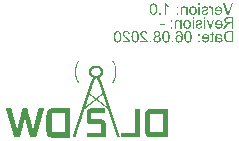
<source format=gbo>
G04*
G04 #@! TF.GenerationSoftware,Altium Limited,Altium Designer,20.1.14 (287)*
G04*
G04 Layer_Color=32896*
%FSLAX25Y25*%
%MOIN*%
G70*
G04*
G04 #@! TF.SameCoordinates,279C02DF-711F-4997-8B9F-8018C1F95EB8*
G04*
G04*
G04 #@! TF.FilePolarity,Positive*
G04*
G01*
G75*
G36*
X41886Y101414D02*
X41948D01*
Y101352D01*
X42009D01*
Y101290D01*
X42071D01*
Y101228D01*
X42133D01*
Y101167D01*
Y101105D01*
X42195D01*
Y101043D01*
Y100981D01*
X42257D01*
Y100919D01*
X42318D01*
Y100858D01*
Y100796D01*
Y100734D01*
X42380D01*
Y100672D01*
Y100611D01*
X42442D01*
Y100549D01*
Y100487D01*
X42504D01*
Y100425D01*
Y100363D01*
Y100302D01*
X42566D01*
Y100240D01*
Y100178D01*
X42628D01*
Y100116D01*
Y100054D01*
Y99993D01*
X42689D01*
Y99931D01*
Y99869D01*
Y99807D01*
Y99746D01*
X42751D01*
Y99684D01*
Y99622D01*
Y99560D01*
Y99498D01*
X42813D01*
Y99436D01*
Y99375D01*
Y99313D01*
Y99251D01*
Y99189D01*
X42875D01*
Y99128D01*
Y99066D01*
Y99004D01*
Y98942D01*
Y98880D01*
X42936D01*
Y98819D01*
Y98757D01*
Y98695D01*
Y98633D01*
Y98571D01*
Y98510D01*
Y98448D01*
X42998D01*
Y98386D01*
Y98324D01*
Y98262D01*
Y98201D01*
Y98139D01*
Y98077D01*
Y98015D01*
Y97953D01*
Y97892D01*
Y97830D01*
Y97768D01*
Y97706D01*
Y97645D01*
Y97583D01*
Y97521D01*
Y97459D01*
Y97397D01*
Y97335D01*
Y97274D01*
Y97212D01*
Y97150D01*
Y97088D01*
Y97027D01*
Y96965D01*
X42936D01*
Y96903D01*
Y96841D01*
Y96779D01*
Y96718D01*
Y96656D01*
Y96594D01*
Y96532D01*
Y96470D01*
X42875D01*
Y96409D01*
Y96347D01*
Y96285D01*
Y96223D01*
Y96162D01*
X42813D01*
Y96100D01*
Y96038D01*
Y95976D01*
Y95914D01*
X42751D01*
Y95853D01*
Y95791D01*
Y95729D01*
Y95667D01*
X42689D01*
Y95605D01*
Y95544D01*
Y95482D01*
X42628D01*
Y95420D01*
X42689D01*
Y95358D01*
X42628D01*
Y95296D01*
Y95235D01*
Y95173D01*
X42566D01*
Y95111D01*
Y95049D01*
X42504D01*
Y94987D01*
Y94926D01*
X42442D01*
Y94864D01*
Y94802D01*
X42380D01*
Y94740D01*
Y94678D01*
Y94617D01*
X42318D01*
Y94555D01*
Y94493D01*
X42257D01*
Y94431D01*
X42195D01*
Y94370D01*
Y94308D01*
X42133D01*
Y94246D01*
Y94184D01*
X42071D01*
Y94122D01*
Y94060D01*
X42009D01*
Y93999D01*
X41948D01*
Y93937D01*
X41701D01*
Y93999D01*
Y94060D01*
X41639D01*
Y94122D01*
Y94184D01*
X41701D01*
Y94246D01*
Y94308D01*
X41762D01*
Y94370D01*
Y94431D01*
X41824D01*
Y94493D01*
X41886D01*
Y94555D01*
Y94617D01*
X41948D01*
Y94678D01*
Y94740D01*
X42009D01*
Y94802D01*
Y94864D01*
X42071D01*
Y94926D01*
Y94987D01*
X42133D01*
Y95049D01*
Y95111D01*
X42195D01*
Y95173D01*
Y95235D01*
X42257D01*
Y95296D01*
Y95358D01*
X42318D01*
Y95420D01*
Y95482D01*
Y95544D01*
Y95605D01*
X42380D01*
Y95667D01*
Y95729D01*
Y95791D01*
Y95853D01*
X42442D01*
Y95914D01*
Y95976D01*
Y96038D01*
X42504D01*
Y96100D01*
Y96162D01*
Y96223D01*
Y96285D01*
Y96347D01*
X42566D01*
Y96409D01*
Y96470D01*
Y96532D01*
Y96594D01*
Y96656D01*
Y96718D01*
X42628D01*
Y96779D01*
Y96841D01*
Y96903D01*
Y96965D01*
Y97027D01*
Y97088D01*
Y97150D01*
Y97212D01*
Y97274D01*
Y97335D01*
X42689D01*
Y97397D01*
Y97459D01*
Y97521D01*
Y97583D01*
Y97645D01*
Y97706D01*
Y97768D01*
Y97830D01*
Y97892D01*
Y97953D01*
Y98015D01*
Y98077D01*
X42628D01*
Y98139D01*
Y98201D01*
Y98262D01*
Y98324D01*
Y98386D01*
Y98448D01*
Y98510D01*
Y98571D01*
Y98633D01*
Y98695D01*
X42566D01*
Y98757D01*
Y98819D01*
Y98880D01*
Y98942D01*
Y99004D01*
X42504D01*
Y99066D01*
Y99128D01*
Y99189D01*
Y99251D01*
Y99313D01*
X42442D01*
Y99375D01*
Y99436D01*
Y99498D01*
X42380D01*
Y99560D01*
Y99622D01*
Y99684D01*
Y99746D01*
Y99807D01*
Y99869D01*
X42318D01*
Y99931D01*
Y99993D01*
X42257D01*
Y100054D01*
Y100116D01*
Y100178D01*
X42195D01*
Y100240D01*
Y100302D01*
X42133D01*
Y100363D01*
Y100425D01*
Y100487D01*
X42071D01*
Y100549D01*
X42009D01*
Y100611D01*
Y100672D01*
X41948D01*
Y100734D01*
Y100796D01*
X41886D01*
Y100858D01*
X41824D01*
Y100919D01*
Y100981D01*
X41762D01*
Y101043D01*
X41701D01*
Y101105D01*
Y101167D01*
Y101228D01*
X41639D01*
Y101290D01*
X41701D01*
Y101352D01*
Y101414D01*
X41762D01*
Y101476D01*
X41886D01*
Y101414D01*
D02*
G37*
G36*
X30516D02*
X30578D01*
Y101352D01*
Y101290D01*
Y101228D01*
Y101167D01*
X30516D01*
Y101105D01*
Y101043D01*
X30454D01*
Y100981D01*
X30393D01*
Y100919D01*
Y100858D01*
X30331D01*
Y100796D01*
Y100734D01*
X30269D01*
Y100672D01*
X30207D01*
Y100611D01*
Y100549D01*
X30145D01*
Y100487D01*
Y100425D01*
X30084D01*
Y100363D01*
Y100302D01*
X30022D01*
Y100240D01*
Y100178D01*
X29960D01*
Y100116D01*
Y100054D01*
Y99993D01*
Y99931D01*
X29898D01*
Y99869D01*
Y99807D01*
Y99746D01*
X29836D01*
Y99684D01*
Y99622D01*
Y99560D01*
Y99498D01*
X29774D01*
Y99436D01*
Y99375D01*
Y99313D01*
X29713D01*
Y99251D01*
Y99189D01*
Y99128D01*
Y99066D01*
X29651D01*
Y99004D01*
Y98942D01*
Y98880D01*
Y98819D01*
X29589D01*
Y98757D01*
Y98695D01*
Y98633D01*
Y98571D01*
Y98510D01*
Y98448D01*
Y98386D01*
Y98324D01*
X29527D01*
Y98262D01*
Y98201D01*
Y98139D01*
Y98077D01*
Y98015D01*
Y97953D01*
Y97892D01*
Y97830D01*
Y97768D01*
Y97706D01*
Y97645D01*
Y97583D01*
Y97521D01*
Y97459D01*
Y97397D01*
Y97335D01*
Y97274D01*
Y97212D01*
Y97150D01*
Y97088D01*
X29589D01*
Y97027D01*
Y96965D01*
Y96903D01*
Y96841D01*
Y96779D01*
Y96718D01*
Y96656D01*
X29651D01*
Y96594D01*
Y96532D01*
Y96470D01*
Y96409D01*
Y96347D01*
X29713D01*
Y96285D01*
Y96223D01*
Y96162D01*
Y96100D01*
Y96038D01*
X29774D01*
Y95976D01*
Y95914D01*
Y95853D01*
X29836D01*
Y95791D01*
Y95729D01*
Y95667D01*
Y95605D01*
X29898D01*
Y95544D01*
Y95482D01*
X29960D01*
Y95420D01*
Y95358D01*
Y95296D01*
X30022D01*
Y95235D01*
Y95173D01*
Y95111D01*
Y95049D01*
X30084D01*
Y94987D01*
X30145D01*
Y94926D01*
Y94864D01*
X30207D01*
Y94802D01*
Y94740D01*
X30269D01*
Y94678D01*
X30331D01*
Y94617D01*
Y94555D01*
Y94493D01*
X30393D01*
Y94431D01*
X30454D01*
Y94370D01*
X30516D01*
Y94308D01*
Y94246D01*
X30578D01*
Y94184D01*
Y94122D01*
Y94060D01*
Y93999D01*
X30516D01*
Y93937D01*
X30454D01*
Y93875D01*
X30393D01*
Y93937D01*
X30269D01*
Y93999D01*
X30207D01*
Y94060D01*
Y94122D01*
X30145D01*
Y94184D01*
Y94246D01*
X30084D01*
Y94308D01*
X30022D01*
Y94370D01*
Y94431D01*
X29960D01*
Y94493D01*
Y94555D01*
X29898D01*
Y94617D01*
X29836D01*
Y94678D01*
Y94740D01*
Y94802D01*
X29774D01*
Y94864D01*
Y94926D01*
X29713D01*
Y94987D01*
Y95049D01*
X29651D01*
Y95111D01*
Y95173D01*
Y95235D01*
X29589D01*
Y95296D01*
Y95358D01*
Y95420D01*
X29527D01*
Y95482D01*
Y95544D01*
Y95605D01*
X29466D01*
Y95667D01*
Y95729D01*
Y95791D01*
X29404D01*
Y95853D01*
Y95914D01*
Y95976D01*
Y96038D01*
Y96100D01*
X29342D01*
Y96162D01*
Y96223D01*
Y96285D01*
Y96347D01*
X29280D01*
Y96409D01*
Y96470D01*
Y96532D01*
Y96594D01*
Y96656D01*
Y96718D01*
Y96779D01*
X29218D01*
Y96841D01*
Y96903D01*
Y96965D01*
Y97027D01*
Y97088D01*
Y97150D01*
Y97212D01*
Y97274D01*
Y97335D01*
Y97397D01*
Y97459D01*
Y97521D01*
Y97583D01*
Y97645D01*
Y97706D01*
Y97768D01*
Y97830D01*
Y97892D01*
Y97953D01*
Y98015D01*
Y98077D01*
Y98139D01*
Y98201D01*
Y98262D01*
Y98324D01*
Y98386D01*
Y98448D01*
Y98510D01*
Y98571D01*
Y98633D01*
X29280D01*
Y98695D01*
Y98757D01*
Y98819D01*
Y98880D01*
Y98942D01*
Y99004D01*
X29342D01*
Y99066D01*
Y99128D01*
Y99189D01*
Y99251D01*
Y99313D01*
X29404D01*
Y99375D01*
Y99436D01*
Y99498D01*
Y99560D01*
X29466D01*
Y99622D01*
Y99684D01*
Y99746D01*
X29527D01*
Y99807D01*
Y99869D01*
Y99931D01*
X29589D01*
Y99993D01*
Y100054D01*
Y100116D01*
Y100178D01*
X29651D01*
Y100240D01*
Y100302D01*
X29713D01*
Y100363D01*
Y100425D01*
Y100487D01*
X29774D01*
Y100549D01*
Y100611D01*
X29836D01*
Y100672D01*
Y100734D01*
X29898D01*
Y100796D01*
Y100858D01*
X29960D01*
Y100919D01*
Y100981D01*
X30022D01*
Y101043D01*
Y101105D01*
X30084D01*
Y101167D01*
X30145D01*
Y101228D01*
Y101290D01*
X30207D01*
Y101352D01*
X30269D01*
Y101414D01*
X30331D01*
Y101476D01*
X30516D01*
Y101414D01*
D02*
G37*
G36*
X18961Y85533D02*
Y85471D01*
X18899D01*
Y85409D01*
Y85348D01*
Y85286D01*
Y85224D01*
X18837D01*
Y85162D01*
Y85101D01*
Y85039D01*
Y84977D01*
X18775D01*
Y84915D01*
Y84853D01*
Y84792D01*
Y84730D01*
X18714D01*
Y84668D01*
Y84606D01*
Y84544D01*
X18652D01*
Y84483D01*
Y84421D01*
Y84359D01*
X18590D01*
Y84297D01*
Y84235D01*
Y84174D01*
Y84112D01*
X18528D01*
Y84050D01*
Y83988D01*
Y83926D01*
X18466D01*
Y83865D01*
Y83803D01*
Y83741D01*
X18405D01*
Y83679D01*
Y83618D01*
Y83556D01*
Y83494D01*
X18343D01*
Y83432D01*
Y83370D01*
Y83309D01*
Y83247D01*
Y83185D01*
X18281D01*
Y83123D01*
Y83061D01*
Y83000D01*
X18219D01*
Y82938D01*
Y82876D01*
Y82814D01*
X18158D01*
Y82752D01*
Y82691D01*
Y82629D01*
Y82567D01*
X18096D01*
Y82505D01*
Y82443D01*
Y82382D01*
X18034D01*
Y82320D01*
Y82258D01*
Y82196D01*
Y82134D01*
X17972D01*
Y82073D01*
Y82011D01*
Y81949D01*
X17910D01*
Y81887D01*
Y81826D01*
Y81764D01*
X17849D01*
Y81702D01*
Y81640D01*
Y81578D01*
Y81516D01*
Y81455D01*
X17787D01*
Y81393D01*
Y81331D01*
Y81269D01*
X17725D01*
Y81208D01*
Y81146D01*
Y81084D01*
Y81022D01*
X17663D01*
Y80960D01*
Y80899D01*
Y80837D01*
X17601D01*
Y80775D01*
Y80713D01*
Y80651D01*
Y80590D01*
X17539D01*
Y80528D01*
Y80466D01*
Y80404D01*
X17478D01*
Y80343D01*
Y80281D01*
Y80219D01*
X17416D01*
Y80157D01*
Y80095D01*
Y80033D01*
Y79972D01*
X17354D01*
Y79910D01*
Y79848D01*
Y79786D01*
X17292D01*
Y79725D01*
Y79663D01*
Y79601D01*
Y79539D01*
Y79477D01*
X17231D01*
Y79416D01*
Y79354D01*
Y79292D01*
Y79230D01*
X17169D01*
Y79168D01*
Y79107D01*
Y79045D01*
X17107D01*
Y78983D01*
Y78921D01*
Y78859D01*
X17045D01*
Y78798D01*
Y78736D01*
Y78674D01*
X16983D01*
Y78612D01*
Y78550D01*
Y78489D01*
Y78427D01*
X16922D01*
Y78365D01*
Y78303D01*
Y78241D01*
X16860D01*
Y78180D01*
Y78118D01*
Y78056D01*
X16798D01*
Y77994D01*
Y77933D01*
Y77871D01*
Y77809D01*
X16736D01*
Y77747D01*
Y77685D01*
Y77624D01*
Y77562D01*
Y77500D01*
X16674D01*
Y77438D01*
Y77376D01*
Y77315D01*
X16613D01*
Y77253D01*
Y77191D01*
Y77129D01*
X16551D01*
Y77067D01*
Y77006D01*
Y76944D01*
Y76882D01*
X16489D01*
Y76820D01*
Y76758D01*
Y76697D01*
X16427D01*
Y76635D01*
Y76573D01*
Y76511D01*
Y76450D01*
X16365D01*
Y76388D01*
Y76326D01*
Y76264D01*
X16304D01*
Y76202D01*
Y76140D01*
Y76079D01*
Y76017D01*
X16242D01*
Y75955D01*
Y75893D01*
Y75832D01*
X14265D01*
Y75893D01*
Y75955D01*
Y76017D01*
X14203D01*
Y76079D01*
Y76140D01*
Y76202D01*
X14141D01*
Y76264D01*
Y76326D01*
Y76388D01*
Y76450D01*
X14079D01*
Y76511D01*
Y76573D01*
Y76635D01*
X14017D01*
Y76697D01*
Y76758D01*
Y76820D01*
Y76882D01*
X13956D01*
Y76944D01*
Y77006D01*
Y77067D01*
X13894D01*
Y77129D01*
Y77191D01*
Y77253D01*
X13832D01*
Y77315D01*
Y77376D01*
Y77438D01*
Y77500D01*
Y77562D01*
Y77624D01*
X13770D01*
Y77685D01*
Y77747D01*
Y77809D01*
X13708D01*
Y77871D01*
Y77933D01*
Y77994D01*
Y78056D01*
X13647D01*
Y78118D01*
Y78180D01*
Y78241D01*
X13585D01*
Y78303D01*
Y78365D01*
Y78427D01*
Y78489D01*
X13523D01*
Y78550D01*
Y78612D01*
Y78674D01*
X13461D01*
Y78736D01*
Y78798D01*
Y78859D01*
X13399D01*
Y78921D01*
Y78983D01*
Y79045D01*
Y79107D01*
X13338D01*
Y79168D01*
Y79230D01*
Y79292D01*
Y79354D01*
Y79416D01*
X13276D01*
Y79477D01*
Y79539D01*
Y79601D01*
Y79663D01*
X13214D01*
Y79725D01*
Y79786D01*
Y79848D01*
X13152D01*
Y79910D01*
Y79972D01*
Y80033D01*
Y80095D01*
X13090D01*
Y80157D01*
Y80219D01*
Y80281D01*
X13029D01*
Y80343D01*
Y80404D01*
Y80466D01*
Y80528D01*
X12967D01*
Y80590D01*
Y80651D01*
Y80713D01*
X12905D01*
Y80775D01*
Y80837D01*
Y80899D01*
X12843D01*
Y80960D01*
Y81022D01*
Y81084D01*
Y81146D01*
X12781D01*
Y81208D01*
Y81269D01*
Y81331D01*
Y81393D01*
Y81455D01*
X12720D01*
Y81516D01*
Y81578D01*
Y81640D01*
Y81702D01*
X12658D01*
Y81764D01*
Y81826D01*
Y81887D01*
X12596D01*
Y81949D01*
Y82011D01*
X12472D01*
Y81949D01*
Y81887D01*
Y81826D01*
X12411D01*
Y81764D01*
Y81702D01*
Y81640D01*
X12349D01*
Y81578D01*
Y81516D01*
Y81455D01*
Y81393D01*
X12287D01*
Y81331D01*
Y81269D01*
Y81208D01*
X12225D01*
Y81146D01*
Y81084D01*
Y81022D01*
Y80960D01*
X12163D01*
Y80899D01*
Y80837D01*
Y80775D01*
Y80713D01*
X12102D01*
Y80651D01*
Y80590D01*
Y80528D01*
X12040D01*
Y80466D01*
Y80404D01*
Y80343D01*
Y80281D01*
X11978D01*
Y80219D01*
X12040D01*
Y80157D01*
X11978D01*
Y80095D01*
Y80033D01*
Y79972D01*
X11916D01*
Y79910D01*
Y79848D01*
Y79786D01*
Y79725D01*
X11855D01*
Y79663D01*
Y79601D01*
Y79539D01*
X11793D01*
Y79477D01*
Y79416D01*
Y79354D01*
Y79292D01*
X11731D01*
Y79230D01*
Y79168D01*
Y79107D01*
Y79045D01*
X11669D01*
Y78983D01*
Y78921D01*
Y78859D01*
X11607D01*
Y78798D01*
Y78736D01*
Y78674D01*
Y78612D01*
X11546D01*
Y78550D01*
Y78489D01*
Y78427D01*
X11484D01*
Y78365D01*
Y78303D01*
Y78241D01*
Y78180D01*
X11422D01*
Y78118D01*
X11484D01*
Y78056D01*
X11422D01*
Y77994D01*
Y77933D01*
Y77871D01*
X11360D01*
Y77809D01*
Y77747D01*
Y77685D01*
Y77624D01*
X11298D01*
Y77562D01*
Y77500D01*
Y77438D01*
X11237D01*
Y77376D01*
Y77315D01*
Y77253D01*
Y77191D01*
X11175D01*
Y77129D01*
Y77067D01*
Y77006D01*
Y76944D01*
X11113D01*
Y76882D01*
Y76820D01*
Y76758D01*
X11051D01*
Y76697D01*
Y76635D01*
Y76573D01*
Y76511D01*
X10989D01*
Y76450D01*
Y76388D01*
Y76326D01*
X10928D01*
Y76264D01*
Y76202D01*
Y76140D01*
Y76079D01*
Y76017D01*
Y75955D01*
X10866D01*
Y75893D01*
Y75832D01*
X8950D01*
Y75893D01*
Y75955D01*
Y76017D01*
X8889D01*
Y76079D01*
Y76140D01*
Y76202D01*
Y76264D01*
X8827D01*
Y76326D01*
Y76388D01*
Y76450D01*
X8765D01*
Y76511D01*
Y76573D01*
Y76635D01*
X8703D01*
Y76697D01*
Y76758D01*
Y76820D01*
X8641D01*
Y76882D01*
Y76944D01*
Y77006D01*
Y77067D01*
X8580D01*
Y77129D01*
Y77191D01*
Y77253D01*
X8518D01*
Y77315D01*
Y77376D01*
Y77438D01*
Y77500D01*
Y77562D01*
X8456D01*
Y77624D01*
Y77685D01*
Y77747D01*
X8394D01*
Y77809D01*
Y77871D01*
Y77933D01*
X8332D01*
Y77994D01*
Y78056D01*
Y78118D01*
Y78180D01*
X8271D01*
Y78241D01*
Y78303D01*
X8209D01*
Y78365D01*
Y78427D01*
Y78489D01*
Y78550D01*
X8147D01*
Y78612D01*
Y78674D01*
Y78736D01*
X8085D01*
Y78798D01*
Y78859D01*
Y78921D01*
X8023D01*
Y78983D01*
Y79045D01*
Y79107D01*
X7962D01*
Y79168D01*
X8023D01*
Y79230D01*
X7962D01*
Y79292D01*
Y79354D01*
Y79416D01*
X7900D01*
Y79477D01*
Y79539D01*
Y79601D01*
Y79663D01*
X7838D01*
Y79725D01*
Y79786D01*
X7776D01*
Y79848D01*
Y79910D01*
Y79972D01*
Y80033D01*
X7714D01*
Y80095D01*
Y80157D01*
Y80219D01*
X7653D01*
Y80281D01*
Y80343D01*
Y80404D01*
X7591D01*
Y80466D01*
Y80528D01*
Y80590D01*
Y80651D01*
X7529D01*
Y80713D01*
Y80775D01*
Y80837D01*
Y80899D01*
X7467D01*
Y80960D01*
Y81022D01*
Y81084D01*
Y81146D01*
X7406D01*
Y81208D01*
Y81269D01*
Y81331D01*
X7344D01*
Y81393D01*
Y81455D01*
Y81516D01*
X7282D01*
Y81578D01*
Y81640D01*
Y81702D01*
X7220D01*
Y81764D01*
Y81826D01*
Y81887D01*
X7158D01*
Y81949D01*
Y82011D01*
Y82073D01*
Y82134D01*
X7096D01*
Y82196D01*
Y82258D01*
Y82320D01*
X7035D01*
Y82382D01*
Y82443D01*
Y82505D01*
X6973D01*
Y82567D01*
Y82629D01*
Y82691D01*
X6911D01*
Y82752D01*
X6973D01*
Y82814D01*
X6911D01*
Y82876D01*
Y82938D01*
Y83000D01*
X6849D01*
Y83061D01*
Y83123D01*
Y83185D01*
X6788D01*
Y83247D01*
Y83309D01*
Y83370D01*
Y83432D01*
X6726D01*
Y83494D01*
Y83556D01*
Y83618D01*
X6664D01*
Y83679D01*
Y83741D01*
Y83803D01*
X6602D01*
Y83865D01*
Y83926D01*
Y83988D01*
X6540D01*
Y84050D01*
Y84112D01*
Y84174D01*
X6479D01*
Y84235D01*
Y84297D01*
Y84359D01*
Y84421D01*
X6417D01*
Y84483D01*
Y84544D01*
Y84606D01*
X6355D01*
Y84668D01*
Y84730D01*
Y84792D01*
Y84853D01*
Y84915D01*
X6293D01*
Y84977D01*
Y85039D01*
Y85101D01*
X6231D01*
Y85162D01*
Y85224D01*
Y85286D01*
X6170D01*
Y85348D01*
Y85409D01*
Y85471D01*
X6108D01*
Y85533D01*
Y85595D01*
X7962D01*
Y85533D01*
Y85471D01*
Y85409D01*
Y85348D01*
X8023D01*
Y85286D01*
Y85224D01*
Y85162D01*
X8085D01*
Y85101D01*
Y85039D01*
Y84977D01*
X8147D01*
Y84915D01*
Y84853D01*
Y84792D01*
Y84730D01*
X8209D01*
Y84668D01*
Y84606D01*
Y84544D01*
X8271D01*
Y84483D01*
Y84421D01*
Y84359D01*
Y84297D01*
X8332D01*
Y84235D01*
Y84174D01*
Y84112D01*
Y84050D01*
X8394D01*
Y83988D01*
Y83926D01*
Y83865D01*
Y83803D01*
X8456D01*
Y83741D01*
Y83679D01*
Y83618D01*
X8518D01*
Y83556D01*
Y83494D01*
Y83432D01*
Y83370D01*
X8580D01*
Y83309D01*
Y83247D01*
Y83185D01*
X8641D01*
Y83123D01*
Y83061D01*
Y83000D01*
X8703D01*
Y82938D01*
Y82876D01*
Y82814D01*
Y82752D01*
X8765D01*
Y82691D01*
Y82629D01*
Y82567D01*
X8827D01*
Y82505D01*
Y82443D01*
Y82382D01*
Y82320D01*
Y82258D01*
X8889D01*
Y82196D01*
Y82134D01*
Y82073D01*
X8950D01*
Y82011D01*
Y81949D01*
Y81887D01*
Y81826D01*
X9012D01*
Y81764D01*
Y81702D01*
Y81640D01*
X9074D01*
Y81578D01*
Y81516D01*
Y81455D01*
Y81393D01*
X9136D01*
Y81331D01*
Y81269D01*
Y81208D01*
X9198D01*
Y81146D01*
Y81084D01*
Y81022D01*
X9259D01*
Y80960D01*
Y80899D01*
Y80837D01*
Y80775D01*
X9321D01*
Y80713D01*
Y80651D01*
Y80590D01*
X9383D01*
Y80528D01*
X9321D01*
Y80466D01*
X9383D01*
Y80404D01*
Y80343D01*
Y80281D01*
X9445D01*
Y80219D01*
Y80157D01*
Y80095D01*
Y80033D01*
X9506D01*
Y79972D01*
Y79910D01*
Y79848D01*
X9568D01*
Y79786D01*
Y79725D01*
Y79663D01*
X9630D01*
Y79601D01*
Y79539D01*
Y79477D01*
X9692D01*
Y79416D01*
Y79354D01*
Y79292D01*
Y79230D01*
X9754D01*
Y79168D01*
Y79107D01*
Y79045D01*
Y78983D01*
X9815D01*
Y78921D01*
Y78859D01*
Y78798D01*
X9877D01*
Y78736D01*
X9815D01*
Y78674D01*
X9939D01*
Y78736D01*
X10001D01*
Y78798D01*
Y78859D01*
X10063D01*
Y78921D01*
Y78983D01*
Y79045D01*
X10124D01*
Y79107D01*
Y79168D01*
Y79230D01*
Y79292D01*
Y79354D01*
Y79416D01*
X10186D01*
Y79477D01*
Y79539D01*
Y79601D01*
X10248D01*
Y79663D01*
Y79725D01*
Y79786D01*
Y79848D01*
X10310D01*
Y79910D01*
Y79972D01*
Y80033D01*
Y80095D01*
X10372D01*
Y80157D01*
Y80219D01*
Y80281D01*
X10433D01*
Y80343D01*
Y80404D01*
Y80466D01*
Y80528D01*
X10495D01*
Y80590D01*
Y80651D01*
Y80713D01*
Y80775D01*
X10557D01*
Y80837D01*
Y80899D01*
Y80960D01*
Y81022D01*
X10619D01*
Y81084D01*
Y81146D01*
Y81208D01*
Y81269D01*
Y81331D01*
X10680D01*
Y81393D01*
Y81455D01*
Y81516D01*
Y81578D01*
X10742D01*
Y81640D01*
Y81702D01*
Y81764D01*
X10804D01*
Y81826D01*
Y81887D01*
Y81949D01*
Y82011D01*
X10866D01*
Y82073D01*
Y82134D01*
Y82196D01*
Y82258D01*
X10928D01*
Y82320D01*
Y82382D01*
Y82443D01*
X10989D01*
Y82505D01*
Y82567D01*
Y82629D01*
Y82691D01*
X11051D01*
Y82752D01*
Y82814D01*
Y82876D01*
Y82938D01*
X11113D01*
Y83000D01*
Y83061D01*
Y83123D01*
Y83185D01*
Y83247D01*
X11175D01*
Y83309D01*
Y83370D01*
Y83432D01*
Y83494D01*
X11237D01*
Y83556D01*
Y83618D01*
Y83679D01*
Y83741D01*
X11298D01*
Y83803D01*
Y83865D01*
Y83926D01*
X11360D01*
Y83988D01*
Y84050D01*
Y84112D01*
Y84174D01*
X11422D01*
Y84235D01*
Y84297D01*
Y84359D01*
Y84421D01*
X11484D01*
Y84483D01*
Y84544D01*
Y84606D01*
X11546D01*
Y84668D01*
Y84730D01*
Y84792D01*
Y84853D01*
X11607D01*
Y84915D01*
Y84977D01*
Y85039D01*
Y85101D01*
X11669D01*
Y85162D01*
Y85224D01*
Y85286D01*
Y85348D01*
Y85409D01*
X11731D01*
Y85471D01*
Y85533D01*
Y85595D01*
X13276D01*
Y85533D01*
Y85471D01*
Y85409D01*
X13338D01*
Y85348D01*
Y85286D01*
Y85224D01*
X13399D01*
Y85162D01*
Y85101D01*
Y85039D01*
Y84977D01*
X13461D01*
Y84915D01*
Y84853D01*
Y84792D01*
X13523D01*
Y84730D01*
Y84668D01*
Y84606D01*
Y84544D01*
X13585D01*
Y84483D01*
Y84421D01*
Y84359D01*
X13647D01*
Y84297D01*
Y84235D01*
Y84174D01*
Y84112D01*
Y84050D01*
X13708D01*
Y83988D01*
Y83926D01*
Y83865D01*
Y83803D01*
X13770D01*
Y83741D01*
Y83679D01*
Y83618D01*
X13832D01*
Y83556D01*
Y83494D01*
Y83432D01*
Y83370D01*
X13894D01*
Y83309D01*
Y83247D01*
Y83185D01*
X13956D01*
Y83123D01*
Y83061D01*
Y83000D01*
X14017D01*
Y82938D01*
Y82876D01*
Y82814D01*
Y82752D01*
X14079D01*
Y82691D01*
Y82629D01*
Y82567D01*
Y82505D01*
Y82443D01*
X14141D01*
Y82382D01*
Y82320D01*
Y82258D01*
Y82196D01*
X14203D01*
Y82134D01*
Y82073D01*
Y82011D01*
X14265D01*
Y81949D01*
Y81887D01*
Y81826D01*
X14326D01*
Y81764D01*
Y81702D01*
Y81640D01*
Y81578D01*
X14388D01*
Y81516D01*
Y81455D01*
Y81393D01*
X14450D01*
Y81331D01*
Y81269D01*
Y81208D01*
Y81146D01*
X14512D01*
Y81084D01*
Y81022D01*
Y80960D01*
X14573D01*
Y80899D01*
Y80837D01*
Y80775D01*
Y80713D01*
X14635D01*
Y80651D01*
Y80590D01*
Y80528D01*
Y80466D01*
Y80404D01*
X14697D01*
Y80343D01*
Y80281D01*
Y80219D01*
X14759D01*
Y80157D01*
Y80095D01*
Y80033D01*
Y79972D01*
X14821D01*
Y79910D01*
Y79848D01*
Y79786D01*
X14882D01*
Y79725D01*
Y79663D01*
Y79601D01*
Y79539D01*
X14944D01*
Y79477D01*
Y79416D01*
Y79354D01*
X15006D01*
Y79292D01*
Y79230D01*
Y79168D01*
Y79107D01*
X15068D01*
Y79045D01*
Y78983D01*
Y78921D01*
X15130D01*
Y78859D01*
Y78798D01*
Y78736D01*
X15191D01*
Y78674D01*
X15253D01*
Y78736D01*
X15315D01*
Y78798D01*
Y78859D01*
Y78921D01*
Y78983D01*
X15377D01*
Y79045D01*
Y79107D01*
Y79168D01*
X15439D01*
Y79230D01*
X15377D01*
Y79292D01*
X15439D01*
Y79354D01*
Y79416D01*
Y79477D01*
X15500D01*
Y79539D01*
Y79601D01*
Y79663D01*
Y79725D01*
X15562D01*
Y79786D01*
Y79848D01*
Y79910D01*
Y79972D01*
X15624D01*
Y80033D01*
Y80095D01*
Y80157D01*
X15686D01*
Y80219D01*
Y80281D01*
Y80343D01*
Y80404D01*
X15747D01*
Y80466D01*
Y80528D01*
Y80590D01*
X15809D01*
Y80651D01*
Y80713D01*
Y80775D01*
Y80837D01*
X15871D01*
Y80899D01*
Y80960D01*
Y81022D01*
Y81084D01*
Y81146D01*
X15933D01*
Y81208D01*
Y81269D01*
X15995D01*
Y81331D01*
X15933D01*
Y81393D01*
X15995D01*
Y81455D01*
Y81516D01*
Y81578D01*
X16057D01*
Y81640D01*
Y81702D01*
Y81764D01*
Y81826D01*
X16118D01*
Y81887D01*
Y81949D01*
Y82011D01*
Y82073D01*
X16180D01*
Y82134D01*
Y82196D01*
Y82258D01*
X16242D01*
Y82320D01*
Y82382D01*
Y82443D01*
Y82505D01*
X16304D01*
Y82567D01*
Y82629D01*
Y82691D01*
X16365D01*
Y82752D01*
Y82814D01*
Y82876D01*
Y82938D01*
X16427D01*
Y83000D01*
Y83061D01*
Y83123D01*
Y83185D01*
Y83247D01*
X16489D01*
Y83309D01*
Y83370D01*
Y83432D01*
Y83494D01*
X16551D01*
Y83556D01*
Y83618D01*
Y83679D01*
Y83741D01*
X16613D01*
Y83803D01*
Y83865D01*
Y83926D01*
X16674D01*
Y83988D01*
Y84050D01*
Y84112D01*
Y84174D01*
X16736D01*
Y84235D01*
Y84297D01*
Y84359D01*
X16798D01*
Y84421D01*
Y84483D01*
Y84544D01*
Y84606D01*
X16860D01*
Y84668D01*
Y84730D01*
Y84792D01*
Y84853D01*
X16922D01*
Y84915D01*
Y84977D01*
Y85039D01*
X16983D01*
Y85101D01*
Y85162D01*
Y85224D01*
Y85286D01*
X17045D01*
Y85348D01*
Y85409D01*
Y85471D01*
Y85533D01*
Y85595D01*
X18961D01*
Y85533D01*
D02*
G37*
G36*
X60362Y85348D02*
Y85286D01*
Y85224D01*
Y85162D01*
Y85101D01*
Y85039D01*
Y84977D01*
Y84915D01*
Y84853D01*
Y84792D01*
Y84730D01*
Y84668D01*
Y84606D01*
Y84544D01*
Y84483D01*
Y84421D01*
Y84359D01*
Y84297D01*
Y84235D01*
Y84174D01*
Y84112D01*
Y84050D01*
Y83988D01*
Y83926D01*
Y83865D01*
Y83803D01*
Y83741D01*
Y83679D01*
Y83618D01*
Y83556D01*
Y83494D01*
Y83432D01*
Y83370D01*
Y83309D01*
Y83247D01*
Y83185D01*
Y83123D01*
Y83061D01*
Y83000D01*
Y82938D01*
Y82876D01*
Y82814D01*
Y82752D01*
Y82691D01*
Y82629D01*
Y82567D01*
Y82505D01*
Y82443D01*
Y82382D01*
Y82320D01*
Y82258D01*
Y82196D01*
Y82134D01*
Y82073D01*
Y82011D01*
Y81949D01*
Y81887D01*
Y81826D01*
Y81764D01*
Y81702D01*
Y81640D01*
Y81578D01*
Y81516D01*
Y81455D01*
Y81393D01*
Y81331D01*
Y81269D01*
Y81208D01*
Y81146D01*
Y81084D01*
Y81022D01*
Y80960D01*
Y80899D01*
Y80837D01*
Y80775D01*
Y80713D01*
Y80651D01*
Y80590D01*
Y80528D01*
Y80466D01*
Y80404D01*
Y80343D01*
Y80281D01*
Y80219D01*
Y80157D01*
Y80095D01*
Y80033D01*
Y79972D01*
Y79910D01*
Y79848D01*
Y79786D01*
Y79725D01*
Y79663D01*
Y79601D01*
Y79539D01*
Y79477D01*
Y79416D01*
Y79354D01*
Y79292D01*
Y79230D01*
Y79168D01*
Y79107D01*
Y79045D01*
Y78983D01*
Y78921D01*
Y78859D01*
Y78798D01*
Y78736D01*
Y78674D01*
Y78612D01*
Y78550D01*
Y78489D01*
Y78427D01*
Y78365D01*
Y78303D01*
Y78241D01*
Y78180D01*
Y78118D01*
Y78056D01*
Y77994D01*
Y77933D01*
Y77871D01*
Y77809D01*
Y77747D01*
Y77685D01*
Y77624D01*
Y77562D01*
Y77500D01*
Y77438D01*
Y77376D01*
Y77315D01*
Y77253D01*
Y77191D01*
Y77129D01*
Y77067D01*
Y77006D01*
Y76944D01*
Y76882D01*
Y76820D01*
Y76758D01*
Y76697D01*
Y76635D01*
Y76573D01*
Y76511D01*
Y76450D01*
Y76388D01*
Y76326D01*
Y76264D01*
Y76202D01*
Y76140D01*
Y76079D01*
Y76017D01*
Y75955D01*
Y75893D01*
Y75832D01*
X53936D01*
Y75893D01*
X53688D01*
Y75955D01*
X53503D01*
Y76017D01*
X53318D01*
Y76079D01*
X53256D01*
Y76140D01*
X53132D01*
Y76202D01*
X53070D01*
Y76264D01*
X53009D01*
Y76326D01*
X52947D01*
Y76388D01*
Y76450D01*
X52885D01*
Y76511D01*
X52823D01*
Y76573D01*
Y76635D01*
X52762D01*
Y76697D01*
Y76758D01*
Y76820D01*
X52700D01*
Y76882D01*
Y76944D01*
Y77006D01*
Y77067D01*
Y77129D01*
X52638D01*
Y77191D01*
Y77253D01*
Y77315D01*
Y77376D01*
Y77438D01*
Y77500D01*
Y77562D01*
Y77624D01*
Y77685D01*
Y77747D01*
Y77809D01*
Y77871D01*
Y77933D01*
Y77994D01*
Y78056D01*
Y78118D01*
Y78180D01*
Y78241D01*
Y78303D01*
Y78365D01*
Y78427D01*
Y78489D01*
Y78550D01*
Y78612D01*
Y78674D01*
Y78736D01*
Y78798D01*
Y78859D01*
Y78921D01*
Y78983D01*
Y79045D01*
Y79107D01*
Y79168D01*
Y79230D01*
Y79292D01*
Y79354D01*
Y79416D01*
Y79477D01*
Y79539D01*
Y79601D01*
Y79663D01*
Y79725D01*
Y79786D01*
Y79848D01*
Y79910D01*
Y79972D01*
Y80033D01*
Y80095D01*
Y80157D01*
Y80219D01*
Y80281D01*
Y80343D01*
Y80404D01*
Y80466D01*
Y80528D01*
Y80590D01*
Y80651D01*
Y80713D01*
Y80775D01*
Y80837D01*
Y80899D01*
Y80960D01*
Y81022D01*
Y81084D01*
Y81146D01*
Y81208D01*
Y81269D01*
Y81331D01*
Y81393D01*
Y81455D01*
Y81516D01*
Y81578D01*
Y81640D01*
Y81702D01*
Y81764D01*
Y81826D01*
Y81887D01*
Y81949D01*
Y82011D01*
Y82073D01*
Y82134D01*
Y82196D01*
Y82258D01*
Y82320D01*
Y82382D01*
Y82443D01*
Y82505D01*
Y82567D01*
Y82629D01*
Y82691D01*
Y82752D01*
Y82814D01*
Y82876D01*
Y82938D01*
Y83000D01*
Y83061D01*
Y83123D01*
Y83185D01*
Y83247D01*
Y83309D01*
Y83370D01*
Y83432D01*
Y83494D01*
Y83556D01*
Y83618D01*
Y83679D01*
Y83741D01*
Y83803D01*
Y83865D01*
Y83926D01*
Y83988D01*
Y84050D01*
X52700D01*
Y84112D01*
Y84174D01*
Y84235D01*
X52762D01*
Y84297D01*
Y84359D01*
Y84421D01*
X52823D01*
Y84483D01*
Y84544D01*
X52885D01*
Y84606D01*
X52947D01*
Y84668D01*
Y84730D01*
X53009D01*
Y84792D01*
X53070D01*
Y84853D01*
X53132D01*
Y84915D01*
X53194D01*
Y84977D01*
X53256D01*
Y85039D01*
X53379D01*
Y85101D01*
X53441D01*
Y85162D01*
X53565D01*
Y85224D01*
X53688D01*
Y85286D01*
X53812D01*
Y85348D01*
X54059D01*
Y85409D01*
X60362D01*
Y85348D01*
D02*
G37*
G36*
X50846Y85286D02*
Y85224D01*
Y85162D01*
Y85101D01*
Y85039D01*
Y84977D01*
Y84915D01*
Y84853D01*
Y84792D01*
Y84730D01*
Y84668D01*
Y84606D01*
Y84544D01*
Y84483D01*
Y84421D01*
Y84359D01*
Y84297D01*
Y84235D01*
Y84174D01*
Y84112D01*
Y84050D01*
Y83988D01*
Y83926D01*
Y83865D01*
Y83803D01*
Y83741D01*
Y83679D01*
Y83618D01*
Y83556D01*
Y83494D01*
Y83432D01*
Y83370D01*
Y83309D01*
Y83247D01*
Y83185D01*
Y83123D01*
Y83061D01*
Y83000D01*
Y82938D01*
Y82876D01*
Y82814D01*
Y82752D01*
Y82691D01*
Y82629D01*
Y82567D01*
Y82505D01*
Y82443D01*
Y82382D01*
Y82320D01*
Y82258D01*
Y82196D01*
Y82134D01*
Y82073D01*
Y82011D01*
Y81949D01*
Y81887D01*
Y81826D01*
Y81764D01*
Y81702D01*
Y81640D01*
Y81578D01*
Y81516D01*
Y81455D01*
Y81393D01*
Y81331D01*
Y81269D01*
Y81208D01*
Y81146D01*
Y81084D01*
Y81022D01*
Y80960D01*
Y80899D01*
Y80837D01*
Y80775D01*
Y80713D01*
Y80651D01*
Y80590D01*
Y80528D01*
Y80466D01*
Y80404D01*
Y80343D01*
Y80281D01*
Y80219D01*
Y80157D01*
Y80095D01*
Y80033D01*
Y79972D01*
Y79910D01*
Y79848D01*
Y79786D01*
Y79725D01*
Y79663D01*
Y79601D01*
Y79539D01*
Y79477D01*
Y79416D01*
Y79354D01*
Y79292D01*
Y79230D01*
Y79168D01*
Y79107D01*
Y79045D01*
Y78983D01*
Y78921D01*
Y78859D01*
Y78798D01*
Y78736D01*
Y78674D01*
Y78612D01*
Y78550D01*
Y78489D01*
Y78427D01*
Y78365D01*
Y78303D01*
Y78241D01*
Y78180D01*
Y78118D01*
Y78056D01*
Y77994D01*
Y77933D01*
Y77871D01*
Y77809D01*
Y77747D01*
Y77685D01*
Y77624D01*
Y77562D01*
Y77500D01*
Y77438D01*
Y77376D01*
Y77315D01*
Y77253D01*
Y77191D01*
Y77129D01*
Y77067D01*
Y77006D01*
Y76944D01*
Y76882D01*
Y76820D01*
Y76758D01*
Y76697D01*
Y76635D01*
Y76573D01*
Y76511D01*
Y76450D01*
Y76388D01*
Y76326D01*
Y76264D01*
Y76202D01*
Y76140D01*
Y76079D01*
Y76017D01*
Y75955D01*
Y75893D01*
Y75832D01*
X44667D01*
Y75893D01*
Y75955D01*
Y76017D01*
Y76079D01*
Y76140D01*
Y76202D01*
Y76264D01*
Y76326D01*
Y76388D01*
Y76450D01*
Y76511D01*
Y76573D01*
Y76635D01*
Y76697D01*
Y76758D01*
Y76820D01*
Y76882D01*
Y76944D01*
Y77006D01*
Y77067D01*
Y77129D01*
Y77191D01*
Y77253D01*
Y77315D01*
Y77376D01*
Y77438D01*
X49054D01*
Y77500D01*
Y77562D01*
Y77624D01*
Y77685D01*
Y77747D01*
Y77809D01*
Y77871D01*
Y77933D01*
Y77994D01*
Y78056D01*
Y78118D01*
Y78180D01*
Y78241D01*
Y78303D01*
Y78365D01*
Y78427D01*
Y78489D01*
Y78550D01*
Y78612D01*
Y78674D01*
Y78736D01*
Y78798D01*
Y78859D01*
Y78921D01*
Y78983D01*
Y79045D01*
Y79107D01*
Y79168D01*
Y79230D01*
Y79292D01*
Y79354D01*
Y79416D01*
Y79477D01*
Y79539D01*
Y79601D01*
Y79663D01*
Y79725D01*
Y79786D01*
Y79848D01*
Y79910D01*
Y79972D01*
Y80033D01*
Y80095D01*
Y80157D01*
Y80219D01*
Y80281D01*
Y80343D01*
Y80404D01*
Y80466D01*
Y80528D01*
Y80590D01*
Y80651D01*
Y80713D01*
Y80775D01*
Y80837D01*
Y80899D01*
Y80960D01*
Y81022D01*
Y81084D01*
Y81146D01*
Y81208D01*
Y81269D01*
Y81331D01*
Y81393D01*
Y81455D01*
Y81516D01*
Y81578D01*
Y81640D01*
Y81702D01*
Y81764D01*
Y81826D01*
Y81887D01*
Y81949D01*
Y82011D01*
Y82073D01*
Y82134D01*
Y82196D01*
Y82258D01*
Y82320D01*
Y82382D01*
Y82443D01*
Y82505D01*
Y82567D01*
Y82629D01*
Y82691D01*
Y82752D01*
Y82814D01*
Y82876D01*
Y82938D01*
Y83000D01*
Y83061D01*
Y83123D01*
Y83185D01*
Y83247D01*
Y83309D01*
Y83370D01*
Y83432D01*
Y83494D01*
Y83556D01*
Y83618D01*
Y83679D01*
Y83741D01*
Y83803D01*
Y83865D01*
Y83926D01*
Y83988D01*
Y84050D01*
Y84112D01*
Y84174D01*
Y84235D01*
Y84297D01*
Y84359D01*
Y84421D01*
Y84483D01*
Y84544D01*
Y84606D01*
Y84668D01*
Y84730D01*
Y84792D01*
Y84853D01*
Y84915D01*
Y84977D01*
Y85039D01*
Y85101D01*
Y85162D01*
Y85224D01*
Y85286D01*
Y85348D01*
X50846D01*
Y85286D01*
D02*
G37*
G36*
X36819Y99684D02*
X37066D01*
Y99622D01*
X37251D01*
Y99560D01*
X37375D01*
Y99498D01*
X37499D01*
Y99436D01*
X37560D01*
Y99375D01*
X37684D01*
Y99313D01*
X37746D01*
Y99251D01*
X37869D01*
Y99189D01*
X37931D01*
Y99128D01*
X37993D01*
Y99066D01*
X38055D01*
Y99004D01*
X38117D01*
Y98942D01*
Y98880D01*
X38178D01*
Y98819D01*
X38240D01*
Y98757D01*
X38302D01*
Y98695D01*
Y98633D01*
X38364D01*
Y98571D01*
X38425D01*
Y98510D01*
Y98448D01*
X38487D01*
Y98386D01*
X38425D01*
Y98324D01*
X38487D01*
Y98262D01*
Y98201D01*
Y98139D01*
X38549D01*
Y98077D01*
Y98015D01*
Y97953D01*
Y97892D01*
X38611D01*
Y97830D01*
Y97768D01*
Y97706D01*
Y97645D01*
Y97583D01*
Y97521D01*
X38549D01*
Y97459D01*
Y97397D01*
Y97335D01*
Y97274D01*
Y97212D01*
X38487D01*
Y97150D01*
Y97088D01*
Y97027D01*
Y96965D01*
X38425D01*
Y96903D01*
Y96841D01*
Y96779D01*
X38364D01*
Y96718D01*
X38302D01*
Y96656D01*
Y96594D01*
X38240D01*
Y96532D01*
Y96470D01*
X38117D01*
Y96409D01*
Y96347D01*
X38055D01*
Y96285D01*
X37993D01*
Y96223D01*
X37931D01*
Y96162D01*
X37869D01*
Y96100D01*
X37746D01*
Y96038D01*
X37684D01*
Y95976D01*
X37622D01*
Y95914D01*
X37499D01*
Y95853D01*
X37375D01*
Y95791D01*
X37313D01*
Y95729D01*
Y95667D01*
Y95605D01*
X37375D01*
Y95544D01*
X37437D01*
Y95482D01*
Y95420D01*
X37499D01*
Y95358D01*
X37560D01*
Y95296D01*
Y95235D01*
X37622D01*
Y95173D01*
Y95111D01*
X37684D01*
Y95049D01*
Y94987D01*
X37746D01*
Y94926D01*
X37808D01*
Y94864D01*
Y94802D01*
Y94740D01*
X37869D01*
Y94678D01*
Y94617D01*
X37931D01*
Y94555D01*
Y94493D01*
X37993D01*
Y94431D01*
Y94370D01*
Y94308D01*
X38055D01*
Y94246D01*
Y94184D01*
Y94122D01*
X38117D01*
Y94060D01*
Y93999D01*
X38178D01*
Y93937D01*
Y93875D01*
Y93813D01*
X38240D01*
Y93752D01*
Y93690D01*
Y93628D01*
X38302D01*
Y93566D01*
Y93504D01*
Y93443D01*
X38364D01*
Y93381D01*
Y93319D01*
Y93257D01*
X38425D01*
Y93195D01*
Y93134D01*
Y93072D01*
X38487D01*
Y93010D01*
Y92948D01*
Y92887D01*
Y92825D01*
X38549D01*
Y92763D01*
Y92701D01*
Y92639D01*
X38611D01*
Y92577D01*
Y92516D01*
Y92454D01*
X38673D01*
Y92392D01*
Y92330D01*
Y92269D01*
X38734D01*
Y92207D01*
Y92145D01*
X38796D01*
Y92083D01*
Y92021D01*
Y91960D01*
X38858D01*
Y91898D01*
Y91836D01*
Y91774D01*
X38920D01*
Y91712D01*
Y91651D01*
Y91589D01*
X38982D01*
Y91527D01*
Y91465D01*
Y91403D01*
Y91342D01*
X39044D01*
Y91280D01*
Y91218D01*
Y91156D01*
X39105D01*
Y91094D01*
Y91033D01*
Y90971D01*
X39167D01*
Y90909D01*
Y90847D01*
Y90785D01*
X39229D01*
Y90724D01*
Y90662D01*
X39291D01*
Y90600D01*
Y90538D01*
Y90477D01*
X39352D01*
Y90415D01*
Y90353D01*
Y90291D01*
X39414D01*
Y90229D01*
Y90168D01*
Y90106D01*
X39476D01*
Y90044D01*
Y89982D01*
Y89920D01*
X39538D01*
Y89859D01*
Y89797D01*
Y89735D01*
Y89673D01*
X39600D01*
Y89611D01*
Y89550D01*
Y89488D01*
X39661D01*
Y89426D01*
Y89364D01*
Y89302D01*
X39723D01*
Y89241D01*
Y89179D01*
Y89117D01*
X39785D01*
Y89055D01*
Y88994D01*
X39847D01*
Y88932D01*
Y88870D01*
Y88808D01*
X39909D01*
Y88746D01*
Y88684D01*
Y88623D01*
X39970D01*
Y88561D01*
Y88499D01*
Y88437D01*
X40032D01*
Y88376D01*
Y88314D01*
Y88252D01*
Y88190D01*
X40094D01*
Y88128D01*
Y88067D01*
Y88005D01*
X40156D01*
Y87943D01*
Y87881D01*
Y87819D01*
X40218D01*
Y87758D01*
Y87696D01*
Y87634D01*
X40279D01*
Y87572D01*
Y87511D01*
Y87449D01*
X40341D01*
Y87387D01*
Y87325D01*
X40403D01*
Y87263D01*
Y87201D01*
Y87140D01*
X40465D01*
Y87078D01*
Y87016D01*
Y86954D01*
X40527D01*
Y86892D01*
Y86831D01*
Y86769D01*
X40588D01*
Y86707D01*
Y86645D01*
Y86584D01*
Y86522D01*
X40650D01*
Y86460D01*
Y86398D01*
Y86336D01*
X40712D01*
Y86275D01*
Y86213D01*
Y86151D01*
X40774D01*
Y86089D01*
Y86027D01*
Y85966D01*
X40835D01*
Y85904D01*
Y85842D01*
X40897D01*
Y85780D01*
Y85719D01*
Y85657D01*
X40959D01*
Y85595D01*
Y85533D01*
Y85471D01*
X41021D01*
Y85409D01*
Y85348D01*
Y85286D01*
X41083D01*
Y85224D01*
Y85162D01*
Y85101D01*
Y85039D01*
X41144D01*
Y84977D01*
Y84915D01*
Y84853D01*
X41206D01*
Y84792D01*
Y84730D01*
Y84668D01*
X41268D01*
Y84606D01*
Y84544D01*
X41330D01*
Y84483D01*
Y84421D01*
Y84359D01*
Y84297D01*
X41392D01*
Y84235D01*
Y84174D01*
Y84112D01*
X41453D01*
Y84050D01*
Y83988D01*
Y83926D01*
X41515D01*
Y83865D01*
Y83803D01*
Y83741D01*
X41577D01*
Y83679D01*
Y83618D01*
Y83556D01*
Y83494D01*
X41639D01*
Y83432D01*
Y83370D01*
Y83309D01*
X41701D01*
Y83247D01*
Y83185D01*
X41762D01*
Y83123D01*
Y83061D01*
Y83000D01*
X41824D01*
Y82938D01*
Y82876D01*
Y82814D01*
X41886D01*
Y82752D01*
Y82691D01*
Y82629D01*
X41948D01*
Y82567D01*
Y82505D01*
Y82443D01*
X42009D01*
Y82382D01*
Y82320D01*
Y82258D01*
X42071D01*
Y82196D01*
Y82134D01*
Y82073D01*
X42133D01*
Y82011D01*
Y81949D01*
X42195D01*
Y81887D01*
Y81826D01*
Y81764D01*
X42257D01*
Y81702D01*
Y81640D01*
Y81578D01*
X42318D01*
Y81516D01*
Y81455D01*
Y81393D01*
X42380D01*
Y81331D01*
Y81269D01*
Y81208D01*
X42442D01*
Y81146D01*
Y81084D01*
Y81022D01*
X42504D01*
Y80960D01*
Y80899D01*
Y80837D01*
X42566D01*
Y80775D01*
Y80713D01*
Y80651D01*
X42628D01*
Y80590D01*
Y80528D01*
Y80466D01*
X42689D01*
Y80404D01*
X42628D01*
Y80343D01*
X42689D01*
Y80281D01*
Y80219D01*
Y80157D01*
X42751D01*
Y80095D01*
Y80033D01*
X42813D01*
Y79972D01*
Y79910D01*
Y79848D01*
X42875D01*
Y79786D01*
Y79725D01*
Y79663D01*
X42936D01*
Y79601D01*
Y79539D01*
Y79477D01*
X42998D01*
Y79416D01*
Y79354D01*
X43060D01*
Y79292D01*
Y79230D01*
Y79168D01*
X43122D01*
Y79107D01*
Y79045D01*
Y78983D01*
Y78921D01*
X43184D01*
Y78859D01*
Y78798D01*
Y78736D01*
Y78674D01*
X43245D01*
Y78612D01*
Y78550D01*
Y78489D01*
X43307D01*
Y78427D01*
Y78365D01*
X43369D01*
Y78303D01*
Y78241D01*
Y78180D01*
X43431D01*
Y78118D01*
Y78056D01*
Y77994D01*
X43493D01*
Y77933D01*
Y77871D01*
Y77809D01*
X43554D01*
Y77747D01*
Y77685D01*
X43616D01*
Y77624D01*
Y77562D01*
Y77500D01*
X43678D01*
Y77438D01*
Y77376D01*
Y77315D01*
X43740D01*
Y77253D01*
X43678D01*
Y77191D01*
X43740D01*
Y77129D01*
Y77067D01*
Y77006D01*
X43802D01*
Y76944D01*
Y76882D01*
X43863D01*
Y76820D01*
Y76758D01*
Y76697D01*
X43925D01*
Y76635D01*
Y76573D01*
Y76511D01*
X43987D01*
Y76450D01*
Y76388D01*
Y76326D01*
X44049D01*
Y76264D01*
Y76202D01*
X44111D01*
Y76140D01*
Y76079D01*
Y76017D01*
X44172D01*
Y75955D01*
Y75893D01*
Y75832D01*
X43245D01*
Y75893D01*
Y75955D01*
X43184D01*
Y76017D01*
Y76079D01*
Y76140D01*
X43122D01*
Y76202D01*
Y76264D01*
Y76326D01*
Y76388D01*
X43060D01*
Y76450D01*
Y76511D01*
Y76573D01*
X42998D01*
Y76635D01*
Y76697D01*
X42936D01*
Y76758D01*
Y76820D01*
Y76882D01*
X42875D01*
Y76944D01*
Y77006D01*
Y77067D01*
Y77129D01*
Y77191D01*
X42813D01*
Y77253D01*
Y77315D01*
Y77376D01*
X42751D01*
Y77438D01*
Y77500D01*
Y77562D01*
X42689D01*
Y77624D01*
Y77685D01*
X42628D01*
Y77747D01*
Y77809D01*
Y77871D01*
X42566D01*
Y77933D01*
Y77994D01*
Y78056D01*
X42504D01*
Y78118D01*
Y78180D01*
Y78241D01*
X42442D01*
Y78303D01*
Y78365D01*
Y78427D01*
X42380D01*
Y78489D01*
Y78550D01*
Y78612D01*
Y78674D01*
X42318D01*
Y78736D01*
Y78798D01*
Y78859D01*
X42257D01*
Y78921D01*
Y78983D01*
Y79045D01*
X42195D01*
Y79107D01*
Y79168D01*
Y79230D01*
X42133D01*
Y79292D01*
Y79354D01*
X42071D01*
Y79416D01*
Y79477D01*
Y79539D01*
X42009D01*
Y79601D01*
Y79663D01*
Y79725D01*
X41948D01*
Y79786D01*
Y79848D01*
Y79910D01*
X41886D01*
Y79972D01*
Y80033D01*
X41824D01*
Y80095D01*
X41886D01*
Y80157D01*
X41824D01*
Y80219D01*
Y80281D01*
Y80343D01*
X41762D01*
Y80404D01*
Y80466D01*
Y80528D01*
X41701D01*
Y80590D01*
Y80651D01*
Y80713D01*
X41639D01*
Y80775D01*
Y80837D01*
X41577D01*
Y80899D01*
Y80960D01*
Y81022D01*
X41515D01*
Y81084D01*
Y81146D01*
Y81208D01*
X41453D01*
Y81269D01*
Y81331D01*
Y81393D01*
X41392D01*
Y81455D01*
Y81516D01*
Y81578D01*
X41330D01*
Y81640D01*
Y81702D01*
Y81764D01*
X41268D01*
Y81826D01*
Y81887D01*
Y81949D01*
Y82011D01*
X41206D01*
Y82073D01*
Y82134D01*
Y82196D01*
X41144D01*
Y82258D01*
Y82320D01*
Y82382D01*
X41083D01*
Y82443D01*
Y82505D01*
X41021D01*
Y82567D01*
Y82629D01*
Y82691D01*
X40959D01*
Y82752D01*
Y82814D01*
Y82876D01*
X40897D01*
Y82938D01*
Y83000D01*
Y83061D01*
X40835D01*
Y83123D01*
Y83185D01*
Y83247D01*
X40774D01*
Y83309D01*
Y83370D01*
Y83432D01*
Y83494D01*
X40712D01*
Y83556D01*
Y83618D01*
Y83679D01*
X40650D01*
Y83741D01*
Y83803D01*
Y83865D01*
X40588D01*
Y83926D01*
Y83988D01*
Y84050D01*
X40527D01*
Y84112D01*
Y84174D01*
Y84235D01*
X40465D01*
Y84297D01*
Y84359D01*
Y84421D01*
X40403D01*
Y84483D01*
Y84544D01*
Y84606D01*
X40341D01*
Y84668D01*
Y84730D01*
X40279D01*
Y84792D01*
Y84853D01*
Y84915D01*
X40218D01*
Y84977D01*
Y85039D01*
Y85101D01*
Y85162D01*
X40156D01*
Y85224D01*
Y85286D01*
X40094D01*
Y85348D01*
X40032D01*
Y85409D01*
Y85471D01*
X39970D01*
Y85533D01*
X39909D01*
Y85595D01*
X39785D01*
Y85657D01*
X39661D01*
Y85719D01*
X39600D01*
Y85780D01*
X39538D01*
Y85842D01*
X39476D01*
Y85904D01*
X39414D01*
Y85966D01*
X39291D01*
Y86027D01*
X39229D01*
Y86089D01*
X39167D01*
Y86151D01*
X39105D01*
Y86213D01*
X38982D01*
Y86275D01*
X38920D01*
Y86336D01*
X38858D01*
Y86398D01*
X38796D01*
Y86460D01*
X38673D01*
Y86522D01*
X38611D01*
Y86584D01*
X38549D01*
Y86645D01*
X38425D01*
Y86707D01*
X38364D01*
Y86769D01*
X38302D01*
Y86831D01*
X38178D01*
Y86892D01*
X38117D01*
Y86954D01*
X38055D01*
Y87016D01*
X37931D01*
Y87078D01*
X37869D01*
Y87140D01*
X37808D01*
Y87201D01*
X37684D01*
Y87263D01*
X37622D01*
Y87325D01*
X37560D01*
Y87387D01*
X37437D01*
Y87449D01*
X37375D01*
Y87511D01*
X37313D01*
Y87572D01*
X37190D01*
Y87634D01*
X37128D01*
Y87696D01*
X37066D01*
Y87758D01*
X37004D01*
Y87819D01*
X36881D01*
Y87881D01*
X36819D01*
Y87943D01*
X36757D01*
Y88005D01*
X36695D01*
Y88067D01*
X36572D01*
Y88128D01*
X36510D01*
Y88190D01*
X36448D01*
Y88252D01*
X36139D01*
Y88190D01*
X36077D01*
Y88128D01*
X36016D01*
Y88067D01*
X35954D01*
Y88005D01*
X35830D01*
Y87943D01*
X35768D01*
Y87881D01*
X35707D01*
Y87819D01*
X35645D01*
Y87758D01*
X35521D01*
Y87696D01*
X35460D01*
Y87634D01*
X35398D01*
Y87572D01*
X35274D01*
Y87511D01*
X35212D01*
Y87449D01*
X35151D01*
Y87387D01*
X35089D01*
Y87325D01*
X34965D01*
Y87263D01*
X34903D01*
Y87201D01*
X34842D01*
Y87140D01*
X34780D01*
Y87078D01*
X34718D01*
Y87016D01*
X34656D01*
Y86954D01*
X34533D01*
Y86892D01*
X34471D01*
Y86831D01*
X34409D01*
Y86769D01*
X34285D01*
Y86707D01*
X34224D01*
Y86645D01*
X34162D01*
Y86584D01*
X34100D01*
Y86522D01*
X33976D01*
Y86460D01*
X33915D01*
Y86398D01*
X33853D01*
Y86336D01*
X33791D01*
Y86275D01*
X33667D01*
Y86213D01*
X33606D01*
Y86151D01*
X33544D01*
Y86089D01*
X33482D01*
Y86027D01*
X33358D01*
Y85966D01*
X33297D01*
Y85904D01*
X33235D01*
Y85842D01*
X33173D01*
Y85780D01*
X33050D01*
Y85719D01*
X32988D01*
Y85657D01*
X32926D01*
Y85595D01*
X32802D01*
Y85533D01*
X32741D01*
Y85471D01*
X32679D01*
Y85409D01*
X32555D01*
Y85348D01*
X32493D01*
Y85286D01*
X32432D01*
Y85224D01*
Y85162D01*
X32370D01*
Y85101D01*
X32308D01*
Y85039D01*
Y84977D01*
X32246D01*
Y84915D01*
Y84853D01*
Y84792D01*
X32184D01*
Y84730D01*
Y84668D01*
Y84606D01*
X32123D01*
Y84544D01*
Y84483D01*
Y84421D01*
Y84359D01*
X32061D01*
Y84297D01*
Y84235D01*
Y84174D01*
X31999D01*
Y84112D01*
Y84050D01*
Y83988D01*
X31937D01*
Y83926D01*
Y83865D01*
Y83803D01*
X31876D01*
Y83741D01*
Y83679D01*
Y83618D01*
X31814D01*
Y83556D01*
Y83494D01*
X31752D01*
Y83432D01*
Y83370D01*
Y83309D01*
X31690D01*
Y83247D01*
Y83185D01*
Y83123D01*
Y83061D01*
X31628D01*
Y83000D01*
Y82938D01*
Y82876D01*
X31567D01*
Y82814D01*
Y82752D01*
Y82691D01*
Y82629D01*
X31505D01*
Y82567D01*
Y82505D01*
Y82443D01*
X31443D01*
Y82382D01*
Y82320D01*
X31381D01*
Y82258D01*
Y82196D01*
Y82134D01*
X31319D01*
Y82073D01*
Y82011D01*
Y81949D01*
X31258D01*
Y81887D01*
Y81826D01*
Y81764D01*
X31196D01*
Y81702D01*
Y81640D01*
Y81578D01*
X31134D01*
Y81516D01*
Y81455D01*
Y81393D01*
X31072D01*
Y81331D01*
Y81269D01*
X31010D01*
Y81208D01*
X31072D01*
Y81146D01*
X31010D01*
Y81084D01*
Y81022D01*
Y80960D01*
X30949D01*
Y80899D01*
Y80837D01*
X30887D01*
Y80775D01*
Y80713D01*
Y80651D01*
X30825D01*
Y80590D01*
Y80528D01*
Y80466D01*
X30763D01*
Y80404D01*
Y80343D01*
Y80281D01*
X30701D01*
Y80219D01*
Y80157D01*
Y80095D01*
X30640D01*
Y80033D01*
Y79972D01*
Y79910D01*
X30578D01*
Y79848D01*
Y79786D01*
Y79725D01*
X30516D01*
Y79663D01*
Y79601D01*
Y79539D01*
Y79477D01*
X30454D01*
Y79416D01*
Y79354D01*
Y79292D01*
X30393D01*
Y79230D01*
Y79168D01*
X30331D01*
Y79107D01*
Y79045D01*
Y78983D01*
X30269D01*
Y78921D01*
Y78859D01*
Y78798D01*
X30207D01*
Y78736D01*
Y78674D01*
Y78612D01*
X30145D01*
Y78550D01*
Y78489D01*
Y78427D01*
X30084D01*
Y78365D01*
Y78303D01*
Y78241D01*
X30022D01*
Y78180D01*
Y78118D01*
Y78056D01*
Y77994D01*
X29960D01*
Y77933D01*
Y77871D01*
Y77809D01*
X29898D01*
Y77747D01*
Y77685D01*
X29836D01*
Y77624D01*
Y77562D01*
Y77500D01*
X29774D01*
Y77438D01*
Y77376D01*
Y77315D01*
Y77253D01*
X29713D01*
Y77191D01*
Y77129D01*
X29651D01*
Y77067D01*
Y77006D01*
Y76944D01*
X29589D01*
Y76882D01*
Y76820D01*
Y76758D01*
X29527D01*
Y76697D01*
Y76635D01*
Y76573D01*
X29466D01*
Y76511D01*
Y76450D01*
Y76388D01*
Y76326D01*
Y76264D01*
X29404D01*
Y76202D01*
Y76140D01*
Y76079D01*
X29342D01*
Y76017D01*
Y75955D01*
X29280D01*
Y75893D01*
Y75832D01*
X28477D01*
Y75893D01*
X28353D01*
Y75955D01*
X28415D01*
Y76017D01*
Y76079D01*
X28477D01*
Y76140D01*
Y76202D01*
Y76264D01*
X28539D01*
Y76326D01*
Y76388D01*
Y76450D01*
X28600D01*
Y76511D01*
Y76573D01*
Y76635D01*
Y76697D01*
X28662D01*
Y76758D01*
Y76820D01*
Y76882D01*
X28724D01*
Y76944D01*
Y77006D01*
Y77067D01*
X28786D01*
Y77129D01*
Y77191D01*
Y77253D01*
X28848D01*
Y77315D01*
Y77376D01*
Y77438D01*
X28909D01*
Y77500D01*
Y77562D01*
Y77624D01*
X28971D01*
Y77685D01*
Y77747D01*
Y77809D01*
X29033D01*
Y77871D01*
Y77933D01*
X29095D01*
Y77994D01*
Y78056D01*
Y78118D01*
X29157D01*
Y78180D01*
Y78241D01*
Y78303D01*
Y78365D01*
X29218D01*
Y78427D01*
Y78489D01*
Y78550D01*
X29280D01*
Y78612D01*
Y78674D01*
Y78736D01*
X29342D01*
Y78798D01*
Y78859D01*
Y78921D01*
X29404D01*
Y78983D01*
Y79045D01*
Y79107D01*
X29466D01*
Y79168D01*
Y79230D01*
Y79292D01*
X29527D01*
Y79354D01*
Y79416D01*
Y79477D01*
X29589D01*
Y79539D01*
Y79601D01*
Y79663D01*
X29651D01*
Y79725D01*
Y79786D01*
Y79848D01*
X29713D01*
Y79910D01*
Y79972D01*
Y80033D01*
X29774D01*
Y80095D01*
Y80157D01*
Y80219D01*
X29836D01*
Y80281D01*
Y80343D01*
Y80404D01*
X29898D01*
Y80466D01*
Y80528D01*
Y80590D01*
X29960D01*
Y80651D01*
Y80713D01*
Y80775D01*
X30022D01*
Y80837D01*
Y80899D01*
Y80960D01*
X30084D01*
Y81022D01*
Y81084D01*
Y81146D01*
X30145D01*
Y81208D01*
Y81269D01*
X30207D01*
Y81331D01*
Y81393D01*
Y81455D01*
Y81516D01*
Y81578D01*
X30269D01*
Y81640D01*
Y81702D01*
X30331D01*
Y81764D01*
Y81826D01*
Y81887D01*
X30393D01*
Y81949D01*
Y82011D01*
Y82073D01*
X30454D01*
Y82134D01*
Y82196D01*
Y82258D01*
X30516D01*
Y82320D01*
Y82382D01*
Y82443D01*
X30578D01*
Y82505D01*
Y82567D01*
Y82629D01*
X30640D01*
Y82691D01*
Y82752D01*
X30701D01*
Y82814D01*
Y82876D01*
Y82938D01*
X30763D01*
Y83000D01*
Y83061D01*
Y83123D01*
Y83185D01*
X30825D01*
Y83247D01*
Y83309D01*
Y83370D01*
X30887D01*
Y83432D01*
Y83494D01*
Y83556D01*
X30949D01*
Y83618D01*
Y83679D01*
Y83741D01*
X31010D01*
Y83803D01*
Y83865D01*
Y83926D01*
X31072D01*
Y83988D01*
Y84050D01*
Y84112D01*
X31134D01*
Y84174D01*
Y84235D01*
Y84297D01*
X31196D01*
Y84359D01*
Y84421D01*
X31258D01*
Y84483D01*
Y84544D01*
Y84606D01*
Y84668D01*
Y84730D01*
X31319D01*
Y84792D01*
Y84853D01*
X31381D01*
Y84915D01*
Y84977D01*
Y85039D01*
X31443D01*
Y85101D01*
Y85162D01*
Y85224D01*
X31505D01*
Y85286D01*
Y85348D01*
Y85409D01*
X31567D01*
Y85471D01*
Y85533D01*
Y85595D01*
X31628D01*
Y85657D01*
Y85719D01*
Y85780D01*
X31690D01*
Y85842D01*
Y85904D01*
X31752D01*
Y85966D01*
Y86027D01*
Y86089D01*
X31814D01*
Y86151D01*
Y86213D01*
Y86275D01*
Y86336D01*
Y86398D01*
X31876D01*
Y86460D01*
Y86522D01*
X31937D01*
Y86584D01*
Y86645D01*
Y86707D01*
X31999D01*
Y86769D01*
Y86831D01*
Y86892D01*
X32061D01*
Y86954D01*
Y87016D01*
Y87078D01*
X32123D01*
Y87140D01*
Y87201D01*
Y87263D01*
X32184D01*
Y87325D01*
Y87387D01*
Y87449D01*
X32246D01*
Y87511D01*
Y87572D01*
X32308D01*
Y87634D01*
Y87696D01*
Y87758D01*
Y87819D01*
Y87881D01*
X32370D01*
Y87943D01*
Y88005D01*
X32432D01*
Y88067D01*
Y88128D01*
Y88190D01*
X32493D01*
Y88252D01*
Y88314D01*
Y88376D01*
X32555D01*
Y88437D01*
Y88499D01*
Y88561D01*
X32617D01*
Y88623D01*
Y88684D01*
Y88746D01*
X32679D01*
Y88808D01*
Y88870D01*
Y88932D01*
X32741D01*
Y88994D01*
Y89055D01*
Y89117D01*
X32802D01*
Y89179D01*
Y89241D01*
X32864D01*
Y89302D01*
Y89364D01*
Y89426D01*
Y89488D01*
Y89550D01*
X32926D01*
Y89611D01*
Y89673D01*
X32988D01*
Y89735D01*
Y89797D01*
Y89859D01*
X33050D01*
Y89920D01*
Y89982D01*
Y90044D01*
X33111D01*
Y90106D01*
Y90168D01*
Y90229D01*
Y90291D01*
X33173D01*
Y90353D01*
Y90415D01*
X33235D01*
Y90477D01*
Y90538D01*
Y90600D01*
X33297D01*
Y90662D01*
Y90724D01*
Y90785D01*
X33358D01*
Y90847D01*
Y90909D01*
Y90971D01*
Y91033D01*
X33420D01*
Y91094D01*
Y91156D01*
Y91218D01*
X33482D01*
Y91280D01*
Y91342D01*
Y91403D01*
X33544D01*
Y91465D01*
Y91527D01*
Y91589D01*
X33606D01*
Y91651D01*
Y91712D01*
X33667D01*
Y91774D01*
Y91836D01*
Y91898D01*
X33729D01*
Y91960D01*
Y92021D01*
Y92083D01*
X33791D01*
Y92145D01*
Y92207D01*
Y92269D01*
X33853D01*
Y92330D01*
Y92392D01*
Y92454D01*
X33915D01*
Y92516D01*
Y92577D01*
Y92639D01*
Y92701D01*
X33976D01*
Y92763D01*
Y92825D01*
Y92887D01*
X34038D01*
Y92948D01*
Y93010D01*
Y93072D01*
X34100D01*
Y93134D01*
Y93195D01*
Y93257D01*
X34162D01*
Y93319D01*
Y93381D01*
X34224D01*
Y93443D01*
Y93504D01*
Y93566D01*
Y93628D01*
X34285D01*
Y93690D01*
Y93752D01*
Y93813D01*
X34347D01*
Y93875D01*
Y93937D01*
X34409D01*
Y93999D01*
Y94060D01*
Y94122D01*
X34471D01*
Y94184D01*
Y94246D01*
Y94308D01*
X34533D01*
Y94370D01*
Y94431D01*
X34594D01*
Y94493D01*
Y94555D01*
X34656D01*
Y94617D01*
Y94678D01*
Y94740D01*
X34718D01*
Y94802D01*
Y94864D01*
X34780D01*
Y94926D01*
Y94987D01*
X34842D01*
Y95049D01*
Y95111D01*
X34903D01*
Y95173D01*
Y95235D01*
X34965D01*
Y95296D01*
Y95358D01*
X35027D01*
Y95420D01*
X35089D01*
Y95482D01*
Y95544D01*
X35151D01*
Y95605D01*
X35212D01*
Y95667D01*
Y95729D01*
Y95791D01*
X35089D01*
Y95853D01*
X34965D01*
Y95914D01*
X34842D01*
Y95976D01*
X34780D01*
Y96038D01*
X34656D01*
Y96100D01*
X34594D01*
Y96162D01*
X34533D01*
Y96223D01*
X34471D01*
Y96285D01*
X34409D01*
Y96347D01*
X34347D01*
Y96409D01*
X34285D01*
Y96470D01*
X34224D01*
Y96532D01*
X34162D01*
Y96594D01*
Y96656D01*
X34100D01*
Y96718D01*
X34038D01*
Y96779D01*
Y96841D01*
X33976D01*
Y96903D01*
Y96965D01*
Y97027D01*
X33915D01*
Y97088D01*
Y97150D01*
Y97212D01*
Y97274D01*
X33853D01*
Y97335D01*
Y97397D01*
Y97459D01*
Y97521D01*
Y97583D01*
Y97645D01*
Y97706D01*
Y97768D01*
Y97830D01*
Y97892D01*
Y97953D01*
Y98015D01*
Y98077D01*
X33915D01*
Y98139D01*
Y98201D01*
Y98262D01*
Y98324D01*
X33976D01*
Y98386D01*
Y98448D01*
Y98510D01*
X34038D01*
Y98571D01*
Y98633D01*
X34100D01*
Y98695D01*
X34162D01*
Y98757D01*
Y98819D01*
X34224D01*
Y98880D01*
X34285D01*
Y98942D01*
X34347D01*
Y99004D01*
X34409D01*
Y99066D01*
X34471D01*
Y99128D01*
X34533D01*
Y99189D01*
X34594D01*
Y99251D01*
X34656D01*
Y99313D01*
X34780D01*
Y99375D01*
X34842D01*
Y99436D01*
X34965D01*
Y99498D01*
X35089D01*
Y99560D01*
X35212D01*
Y99622D01*
X35398D01*
Y99684D01*
X35583D01*
Y99746D01*
X36819D01*
Y99684D01*
D02*
G37*
G36*
X39291Y85471D02*
Y85409D01*
Y85348D01*
Y85286D01*
Y85224D01*
Y85162D01*
Y85101D01*
Y85039D01*
Y84977D01*
Y84915D01*
Y84853D01*
Y84792D01*
Y84730D01*
Y84668D01*
Y84606D01*
Y84544D01*
Y84483D01*
Y84421D01*
Y84359D01*
Y84297D01*
Y84235D01*
Y84174D01*
Y84112D01*
Y84050D01*
Y83988D01*
Y83926D01*
Y83865D01*
X34471D01*
Y83803D01*
Y83741D01*
Y83679D01*
Y83618D01*
Y83556D01*
Y83494D01*
Y83432D01*
Y83370D01*
Y83309D01*
Y83247D01*
Y83185D01*
Y83123D01*
Y83061D01*
Y83000D01*
Y82938D01*
Y82876D01*
Y82814D01*
Y82752D01*
Y82691D01*
Y82629D01*
Y82567D01*
Y82505D01*
Y82443D01*
Y82382D01*
Y82320D01*
Y82258D01*
Y82196D01*
Y82134D01*
Y82073D01*
Y82011D01*
Y81949D01*
Y81887D01*
Y81826D01*
X38240D01*
Y81764D01*
X38487D01*
Y81702D01*
X38673D01*
Y81640D01*
X38796D01*
Y81578D01*
X38858D01*
Y81516D01*
X38920D01*
Y81455D01*
X38982D01*
Y81393D01*
X39044D01*
Y81331D01*
X39105D01*
Y81269D01*
Y81208D01*
X39167D01*
Y81146D01*
X39229D01*
Y81084D01*
Y81022D01*
X39291D01*
Y80960D01*
Y80899D01*
Y80837D01*
X39352D01*
Y80775D01*
Y80713D01*
Y80651D01*
Y80590D01*
Y80528D01*
X39414D01*
Y80466D01*
Y80404D01*
Y80343D01*
Y80281D01*
Y80219D01*
Y80157D01*
Y80095D01*
Y80033D01*
Y79972D01*
Y79910D01*
Y79848D01*
Y79786D01*
Y79725D01*
Y79663D01*
Y79601D01*
Y79539D01*
Y79477D01*
Y79416D01*
Y79354D01*
Y79292D01*
Y79230D01*
Y79168D01*
Y79107D01*
Y79045D01*
Y78983D01*
Y78921D01*
Y78859D01*
Y78798D01*
Y78736D01*
Y78674D01*
Y78612D01*
Y78550D01*
Y78489D01*
Y78427D01*
Y78365D01*
Y78303D01*
Y78241D01*
Y78180D01*
Y78118D01*
Y78056D01*
Y77994D01*
Y77933D01*
Y77871D01*
Y77809D01*
Y77747D01*
Y77685D01*
Y77624D01*
Y77562D01*
Y77500D01*
Y77438D01*
Y77376D01*
Y77315D01*
Y77253D01*
Y77191D01*
Y77129D01*
Y77067D01*
Y77006D01*
Y76944D01*
Y76882D01*
Y76820D01*
Y76758D01*
Y76697D01*
Y76635D01*
Y76573D01*
Y76511D01*
Y76450D01*
Y76388D01*
Y76326D01*
Y76264D01*
Y76202D01*
Y76140D01*
Y76079D01*
Y76017D01*
Y75955D01*
Y75893D01*
Y75832D01*
X33111D01*
Y75893D01*
Y75955D01*
Y76017D01*
Y76079D01*
Y76140D01*
Y76202D01*
Y76264D01*
Y76326D01*
Y76388D01*
Y76450D01*
Y76511D01*
Y76573D01*
Y76635D01*
Y76697D01*
Y76758D01*
Y76820D01*
Y76882D01*
Y76944D01*
Y77006D01*
Y77067D01*
Y77129D01*
Y77191D01*
Y77253D01*
Y77315D01*
Y77376D01*
Y77438D01*
X37931D01*
Y77500D01*
X37993D01*
Y77562D01*
Y77624D01*
Y77685D01*
Y77747D01*
Y77809D01*
Y77871D01*
Y77933D01*
Y77994D01*
Y78056D01*
Y78118D01*
Y78180D01*
Y78241D01*
Y78303D01*
Y78365D01*
Y78427D01*
Y78489D01*
Y78550D01*
Y78612D01*
Y78674D01*
Y78736D01*
Y78798D01*
Y78859D01*
Y78921D01*
Y78983D01*
Y79045D01*
Y79107D01*
Y79168D01*
Y79230D01*
Y79292D01*
Y79354D01*
Y79416D01*
Y79477D01*
Y79539D01*
Y79601D01*
Y79663D01*
Y79725D01*
Y79786D01*
Y79848D01*
Y79910D01*
Y79972D01*
Y80033D01*
Y80095D01*
Y80157D01*
X34100D01*
Y80219D01*
X33915D01*
Y80281D01*
X33791D01*
Y80343D01*
X33667D01*
Y80404D01*
X33606D01*
Y80466D01*
X33544D01*
Y80528D01*
X33482D01*
Y80590D01*
X33420D01*
Y80651D01*
Y80713D01*
X33358D01*
Y80775D01*
X33297D01*
Y80837D01*
Y80899D01*
X33235D01*
Y80960D01*
Y81022D01*
Y81084D01*
Y81146D01*
X33173D01*
Y81208D01*
Y81269D01*
Y81331D01*
X33111D01*
Y81393D01*
Y81455D01*
Y81516D01*
Y81578D01*
Y81640D01*
Y81702D01*
Y81764D01*
Y81826D01*
Y81887D01*
Y81949D01*
Y82011D01*
X33050D01*
Y82073D01*
Y82134D01*
Y82196D01*
Y82258D01*
Y82320D01*
Y82382D01*
Y82443D01*
Y82505D01*
Y82567D01*
Y82629D01*
Y82691D01*
Y82752D01*
Y82814D01*
Y82876D01*
Y82938D01*
Y83000D01*
Y83061D01*
Y83123D01*
Y83185D01*
Y83247D01*
Y83309D01*
Y83370D01*
Y83432D01*
Y83494D01*
Y83556D01*
Y83618D01*
Y83679D01*
Y83741D01*
Y83803D01*
Y83865D01*
Y83926D01*
X33111D01*
Y83988D01*
Y84050D01*
Y84112D01*
Y84174D01*
Y84235D01*
Y84297D01*
Y84359D01*
Y84421D01*
X33173D01*
Y84483D01*
Y84544D01*
Y84606D01*
Y84668D01*
X33235D01*
Y84730D01*
Y84792D01*
Y84853D01*
X33297D01*
Y84915D01*
Y84977D01*
X33358D01*
Y85039D01*
X33420D01*
Y85101D01*
Y85162D01*
X33482D01*
Y85224D01*
X33544D01*
Y85286D01*
X33667D01*
Y85348D01*
X33729D01*
Y85409D01*
X33915D01*
Y85471D01*
X34100D01*
Y85533D01*
X39291D01*
Y85471D01*
D02*
G37*
G36*
X27674Y85533D02*
Y85471D01*
Y85409D01*
Y85348D01*
Y85286D01*
Y85224D01*
Y85162D01*
Y85101D01*
Y85039D01*
Y84977D01*
Y84915D01*
Y84853D01*
Y84792D01*
Y84730D01*
Y84668D01*
Y84606D01*
Y84544D01*
Y84483D01*
Y84421D01*
Y84359D01*
Y84297D01*
Y84235D01*
Y84174D01*
Y84112D01*
Y84050D01*
Y83988D01*
Y83926D01*
Y83865D01*
Y83803D01*
Y83741D01*
Y83679D01*
Y83618D01*
Y83556D01*
Y83494D01*
Y83432D01*
Y83370D01*
Y83309D01*
Y83247D01*
Y83185D01*
Y83123D01*
Y83061D01*
Y83000D01*
Y82938D01*
Y82876D01*
Y82814D01*
Y82752D01*
Y82691D01*
Y82629D01*
Y82567D01*
Y82505D01*
Y82443D01*
Y82382D01*
Y82320D01*
Y82258D01*
Y82196D01*
Y82134D01*
Y82073D01*
Y82011D01*
Y81949D01*
Y81887D01*
Y81826D01*
Y81764D01*
Y81702D01*
Y81640D01*
Y81578D01*
Y81516D01*
Y81455D01*
Y81393D01*
Y81331D01*
Y81269D01*
Y81208D01*
Y81146D01*
Y81084D01*
Y81022D01*
Y80960D01*
Y80899D01*
Y80837D01*
Y80775D01*
Y80713D01*
Y80651D01*
Y80590D01*
Y80528D01*
Y80466D01*
Y80404D01*
Y80343D01*
Y80281D01*
Y80219D01*
Y80157D01*
Y80095D01*
Y80033D01*
Y79972D01*
Y79910D01*
Y79848D01*
Y79786D01*
Y79725D01*
Y79663D01*
Y79601D01*
Y79539D01*
Y79477D01*
Y79416D01*
Y79354D01*
Y79292D01*
Y79230D01*
Y79168D01*
Y79107D01*
Y79045D01*
Y78983D01*
Y78921D01*
Y78859D01*
Y78798D01*
Y78736D01*
Y78674D01*
Y78612D01*
Y78550D01*
Y78489D01*
Y78427D01*
Y78365D01*
Y78303D01*
Y78241D01*
Y78180D01*
Y78118D01*
Y78056D01*
Y77994D01*
Y77933D01*
Y77871D01*
Y77809D01*
Y77747D01*
Y77685D01*
Y77624D01*
Y77562D01*
Y77500D01*
Y77438D01*
Y77376D01*
Y77315D01*
Y77253D01*
Y77191D01*
Y77129D01*
Y77067D01*
Y77006D01*
Y76944D01*
Y76882D01*
Y76820D01*
Y76758D01*
Y76697D01*
Y76635D01*
Y76573D01*
Y76511D01*
Y76450D01*
Y76388D01*
Y76326D01*
Y76264D01*
Y76202D01*
Y76140D01*
Y76079D01*
Y76017D01*
Y75955D01*
Y75893D01*
Y75832D01*
Y75770D01*
X21371D01*
Y75832D01*
X20938D01*
Y75893D01*
X20691D01*
Y75955D01*
X20567D01*
Y76017D01*
X20444D01*
Y76079D01*
X20320D01*
Y76140D01*
X20258D01*
Y76202D01*
X20197D01*
Y76264D01*
X20135D01*
Y76326D01*
X20073D01*
Y76388D01*
X20011D01*
Y76450D01*
Y76511D01*
X19949D01*
Y76573D01*
Y76635D01*
X19888D01*
Y76697D01*
Y76758D01*
X19826D01*
Y76820D01*
Y76882D01*
Y76944D01*
Y77006D01*
X19764D01*
Y77067D01*
Y77129D01*
Y77191D01*
Y77253D01*
Y77315D01*
Y77376D01*
Y77438D01*
Y77500D01*
Y77562D01*
Y77624D01*
Y77685D01*
Y77747D01*
Y77809D01*
X19702D01*
Y77871D01*
Y77933D01*
Y77994D01*
Y78056D01*
Y78118D01*
Y78180D01*
Y78241D01*
Y78303D01*
Y78365D01*
Y78427D01*
Y78489D01*
Y78550D01*
Y78612D01*
Y78674D01*
Y78736D01*
Y78798D01*
Y78859D01*
Y78921D01*
Y78983D01*
Y79045D01*
Y79107D01*
Y79168D01*
Y79230D01*
Y79292D01*
Y79354D01*
Y79416D01*
Y79477D01*
Y79539D01*
Y79601D01*
Y79663D01*
Y79725D01*
Y79786D01*
Y79848D01*
Y79910D01*
Y79972D01*
Y80033D01*
Y80095D01*
Y80157D01*
Y80219D01*
Y80281D01*
Y80343D01*
Y80404D01*
Y80466D01*
Y80528D01*
Y80590D01*
Y80651D01*
Y80713D01*
Y80775D01*
Y80837D01*
Y80899D01*
Y80960D01*
Y81022D01*
Y81084D01*
Y81146D01*
Y81208D01*
Y81269D01*
Y81331D01*
Y81393D01*
Y81455D01*
Y81516D01*
Y81578D01*
Y81640D01*
Y81702D01*
Y81764D01*
Y81826D01*
Y81887D01*
Y81949D01*
Y82011D01*
Y82073D01*
Y82134D01*
Y82196D01*
Y82258D01*
Y82320D01*
Y82382D01*
Y82443D01*
Y82505D01*
Y82567D01*
Y82629D01*
Y82691D01*
Y82752D01*
Y82814D01*
Y82876D01*
Y82938D01*
Y83000D01*
Y83061D01*
Y83123D01*
Y83185D01*
Y83247D01*
Y83309D01*
Y83370D01*
Y83432D01*
X19764D01*
Y83494D01*
Y83556D01*
Y83618D01*
Y83679D01*
Y83741D01*
Y83803D01*
Y83865D01*
Y83926D01*
Y83988D01*
Y84050D01*
Y84112D01*
Y84174D01*
Y84235D01*
X19826D01*
Y84297D01*
Y84359D01*
Y84421D01*
X19888D01*
Y84483D01*
Y84544D01*
X19949D01*
Y84606D01*
Y84668D01*
X20011D01*
Y84730D01*
Y84792D01*
X20073D01*
Y84853D01*
Y84915D01*
X20197D01*
Y84977D01*
Y85039D01*
X20258D01*
Y85101D01*
X20382D01*
Y85162D01*
X20444D01*
Y85224D01*
X20506D01*
Y85286D01*
X20629D01*
Y85348D01*
X20753D01*
Y85409D01*
X20876D01*
Y85471D01*
X21062D01*
Y85533D01*
X21309D01*
Y85595D01*
X27674D01*
Y85533D01*
D02*
G37*
G36*
X70821Y119984D02*
X70357D01*
Y120516D01*
X70821D01*
Y119984D01*
D02*
G37*
G36*
X59557Y120483D02*
X59584Y120437D01*
X59647Y120347D01*
X59715Y120262D01*
X59750Y120221D01*
X59783Y120183D01*
X59816Y120150D01*
X59846Y120117D01*
X59873Y120090D01*
X59898Y120065D01*
X59917Y120046D01*
X59931Y120033D01*
X59942Y120025D01*
X59944Y120022D01*
X60056Y119929D01*
X60174Y119844D01*
X60288Y119768D01*
X60343Y119735D01*
X60395Y119702D01*
X60441Y119675D01*
X60485Y119650D01*
X60526Y119629D01*
X60559Y119612D01*
X60586Y119599D01*
X60608Y119588D01*
X60619Y119582D01*
X60624Y119580D01*
Y119132D01*
X60542Y119165D01*
X60458Y119203D01*
X60376Y119241D01*
X60299Y119279D01*
X60267Y119298D01*
X60234Y119315D01*
X60206Y119331D01*
X60185Y119345D01*
X60166Y119353D01*
X60149Y119361D01*
X60141Y119367D01*
X60138Y119369D01*
X60040Y119429D01*
X59996Y119459D01*
X59952Y119487D01*
X59914Y119517D01*
X59879Y119541D01*
X59846Y119569D01*
X59813Y119590D01*
X59789Y119612D01*
X59764Y119631D01*
X59742Y119650D01*
X59726Y119664D01*
X59712Y119675D01*
X59704Y119683D01*
X59699Y119689D01*
X59696Y119692D01*
Y116738D01*
X59232D01*
Y120530D01*
X59532D01*
X59557Y120483D01*
D02*
G37*
G36*
X63652Y118949D02*
X63125D01*
Y119476D01*
X63652D01*
Y118949D01*
D02*
G37*
G36*
X80539Y116738D02*
X80023D01*
X78544Y120516D01*
X79054D01*
X80075Y117770D01*
X80119Y117655D01*
X80157Y117540D01*
X80174Y117488D01*
X80193Y117437D01*
X80206Y117387D01*
X80223Y117344D01*
X80234Y117303D01*
X80247Y117264D01*
X80256Y117232D01*
X80264Y117202D01*
X80272Y117180D01*
X80277Y117164D01*
X80280Y117153D01*
Y117150D01*
X80310Y117259D01*
X80346Y117368D01*
X80378Y117472D01*
X80395Y117521D01*
X80408Y117568D01*
X80425Y117611D01*
X80438Y117649D01*
X80449Y117685D01*
X80460Y117712D01*
X80468Y117737D01*
X80474Y117756D01*
X80477Y117767D01*
X80479Y117770D01*
X81459Y120516D01*
X82003D01*
X80539Y116738D01*
D02*
G37*
G36*
X77135Y119530D02*
X77233Y119519D01*
X77326Y119500D01*
X77416Y119476D01*
X77498Y119448D01*
X77572Y119416D01*
X77643Y119380D01*
X77706Y119345D01*
X77763Y119309D01*
X77812Y119274D01*
X77853Y119244D01*
X77889Y119214D01*
X77919Y119189D01*
X77938Y119170D01*
X77949Y119159D01*
X77954Y119154D01*
X78017Y119080D01*
X78071Y118998D01*
X78118Y118913D01*
X78159Y118826D01*
X78194Y118736D01*
X78222Y118646D01*
X78246Y118559D01*
X78265Y118477D01*
X78279Y118395D01*
X78290Y118321D01*
X78298Y118255D01*
X78304Y118198D01*
X78306Y118171D01*
Y118149D01*
Y118130D01*
X78309Y118114D01*
Y118100D01*
Y118092D01*
Y118086D01*
Y118084D01*
X78306Y117961D01*
X78293Y117846D01*
X78276Y117740D01*
X78254Y117639D01*
X78227Y117546D01*
X78197Y117461D01*
X78167Y117385D01*
X78134Y117314D01*
X78102Y117251D01*
X78069Y117199D01*
X78041Y117153D01*
X78014Y117114D01*
X77992Y117084D01*
X77973Y117062D01*
X77962Y117052D01*
X77960Y117046D01*
X77891Y116981D01*
X77818Y116923D01*
X77741Y116874D01*
X77662Y116833D01*
X77583Y116798D01*
X77504Y116768D01*
X77425Y116743D01*
X77351Y116724D01*
X77280Y116708D01*
X77214Y116697D01*
X77157Y116689D01*
X77105Y116683D01*
X77064Y116680D01*
X77048D01*
X77034Y116678D01*
X77007D01*
X76920Y116680D01*
X76835Y116689D01*
X76756Y116699D01*
X76682Y116713D01*
X76614Y116732D01*
X76548Y116751D01*
X76491Y116773D01*
X76436Y116795D01*
X76387Y116814D01*
X76346Y116836D01*
X76308Y116855D01*
X76278Y116874D01*
X76253Y116888D01*
X76237Y116899D01*
X76226Y116907D01*
X76223Y116910D01*
X76169Y116956D01*
X76117Y117005D01*
X76070Y117057D01*
X76029Y117109D01*
X75991Y117164D01*
X75956Y117218D01*
X75926Y117273D01*
X75898Y117322D01*
X75874Y117371D01*
X75855Y117417D01*
X75838Y117458D01*
X75825Y117494D01*
X75817Y117521D01*
X75808Y117543D01*
X75803Y117557D01*
Y117562D01*
X76281Y117625D01*
X76302Y117570D01*
X76324Y117521D01*
X76346Y117475D01*
X76371Y117431D01*
X76395Y117393D01*
X76417Y117357D01*
X76442Y117327D01*
X76464Y117297D01*
X76485Y117273D01*
X76504Y117251D01*
X76521Y117235D01*
X76537Y117218D01*
X76551Y117207D01*
X76559Y117199D01*
X76565Y117196D01*
X76567Y117194D01*
X76603Y117169D01*
X76638Y117150D01*
X76674Y117131D01*
X76712Y117117D01*
X76786Y117093D01*
X76854Y117076D01*
X76884Y117071D01*
X76914Y117068D01*
X76939Y117065D01*
X76960Y117062D01*
X76980Y117060D01*
X77004D01*
X77067Y117062D01*
X77127Y117071D01*
X77184Y117082D01*
X77239Y117098D01*
X77291Y117114D01*
X77337Y117136D01*
X77381Y117155D01*
X77419Y117180D01*
X77455Y117202D01*
X77487Y117224D01*
X77515Y117243D01*
X77536Y117259D01*
X77553Y117276D01*
X77566Y117286D01*
X77575Y117295D01*
X77577Y117297D01*
X77618Y117344D01*
X77654Y117396D01*
X77687Y117450D01*
X77714Y117508D01*
X77738Y117565D01*
X77758Y117622D01*
X77777Y117677D01*
X77790Y117734D01*
X77801Y117786D01*
X77812Y117832D01*
X77818Y117876D01*
X77823Y117914D01*
X77829Y117944D01*
Y117969D01*
X77831Y117982D01*
Y117988D01*
X75789D01*
Y118018D01*
X75787Y118043D01*
Y118062D01*
Y118081D01*
Y118095D01*
Y118103D01*
Y118108D01*
Y118111D01*
X75789Y118234D01*
X75800Y118351D01*
X75819Y118460D01*
X75841Y118561D01*
X75868Y118654D01*
X75896Y118742D01*
X75928Y118821D01*
X75961Y118892D01*
X75994Y118954D01*
X76024Y119009D01*
X76054Y119055D01*
X76081Y119094D01*
X76103Y119124D01*
X76120Y119146D01*
X76133Y119156D01*
X76136Y119162D01*
X76204Y119227D01*
X76275Y119285D01*
X76346Y119337D01*
X76423Y119378D01*
X76496Y119416D01*
X76573Y119446D01*
X76644Y119470D01*
X76715Y119490D01*
X76780Y119506D01*
X76840Y119517D01*
X76892Y119525D01*
X76941Y119530D01*
X76980Y119533D01*
X77007Y119536D01*
X77031D01*
X77135Y119530D01*
D02*
G37*
G36*
X74277Y119533D02*
X74331Y119522D01*
X74381Y119506D01*
X74427Y119490D01*
X74462Y119470D01*
X74490Y119457D01*
X74501Y119448D01*
X74509Y119446D01*
X74512Y119440D01*
X74514D01*
X74539Y119421D01*
X74566Y119397D01*
X74591Y119369D01*
X74615Y119342D01*
X74664Y119276D01*
X74711Y119214D01*
X74749Y119154D01*
X74765Y119126D01*
X74779Y119102D01*
X74790Y119083D01*
X74798Y119069D01*
X74804Y119058D01*
X74806Y119055D01*
Y119476D01*
X75224D01*
Y116738D01*
X74760D01*
Y118168D01*
X74757Y118277D01*
X74749Y118378D01*
X74741Y118425D01*
X74735Y118468D01*
X74730Y118509D01*
X74722Y118550D01*
X74714Y118583D01*
X74708Y118616D01*
X74700Y118643D01*
X74695Y118665D01*
X74692Y118684D01*
X74686Y118698D01*
X74684Y118706D01*
Y118709D01*
X74662Y118766D01*
X74634Y118818D01*
X74607Y118862D01*
X74577Y118897D01*
X74553Y118924D01*
X74531Y118946D01*
X74517Y118957D01*
X74512Y118963D01*
X74465Y118993D01*
X74419Y119017D01*
X74372Y119034D01*
X74331Y119044D01*
X74296Y119050D01*
X74266Y119055D01*
X74241D01*
X74178Y119050D01*
X74116Y119039D01*
X74058Y119025D01*
X74009Y119006D01*
X73966Y118987D01*
X73946Y118979D01*
X73933Y118974D01*
X73919Y118965D01*
X73911Y118963D01*
X73906Y118957D01*
X73903D01*
X73739Y119386D01*
X73785Y119413D01*
X73829Y119435D01*
X73873Y119457D01*
X73917Y119473D01*
X73996Y119500D01*
X74034Y119509D01*
X74069Y119517D01*
X74102Y119522D01*
X74129Y119528D01*
X74154Y119530D01*
X74176Y119533D01*
X74192Y119536D01*
X74217D01*
X74277Y119533D01*
D02*
G37*
G36*
X70821Y116738D02*
X70357D01*
Y119476D01*
X70821D01*
Y116738D01*
D02*
G37*
G36*
X65533Y119530D02*
X65631Y119517D01*
X65721Y119495D01*
X65806Y119465D01*
X65885Y119432D01*
X65956Y119394D01*
X66021Y119353D01*
X66079Y119312D01*
X66131Y119268D01*
X66174Y119227D01*
X66212Y119189D01*
X66245Y119156D01*
X66267Y119126D01*
X66286Y119105D01*
X66297Y119091D01*
X66300Y119085D01*
Y119476D01*
X66717D01*
Y116738D01*
X66253D01*
Y118231D01*
X66251Y118326D01*
X66245Y118414D01*
X66234Y118493D01*
X66221Y118564D01*
X66204Y118630D01*
X66185Y118690D01*
X66166Y118742D01*
X66147Y118785D01*
X66128Y118826D01*
X66109Y118859D01*
X66090Y118886D01*
X66073Y118908D01*
X66059Y118924D01*
X66049Y118938D01*
X66043Y118944D01*
X66040Y118946D01*
X66000Y118979D01*
X65956Y119009D01*
X65912Y119034D01*
X65868Y119055D01*
X65825Y119074D01*
X65784Y119088D01*
X65743Y119102D01*
X65702Y119110D01*
X65666Y119118D01*
X65634Y119124D01*
X65604Y119129D01*
X65576Y119132D01*
X65557Y119135D01*
X65527D01*
X65459Y119132D01*
X65399Y119121D01*
X65344Y119107D01*
X65295Y119094D01*
X65257Y119077D01*
X65230Y119064D01*
X65219Y119058D01*
X65210Y119053D01*
X65208Y119050D01*
X65205D01*
X65156Y119017D01*
X65115Y118979D01*
X65082Y118941D01*
X65055Y118905D01*
X65036Y118872D01*
X65022Y118848D01*
X65017Y118837D01*
X65014Y118829D01*
X65011Y118826D01*
Y118823D01*
X65000Y118796D01*
X64992Y118766D01*
X64978Y118698D01*
X64970Y118630D01*
X64962Y118559D01*
Y118528D01*
X64959Y118499D01*
Y118471D01*
X64957Y118447D01*
Y118428D01*
Y118414D01*
Y118403D01*
Y118400D01*
Y116738D01*
X64492D01*
Y118419D01*
Y118477D01*
Y118531D01*
X64495Y118580D01*
X64498Y118627D01*
Y118668D01*
X64501Y118703D01*
X64503Y118736D01*
X64506Y118766D01*
X64509Y118791D01*
X64512Y118812D01*
X64514Y118832D01*
Y118845D01*
X64517Y118856D01*
X64520Y118864D01*
Y118867D01*
Y118870D01*
X64539Y118941D01*
X64561Y119006D01*
X64583Y119066D01*
X64607Y119115D01*
X64629Y119156D01*
X64640Y119173D01*
X64648Y119186D01*
X64654Y119197D01*
X64659Y119206D01*
X64665Y119208D01*
Y119211D01*
X64708Y119263D01*
X64757Y119309D01*
X64809Y119350D01*
X64858Y119383D01*
X64905Y119410D01*
X64924Y119421D01*
X64940Y119429D01*
X64957Y119438D01*
X64968Y119443D01*
X64973Y119446D01*
X64976D01*
X65055Y119476D01*
X65134Y119498D01*
X65210Y119514D01*
X65279Y119525D01*
X65311Y119528D01*
X65339Y119530D01*
X65366Y119533D01*
X65388Y119536D01*
X65429D01*
X65533Y119530D01*
D02*
G37*
G36*
X63652Y116738D02*
X63125D01*
Y117264D01*
X63652D01*
Y116738D01*
D02*
G37*
G36*
X57782D02*
X57255D01*
Y117264D01*
X57782D01*
Y116738D01*
D02*
G37*
G36*
X72644Y119533D02*
X72718Y119528D01*
X72786Y119517D01*
X72846Y119509D01*
X72871Y119503D01*
X72895Y119498D01*
X72917Y119492D01*
X72934Y119487D01*
X72947Y119484D01*
X72958Y119481D01*
X72964Y119479D01*
X72966D01*
X73032Y119457D01*
X73092Y119435D01*
X73141Y119413D01*
X73182Y119391D01*
X73218Y119372D01*
X73242Y119358D01*
X73256Y119348D01*
X73261Y119345D01*
X73313Y119304D01*
X73357Y119260D01*
X73398Y119217D01*
X73431Y119176D01*
X73455Y119140D01*
X73474Y119113D01*
X73482Y119102D01*
X73488Y119094D01*
X73491Y119088D01*
Y119085D01*
X73518Y119025D01*
X73537Y118968D01*
X73553Y118911D01*
X73562Y118859D01*
X73567Y118812D01*
X73570Y118793D01*
Y118777D01*
X73572Y118766D01*
Y118755D01*
Y118750D01*
Y118747D01*
X73567Y118673D01*
X73556Y118605D01*
X73540Y118542D01*
X73521Y118488D01*
X73512Y118463D01*
X73504Y118441D01*
X73496Y118422D01*
X73488Y118408D01*
X73480Y118395D01*
X73477Y118387D01*
X73471Y118381D01*
Y118378D01*
X73431Y118318D01*
X73381Y118266D01*
X73332Y118223D01*
X73286Y118187D01*
X73242Y118157D01*
X73223Y118146D01*
X73207Y118135D01*
X73193Y118130D01*
X73182Y118124D01*
X73177Y118119D01*
X73174D01*
X73133Y118103D01*
X73087Y118084D01*
X73035Y118064D01*
X72980Y118045D01*
X72863Y118007D01*
X72745Y117972D01*
X72688Y117955D01*
X72636Y117942D01*
X72590Y117928D01*
X72546Y117917D01*
X72513Y117909D01*
X72486Y117901D01*
X72470Y117898D01*
X72467Y117895D01*
X72464D01*
X72396Y117879D01*
X72333Y117862D01*
X72278Y117846D01*
X72229Y117832D01*
X72186Y117819D01*
X72145Y117805D01*
X72112Y117794D01*
X72082Y117783D01*
X72060Y117772D01*
X72038Y117764D01*
X72022Y117756D01*
X72008Y117751D01*
X72000Y117745D01*
X71995Y117742D01*
X71989Y117740D01*
X71965Y117723D01*
X71943Y117704D01*
X71924Y117682D01*
X71907Y117663D01*
X71883Y117622D01*
X71866Y117584D01*
X71858Y117549D01*
X71853Y117518D01*
X71850Y117510D01*
Y117502D01*
Y117497D01*
Y117494D01*
X71853Y117461D01*
X71855Y117431D01*
X71864Y117401D01*
X71874Y117374D01*
X71899Y117319D01*
X71926Y117276D01*
X71956Y117240D01*
X71981Y117213D01*
X71992Y117202D01*
X72000Y117194D01*
X72003Y117191D01*
X72005Y117188D01*
X72035Y117166D01*
X72071Y117147D01*
X72145Y117114D01*
X72224Y117093D01*
X72300Y117076D01*
X72338Y117071D01*
X72371Y117068D01*
X72401Y117062D01*
X72429D01*
X72451Y117060D01*
X72480D01*
X72538Y117062D01*
X72592Y117065D01*
X72644Y117073D01*
X72693Y117082D01*
X72737Y117093D01*
X72778Y117106D01*
X72816Y117120D01*
X72849Y117133D01*
X72879Y117144D01*
X72904Y117158D01*
X72926Y117172D01*
X72945Y117183D01*
X72958Y117191D01*
X72969Y117199D01*
X72975Y117202D01*
X72977Y117204D01*
X73007Y117235D01*
X73037Y117264D01*
X73062Y117297D01*
X73084Y117333D01*
X73122Y117404D01*
X73149Y117472D01*
X73160Y117502D01*
X73168Y117532D01*
X73177Y117559D01*
X73182Y117581D01*
X73185Y117600D01*
X73188Y117617D01*
X73190Y117625D01*
Y117628D01*
X73649Y117557D01*
X73633Y117478D01*
X73611Y117404D01*
X73589Y117333D01*
X73562Y117270D01*
X73532Y117210D01*
X73504Y117155D01*
X73471Y117109D01*
X73441Y117065D01*
X73414Y117024D01*
X73387Y116991D01*
X73360Y116964D01*
X73338Y116940D01*
X73321Y116923D01*
X73305Y116910D01*
X73297Y116901D01*
X73294Y116899D01*
X73239Y116860D01*
X73179Y116825D01*
X73114Y116795D01*
X73048Y116770D01*
X72980Y116749D01*
X72912Y116732D01*
X72846Y116716D01*
X72781Y116705D01*
X72718Y116697D01*
X72661Y116689D01*
X72611Y116686D01*
X72565Y116680D01*
X72530D01*
X72502Y116678D01*
X72478D01*
X72360Y116683D01*
X72251Y116694D01*
X72202Y116705D01*
X72153Y116713D01*
X72109Y116724D01*
X72068Y116735D01*
X72033Y116743D01*
X72000Y116754D01*
X71970Y116765D01*
X71945Y116773D01*
X71926Y116779D01*
X71913Y116784D01*
X71904Y116789D01*
X71902D01*
X71855Y116811D01*
X71812Y116836D01*
X71771Y116860D01*
X71732Y116885D01*
X71697Y116912D01*
X71664Y116940D01*
X71634Y116964D01*
X71610Y116989D01*
X71585Y117013D01*
X71566Y117035D01*
X71547Y117054D01*
X71533Y117073D01*
X71522Y117087D01*
X71514Y117098D01*
X71511Y117104D01*
X71509Y117106D01*
X71484Y117144D01*
X71462Y117183D01*
X71446Y117224D01*
X71429Y117262D01*
X71405Y117335D01*
X71389Y117401D01*
X71383Y117431D01*
X71380Y117458D01*
X71375Y117483D01*
Y117505D01*
X71372Y117521D01*
Y117532D01*
Y117540D01*
Y117543D01*
X71378Y117628D01*
X71389Y117704D01*
X71408Y117770D01*
X71418Y117800D01*
X71427Y117827D01*
X71438Y117851D01*
X71449Y117873D01*
X71457Y117892D01*
X71468Y117909D01*
X71473Y117920D01*
X71479Y117928D01*
X71484Y117933D01*
Y117936D01*
X71530Y117993D01*
X71580Y118043D01*
X71629Y118084D01*
X71678Y118119D01*
X71722Y118146D01*
X71741Y118157D01*
X71757Y118165D01*
X71771Y118174D01*
X71782Y118179D01*
X71787Y118182D01*
X71790D01*
X71831Y118198D01*
X71874Y118215D01*
X71926Y118234D01*
X71978Y118250D01*
X72093Y118288D01*
X72207Y118321D01*
X72259Y118337D01*
X72311Y118351D01*
X72358Y118365D01*
X72399Y118376D01*
X72431Y118384D01*
X72456Y118392D01*
X72472Y118395D01*
X72475Y118397D01*
X72478D01*
X72538Y118414D01*
X72595Y118430D01*
X72644Y118444D01*
X72688Y118455D01*
X72726Y118466D01*
X72759Y118477D01*
X72789Y118485D01*
X72813Y118490D01*
X72833Y118499D01*
X72849Y118501D01*
X72863Y118507D01*
X72874Y118509D01*
X72882Y118512D01*
X72887Y118515D01*
X72890D01*
X72934Y118534D01*
X72969Y118556D01*
X73002Y118575D01*
X73027Y118594D01*
X73046Y118613D01*
X73059Y118627D01*
X73067Y118635D01*
X73070Y118638D01*
X73089Y118665D01*
X73103Y118695D01*
X73111Y118722D01*
X73117Y118747D01*
X73122Y118769D01*
X73125Y118785D01*
Y118799D01*
Y118801D01*
X73122Y118826D01*
X73119Y118853D01*
X73103Y118900D01*
X73081Y118941D01*
X73057Y118976D01*
X73032Y119006D01*
X73010Y119028D01*
X72994Y119042D01*
X72991Y119047D01*
X72988D01*
X72961Y119066D01*
X72928Y119083D01*
X72895Y119096D01*
X72860Y119110D01*
X72783Y119129D01*
X72707Y119140D01*
X72672Y119146D01*
X72639Y119148D01*
X72609Y119151D01*
X72581D01*
X72560Y119154D01*
X72480D01*
X72434Y119148D01*
X72390Y119143D01*
X72350Y119135D01*
X72314Y119126D01*
X72278Y119115D01*
X72248Y119105D01*
X72218Y119094D01*
X72194Y119083D01*
X72172Y119072D01*
X72156Y119061D01*
X72139Y119053D01*
X72128Y119044D01*
X72117Y119039D01*
X72115Y119036D01*
X72112Y119034D01*
X72085Y119012D01*
X72060Y118987D01*
X72019Y118933D01*
X71989Y118878D01*
X71965Y118826D01*
X71948Y118780D01*
X71940Y118758D01*
X71937Y118742D01*
X71932Y118725D01*
Y118714D01*
X71929Y118709D01*
Y118706D01*
X71476Y118769D01*
X71495Y118864D01*
X71509Y118905D01*
X71522Y118946D01*
X71533Y118984D01*
X71547Y119020D01*
X71561Y119050D01*
X71574Y119080D01*
X71588Y119105D01*
X71599Y119129D01*
X71610Y119148D01*
X71621Y119162D01*
X71629Y119176D01*
X71634Y119184D01*
X71637Y119189D01*
X71640Y119192D01*
X71662Y119222D01*
X71689Y119249D01*
X71743Y119298D01*
X71803Y119342D01*
X71861Y119378D01*
X71915Y119405D01*
X71937Y119416D01*
X71956Y119427D01*
X71973Y119435D01*
X71986Y119438D01*
X71995Y119443D01*
X71997D01*
X72090Y119473D01*
X72188Y119498D01*
X72284Y119514D01*
X72330Y119519D01*
X72371Y119525D01*
X72412Y119528D01*
X72451Y119530D01*
X72483Y119533D01*
X72510Y119536D01*
X72565D01*
X72644Y119533D01*
D02*
G37*
G36*
X68637D02*
X68727Y119522D01*
X68811Y119509D01*
X68891Y119490D01*
X68967Y119465D01*
X69038Y119440D01*
X69103Y119410D01*
X69164Y119383D01*
X69218Y119356D01*
X69265Y119326D01*
X69305Y119301D01*
X69341Y119279D01*
X69368Y119257D01*
X69387Y119244D01*
X69398Y119233D01*
X69404Y119230D01*
X69477Y119156D01*
X69543Y119077D01*
X69598Y118990D01*
X69647Y118900D01*
X69688Y118807D01*
X69721Y118714D01*
X69750Y118621D01*
X69772Y118531D01*
X69789Y118444D01*
X69802Y118365D01*
X69811Y118294D01*
X69816Y118261D01*
X69819Y118231D01*
Y118204D01*
X69822Y118179D01*
Y118157D01*
X69824Y118138D01*
Y118124D01*
Y118114D01*
Y118108D01*
Y118105D01*
X69822Y117980D01*
X69808Y117860D01*
X69791Y117751D01*
X69770Y117647D01*
X69742Y117551D01*
X69712Y117464D01*
X69679Y117385D01*
X69647Y117314D01*
X69614Y117251D01*
X69584Y117196D01*
X69554Y117150D01*
X69527Y117112D01*
X69505Y117082D01*
X69488Y117060D01*
X69475Y117049D01*
X69472Y117043D01*
X69404Y116978D01*
X69330Y116923D01*
X69254Y116874D01*
X69177Y116833D01*
X69101Y116798D01*
X69022Y116768D01*
X68948Y116743D01*
X68874Y116724D01*
X68806Y116708D01*
X68743Y116697D01*
X68688Y116689D01*
X68639Y116683D01*
X68598Y116680D01*
X68582D01*
X68568Y116678D01*
X68544D01*
X68476Y116680D01*
X68413Y116686D01*
X68350Y116694D01*
X68287Y116705D01*
X68230Y116716D01*
X68175Y116729D01*
X68126Y116746D01*
X68077Y116762D01*
X68036Y116776D01*
X67998Y116792D01*
X67965Y116806D01*
X67935Y116820D01*
X67913Y116828D01*
X67897Y116836D01*
X67886Y116841D01*
X67883Y116844D01*
X67829Y116877D01*
X67777Y116912D01*
X67728Y116951D01*
X67684Y116989D01*
X67643Y117027D01*
X67605Y117065D01*
X67569Y117104D01*
X67539Y117142D01*
X67512Y117177D01*
X67487Y117210D01*
X67468Y117237D01*
X67452Y117264D01*
X67438Y117284D01*
X67430Y117300D01*
X67424Y117311D01*
X67422Y117314D01*
X67395Y117374D01*
X67367Y117437D01*
X67348Y117502D01*
X67329Y117570D01*
X67313Y117641D01*
X67299Y117710D01*
X67288Y117778D01*
X67280Y117843D01*
X67274Y117903D01*
X67269Y117961D01*
X67266Y118013D01*
X67264Y118056D01*
X67261Y118092D01*
Y118122D01*
Y118130D01*
Y118138D01*
Y118141D01*
Y118144D01*
X67264Y118264D01*
X67277Y118376D01*
X67294Y118479D01*
X67318Y118578D01*
X67345Y118670D01*
X67375Y118752D01*
X67408Y118829D01*
X67441Y118900D01*
X67474Y118960D01*
X67506Y119015D01*
X67536Y119058D01*
X67564Y119096D01*
X67588Y119126D01*
X67605Y119148D01*
X67616Y119159D01*
X67621Y119165D01*
X67689Y119230D01*
X67763Y119288D01*
X67839Y119337D01*
X67916Y119380D01*
X67992Y119416D01*
X68069Y119446D01*
X68145Y119470D01*
X68216Y119490D01*
X68284Y119506D01*
X68347Y119517D01*
X68402Y119525D01*
X68451Y119530D01*
X68489Y119533D01*
X68506Y119536D01*
X68544D01*
X68637Y119533D01*
D02*
G37*
G36*
X55423Y120527D02*
X55494Y120521D01*
X55563Y120510D01*
X55628Y120494D01*
X55688Y120478D01*
X55746Y120459D01*
X55797Y120440D01*
X55844Y120420D01*
X55888Y120399D01*
X55923Y120379D01*
X55956Y120360D01*
X55983Y120344D01*
X56005Y120330D01*
X56019Y120319D01*
X56029Y120311D01*
X56032Y120308D01*
X56081Y120265D01*
X56128Y120218D01*
X56172Y120169D01*
X56212Y120117D01*
X56248Y120065D01*
X56281Y120011D01*
X56313Y119959D01*
X56338Y119910D01*
X56363Y119863D01*
X56384Y119820D01*
X56401Y119779D01*
X56417Y119746D01*
X56428Y119716D01*
X56436Y119697D01*
X56439Y119683D01*
X56442Y119678D01*
X56466Y119599D01*
X56485Y119514D01*
X56504Y119427D01*
X56521Y119337D01*
X56546Y119156D01*
X56554Y119069D01*
X56562Y118984D01*
X56567Y118905D01*
X56570Y118832D01*
X56573Y118766D01*
X56576Y118711D01*
Y118687D01*
X56578Y118665D01*
Y118646D01*
Y118630D01*
Y118616D01*
Y118608D01*
Y118602D01*
Y118599D01*
Y118501D01*
X56573Y118406D01*
X56570Y118316D01*
X56562Y118228D01*
X56554Y118144D01*
X56543Y118062D01*
X56532Y117985D01*
X56521Y117912D01*
X56507Y117838D01*
X56491Y117772D01*
X56477Y117707D01*
X56461Y117647D01*
X56445Y117587D01*
X56428Y117532D01*
X56409Y117480D01*
X56393Y117431D01*
X56376Y117387D01*
X56357Y117344D01*
X56341Y117306D01*
X56324Y117267D01*
X56308Y117235D01*
X56294Y117204D01*
X56278Y117177D01*
X56264Y117153D01*
X56253Y117131D01*
X56242Y117114D01*
X56231Y117098D01*
X56223Y117084D01*
X56215Y117076D01*
X56210Y117068D01*
X56207Y117065D01*
Y117062D01*
X56147Y116994D01*
X56081Y116934D01*
X56013Y116882D01*
X55942Y116839D01*
X55868Y116800D01*
X55797Y116770D01*
X55729Y116743D01*
X55661Y116724D01*
X55595Y116708D01*
X55538Y116697D01*
X55484Y116686D01*
X55437Y116680D01*
X55399Y116678D01*
X55372Y116675D01*
X55347D01*
X55271Y116678D01*
X55200Y116686D01*
X55131Y116697D01*
X55066Y116710D01*
X55006Y116727D01*
X54951Y116746D01*
X54899Y116765D01*
X54850Y116787D01*
X54809Y116806D01*
X54771Y116825D01*
X54741Y116844D01*
X54714Y116860D01*
X54692Y116877D01*
X54678Y116888D01*
X54667Y116893D01*
X54664Y116896D01*
X54615Y116940D01*
X54569Y116986D01*
X54525Y117035D01*
X54484Y117087D01*
X54449Y117142D01*
X54416Y117194D01*
X54383Y117245D01*
X54356Y117295D01*
X54334Y117341D01*
X54312Y117385D01*
X54296Y117426D01*
X54280Y117458D01*
X54269Y117488D01*
X54260Y117508D01*
X54258Y117521D01*
X54255Y117527D01*
X54230Y117606D01*
X54209Y117690D01*
X54189Y117778D01*
X54173Y117868D01*
X54149Y118045D01*
X54140Y118133D01*
X54132Y118217D01*
X54127Y118297D01*
X54124Y118368D01*
X54121Y118433D01*
X54119Y118490D01*
Y118515D01*
X54116Y118537D01*
Y118556D01*
Y118570D01*
Y118583D01*
Y118591D01*
Y118597D01*
Y118599D01*
Y118703D01*
X54119Y118799D01*
X54124Y118892D01*
X54129Y118976D01*
X54135Y119055D01*
X54143Y119129D01*
X54151Y119197D01*
X54159Y119257D01*
X54168Y119312D01*
X54176Y119358D01*
X54184Y119399D01*
X54189Y119432D01*
X54195Y119459D01*
X54200Y119476D01*
X54203Y119490D01*
Y119492D01*
X54220Y119552D01*
X54239Y119612D01*
X54255Y119667D01*
X54274Y119719D01*
X54296Y119768D01*
X54315Y119814D01*
X54334Y119858D01*
X54353Y119896D01*
X54370Y119932D01*
X54386Y119962D01*
X54400Y119989D01*
X54413Y120011D01*
X54424Y120027D01*
X54432Y120041D01*
X54435Y120049D01*
X54438Y120052D01*
X54495Y120134D01*
X54558Y120205D01*
X54621Y120267D01*
X54681Y120317D01*
X54708Y120338D01*
X54735Y120355D01*
X54757Y120371D01*
X54776Y120385D01*
X54793Y120393D01*
X54804Y120401D01*
X54812Y120407D01*
X54815D01*
X54858Y120429D01*
X54902Y120448D01*
X54995Y120478D01*
X55085Y120500D01*
X55167Y120513D01*
X55205Y120519D01*
X55238Y120524D01*
X55271Y120527D01*
X55295D01*
X55317Y120530D01*
X55347D01*
X55423Y120527D01*
D02*
G37*
G36*
X72680Y115387D02*
X72216D01*
Y115919D01*
X72680D01*
Y115387D01*
D02*
G37*
G36*
X68869D02*
X68405D01*
Y115919D01*
X68869D01*
Y115387D01*
D02*
G37*
G36*
X61700Y114352D02*
X61173D01*
Y114879D01*
X61700D01*
Y114352D01*
D02*
G37*
G36*
X59082Y113274D02*
X57651D01*
Y113741D01*
X59082D01*
Y113274D01*
D02*
G37*
G36*
X74563Y112141D02*
X74129D01*
X73092Y114879D01*
X73570D01*
X74178Y113208D01*
X74217Y113099D01*
X74236Y113047D01*
X74252Y112998D01*
X74266Y112952D01*
X74280Y112908D01*
X74293Y112870D01*
X74304Y112834D01*
X74315Y112802D01*
X74326Y112771D01*
X74331Y112747D01*
X74340Y112725D01*
X74345Y112709D01*
X74348Y112698D01*
X74351Y112690D01*
Y112687D01*
X74381Y112793D01*
X74411Y112894D01*
X74441Y112987D01*
X74454Y113031D01*
X74468Y113069D01*
X74479Y113107D01*
X74490Y113140D01*
X74501Y113167D01*
X74509Y113192D01*
X74517Y113211D01*
X74520Y113227D01*
X74525Y113236D01*
Y113238D01*
X75112Y114879D01*
X75601D01*
X74563Y112141D01*
D02*
G37*
G36*
X77236Y114934D02*
X77334Y114923D01*
X77427Y114904D01*
X77517Y114879D01*
X77599Y114852D01*
X77673Y114819D01*
X77744Y114784D01*
X77807Y114748D01*
X77864Y114713D01*
X77913Y114677D01*
X77954Y114647D01*
X77990Y114617D01*
X78020Y114592D01*
X78039Y114573D01*
X78050Y114562D01*
X78055Y114557D01*
X78118Y114483D01*
X78172Y114401D01*
X78219Y114317D01*
X78260Y114229D01*
X78295Y114139D01*
X78323Y114049D01*
X78347Y113962D01*
X78366Y113880D01*
X78380Y113798D01*
X78391Y113724D01*
X78399Y113659D01*
X78405Y113601D01*
X78407Y113574D01*
Y113552D01*
Y113533D01*
X78410Y113517D01*
Y113503D01*
Y113495D01*
Y113489D01*
Y113487D01*
X78407Y113364D01*
X78394Y113249D01*
X78377Y113143D01*
X78355Y113042D01*
X78328Y112949D01*
X78298Y112864D01*
X78268Y112788D01*
X78235Y112717D01*
X78203Y112654D01*
X78170Y112602D01*
X78142Y112556D01*
X78115Y112518D01*
X78093Y112488D01*
X78074Y112466D01*
X78063Y112455D01*
X78061Y112449D01*
X77992Y112384D01*
X77919Y112327D01*
X77842Y112277D01*
X77763Y112236D01*
X77684Y112201D01*
X77605Y112171D01*
X77526Y112146D01*
X77452Y112127D01*
X77381Y112111D01*
X77315Y112100D01*
X77258Y112092D01*
X77206Y112086D01*
X77165Y112083D01*
X77149D01*
X77135Y112081D01*
X77108D01*
X77021Y112083D01*
X76936Y112092D01*
X76857Y112103D01*
X76783Y112116D01*
X76715Y112135D01*
X76649Y112154D01*
X76592Y112176D01*
X76537Y112198D01*
X76488Y112217D01*
X76447Y112239D01*
X76409Y112258D01*
X76379Y112277D01*
X76354Y112291D01*
X76338Y112302D01*
X76327Y112310D01*
X76324Y112313D01*
X76270Y112359D01*
X76218Y112408D01*
X76171Y112460D01*
X76130Y112512D01*
X76092Y112567D01*
X76057Y112621D01*
X76027Y112676D01*
X75999Y112725D01*
X75975Y112774D01*
X75956Y112821D01*
X75939Y112862D01*
X75926Y112897D01*
X75918Y112924D01*
X75909Y112946D01*
X75904Y112960D01*
Y112965D01*
X76382Y113028D01*
X76403Y112973D01*
X76425Y112924D01*
X76447Y112878D01*
X76472Y112834D01*
X76496Y112796D01*
X76518Y112761D01*
X76543Y112731D01*
X76565Y112700D01*
X76586Y112676D01*
X76605Y112654D01*
X76622Y112638D01*
X76638Y112621D01*
X76652Y112610D01*
X76660Y112602D01*
X76666Y112600D01*
X76668Y112597D01*
X76704Y112572D01*
X76739Y112553D01*
X76775Y112534D01*
X76813Y112520D01*
X76887Y112496D01*
X76955Y112479D01*
X76985Y112474D01*
X77015Y112471D01*
X77040Y112469D01*
X77061Y112466D01*
X77081Y112463D01*
X77105D01*
X77168Y112466D01*
X77228Y112474D01*
X77285Y112485D01*
X77340Y112501D01*
X77392Y112518D01*
X77438Y112540D01*
X77482Y112559D01*
X77520Y112583D01*
X77556Y112605D01*
X77588Y112627D01*
X77616Y112646D01*
X77637Y112662D01*
X77654Y112679D01*
X77667Y112690D01*
X77676Y112698D01*
X77678Y112700D01*
X77719Y112747D01*
X77755Y112799D01*
X77788Y112853D01*
X77815Y112911D01*
X77839Y112968D01*
X77859Y113025D01*
X77878Y113080D01*
X77891Y113137D01*
X77902Y113189D01*
X77913Y113236D01*
X77919Y113279D01*
X77924Y113318D01*
X77930Y113347D01*
Y113372D01*
X77932Y113386D01*
Y113391D01*
X75890D01*
Y113421D01*
X75888Y113446D01*
Y113465D01*
Y113484D01*
Y113498D01*
Y113506D01*
Y113511D01*
Y113514D01*
X75890Y113637D01*
X75901Y113754D01*
X75920Y113864D01*
X75942Y113964D01*
X75969Y114057D01*
X75997Y114145D01*
X76029Y114224D01*
X76062Y114295D01*
X76095Y114358D01*
X76125Y114412D01*
X76155Y114459D01*
X76182Y114497D01*
X76204Y114527D01*
X76221Y114549D01*
X76234Y114560D01*
X76237Y114565D01*
X76305Y114631D01*
X76376Y114688D01*
X76447Y114740D01*
X76524Y114781D01*
X76597Y114819D01*
X76674Y114849D01*
X76745Y114874D01*
X76816Y114893D01*
X76881Y114909D01*
X76941Y114920D01*
X76993Y114928D01*
X77042Y114934D01*
X77081Y114936D01*
X77108Y114939D01*
X77132D01*
X77236Y114934D01*
D02*
G37*
G36*
X82000Y112141D02*
X81500D01*
Y113820D01*
X80853D01*
X80796Y113817D01*
X80747Y113814D01*
X80709Y113812D01*
X80681Y113806D01*
X80660Y113803D01*
X80646Y113801D01*
X80643D01*
X80599Y113787D01*
X80559Y113773D01*
X80520Y113754D01*
X80488Y113738D01*
X80458Y113724D01*
X80436Y113711D01*
X80422Y113702D01*
X80417Y113700D01*
X80373Y113670D01*
X80329Y113631D01*
X80288Y113588D01*
X80247Y113547D01*
X80215Y113509D01*
X80187Y113476D01*
X80176Y113462D01*
X80168Y113454D01*
X80165Y113449D01*
X80163Y113446D01*
X80135Y113410D01*
X80105Y113372D01*
X80045Y113290D01*
X79985Y113203D01*
X79928Y113118D01*
X79903Y113080D01*
X79879Y113045D01*
X79857Y113012D01*
X79838Y112982D01*
X79824Y112960D01*
X79813Y112941D01*
X79805Y112930D01*
X79802Y112927D01*
X79303Y112141D01*
X78678D01*
X79330Y113167D01*
X79404Y113277D01*
X79442Y113326D01*
X79478Y113375D01*
X79513Y113418D01*
X79549Y113460D01*
X79581Y113498D01*
X79611Y113533D01*
X79638Y113566D01*
X79666Y113593D01*
X79688Y113615D01*
X79707Y113637D01*
X79723Y113651D01*
X79734Y113664D01*
X79742Y113670D01*
X79745Y113672D01*
X79789Y113708D01*
X79835Y113741D01*
X79884Y113773D01*
X79933Y113801D01*
X79977Y113825D01*
X79996Y113836D01*
X80013Y113844D01*
X80026Y113853D01*
X80037Y113855D01*
X80043Y113861D01*
X80045D01*
X79947Y113877D01*
X79854Y113896D01*
X79770Y113921D01*
X79690Y113945D01*
X79619Y113975D01*
X79551Y114003D01*
X79494Y114033D01*
X79439Y114063D01*
X79393Y114093D01*
X79355Y114120D01*
X79319Y114145D01*
X79292Y114166D01*
X79270Y114186D01*
X79254Y114199D01*
X79245Y114207D01*
X79243Y114210D01*
X79196Y114262D01*
X79155Y114319D01*
X79120Y114374D01*
X79090Y114431D01*
X79065Y114489D01*
X79043Y114546D01*
X79027Y114601D01*
X79013Y114653D01*
X79002Y114702D01*
X78994Y114745D01*
X78989Y114786D01*
X78983Y114819D01*
Y114849D01*
X78981Y114871D01*
Y114882D01*
Y114887D01*
X78983Y114945D01*
X78986Y115002D01*
X78994Y115057D01*
X79005Y115108D01*
X79016Y115157D01*
X79030Y115204D01*
X79046Y115248D01*
X79060Y115289D01*
X79073Y115324D01*
X79090Y115357D01*
X79103Y115387D01*
X79114Y115411D01*
X79125Y115430D01*
X79131Y115444D01*
X79136Y115452D01*
X79139Y115455D01*
X79169Y115501D01*
X79202Y115545D01*
X79237Y115583D01*
X79270Y115622D01*
X79305Y115654D01*
X79341Y115684D01*
X79377Y115709D01*
X79409Y115734D01*
X79439Y115753D01*
X79469Y115769D01*
X79494Y115785D01*
X79516Y115796D01*
X79535Y115805D01*
X79549Y115810D01*
X79557Y115815D01*
X79559D01*
X79611Y115835D01*
X79669Y115851D01*
X79729Y115865D01*
X79789Y115875D01*
X79917Y115895D01*
X79980Y115900D01*
X80040Y115905D01*
X80100Y115911D01*
X80152Y115914D01*
X80201Y115917D01*
X80245D01*
X80277Y115919D01*
X82000D01*
Y112141D01*
D02*
G37*
G36*
X72680D02*
X72216D01*
Y114879D01*
X72680D01*
Y112141D01*
D02*
G37*
G36*
X68869D02*
X68405D01*
Y114879D01*
X68869D01*
Y112141D01*
D02*
G37*
G36*
X63581Y114934D02*
X63679Y114920D01*
X63769Y114898D01*
X63854Y114868D01*
X63933Y114835D01*
X64004Y114797D01*
X64069Y114756D01*
X64127Y114715D01*
X64179Y114672D01*
X64222Y114631D01*
X64261Y114592D01*
X64293Y114560D01*
X64315Y114530D01*
X64334Y114508D01*
X64345Y114494D01*
X64348Y114489D01*
Y114879D01*
X64766D01*
Y112141D01*
X64301D01*
Y113634D01*
X64299Y113730D01*
X64293Y113817D01*
X64282Y113896D01*
X64269Y113967D01*
X64252Y114033D01*
X64233Y114093D01*
X64214Y114145D01*
X64195Y114188D01*
X64176Y114229D01*
X64157Y114262D01*
X64138Y114289D01*
X64121Y114311D01*
X64108Y114328D01*
X64097Y114341D01*
X64091Y114347D01*
X64088Y114349D01*
X64047Y114382D01*
X64004Y114412D01*
X63960Y114437D01*
X63916Y114459D01*
X63873Y114478D01*
X63832Y114491D01*
X63791Y114505D01*
X63750Y114513D01*
X63714Y114521D01*
X63682Y114527D01*
X63652Y114532D01*
X63624Y114535D01*
X63605Y114538D01*
X63575D01*
X63507Y114535D01*
X63447Y114524D01*
X63392Y114511D01*
X63343Y114497D01*
X63305Y114480D01*
X63278Y114467D01*
X63267Y114461D01*
X63259Y114456D01*
X63256Y114453D01*
X63253D01*
X63204Y114420D01*
X63163Y114382D01*
X63130Y114344D01*
X63103Y114309D01*
X63084Y114276D01*
X63070Y114251D01*
X63065Y114240D01*
X63062Y114232D01*
X63059Y114229D01*
Y114227D01*
X63048Y114199D01*
X63040Y114169D01*
X63026Y114101D01*
X63018Y114033D01*
X63010Y113962D01*
Y113932D01*
X63007Y113902D01*
Y113874D01*
X63005Y113850D01*
Y113831D01*
Y113817D01*
Y113806D01*
Y113803D01*
Y112141D01*
X62541D01*
Y113823D01*
Y113880D01*
Y113935D01*
X62543Y113984D01*
X62546Y114030D01*
Y114071D01*
X62549Y114107D01*
X62551Y114139D01*
X62554Y114169D01*
X62557Y114194D01*
X62560Y114216D01*
X62562Y114235D01*
Y114248D01*
X62565Y114259D01*
X62568Y114268D01*
Y114270D01*
Y114273D01*
X62587Y114344D01*
X62609Y114409D01*
X62631Y114470D01*
X62655Y114519D01*
X62677Y114560D01*
X62688Y114576D01*
X62696Y114590D01*
X62702Y114601D01*
X62707Y114609D01*
X62713Y114611D01*
Y114614D01*
X62756Y114666D01*
X62805Y114713D01*
X62857Y114753D01*
X62906Y114786D01*
X62953Y114813D01*
X62972Y114824D01*
X62988Y114833D01*
X63005Y114841D01*
X63016Y114846D01*
X63021Y114849D01*
X63024D01*
X63103Y114879D01*
X63182Y114901D01*
X63259Y114917D01*
X63327Y114928D01*
X63360Y114931D01*
X63387Y114934D01*
X63414Y114936D01*
X63436Y114939D01*
X63477D01*
X63581Y114934D01*
D02*
G37*
G36*
X61700Y112141D02*
X61173D01*
Y112668D01*
X61700D01*
Y112141D01*
D02*
G37*
G36*
X70692Y114936D02*
X70766Y114931D01*
X70834Y114920D01*
X70894Y114912D01*
X70919Y114906D01*
X70943Y114901D01*
X70965Y114895D01*
X70982Y114890D01*
X70995Y114887D01*
X71006Y114884D01*
X71012Y114882D01*
X71014D01*
X71080Y114860D01*
X71140Y114838D01*
X71189Y114816D01*
X71230Y114794D01*
X71266Y114775D01*
X71290Y114762D01*
X71304Y114751D01*
X71309Y114748D01*
X71361Y114707D01*
X71405Y114663D01*
X71446Y114620D01*
X71479Y114579D01*
X71503Y114543D01*
X71522Y114516D01*
X71530Y114505D01*
X71536Y114497D01*
X71539Y114491D01*
Y114489D01*
X71566Y114429D01*
X71585Y114371D01*
X71601Y114314D01*
X71610Y114262D01*
X71615Y114216D01*
X71618Y114197D01*
Y114180D01*
X71621Y114169D01*
Y114158D01*
Y114153D01*
Y114150D01*
X71615Y114076D01*
X71604Y114008D01*
X71588Y113945D01*
X71569Y113891D01*
X71561Y113866D01*
X71552Y113844D01*
X71544Y113825D01*
X71536Y113812D01*
X71528Y113798D01*
X71525Y113790D01*
X71520Y113784D01*
Y113782D01*
X71479Y113722D01*
X71429Y113670D01*
X71380Y113626D01*
X71334Y113591D01*
X71290Y113560D01*
X71271Y113549D01*
X71255Y113539D01*
X71241Y113533D01*
X71230Y113528D01*
X71225Y113522D01*
X71222D01*
X71181Y113506D01*
X71135Y113487D01*
X71083Y113468D01*
X71028Y113449D01*
X70911Y113410D01*
X70793Y113375D01*
X70736Y113358D01*
X70684Y113345D01*
X70638Y113331D01*
X70594Y113320D01*
X70561Y113312D01*
X70534Y113304D01*
X70518Y113301D01*
X70515Y113298D01*
X70512D01*
X70444Y113282D01*
X70381Y113266D01*
X70327Y113249D01*
X70277Y113236D01*
X70234Y113222D01*
X70193Y113208D01*
X70160Y113197D01*
X70130Y113187D01*
X70108Y113175D01*
X70086Y113167D01*
X70070Y113159D01*
X70056Y113154D01*
X70048Y113148D01*
X70043Y113145D01*
X70037Y113143D01*
X70013Y113126D01*
X69991Y113107D01*
X69972Y113085D01*
X69955Y113066D01*
X69931Y113025D01*
X69914Y112987D01*
X69906Y112952D01*
X69901Y112922D01*
X69898Y112914D01*
Y112905D01*
Y112900D01*
Y112897D01*
X69901Y112864D01*
X69903Y112834D01*
X69912Y112804D01*
X69923Y112777D01*
X69947Y112722D01*
X69974Y112679D01*
X70004Y112643D01*
X70029Y112616D01*
X70040Y112605D01*
X70048Y112597D01*
X70051Y112594D01*
X70053Y112591D01*
X70084Y112569D01*
X70119Y112550D01*
X70193Y112518D01*
X70272Y112496D01*
X70348Y112479D01*
X70387Y112474D01*
X70419Y112471D01*
X70449Y112466D01*
X70477D01*
X70499Y112463D01*
X70529D01*
X70586Y112466D01*
X70640Y112469D01*
X70692Y112477D01*
X70741Y112485D01*
X70785Y112496D01*
X70826Y112509D01*
X70864Y112523D01*
X70897Y112537D01*
X70927Y112548D01*
X70952Y112561D01*
X70973Y112575D01*
X70993Y112586D01*
X71006Y112594D01*
X71017Y112602D01*
X71023Y112605D01*
X71025Y112608D01*
X71055Y112638D01*
X71086Y112668D01*
X71110Y112700D01*
X71132Y112736D01*
X71170Y112807D01*
X71197Y112875D01*
X71208Y112905D01*
X71216Y112935D01*
X71225Y112963D01*
X71230Y112984D01*
X71233Y113004D01*
X71236Y113020D01*
X71238Y113028D01*
Y113031D01*
X71697Y112960D01*
X71681Y112881D01*
X71659Y112807D01*
X71637Y112736D01*
X71610Y112673D01*
X71580Y112613D01*
X71552Y112559D01*
X71520Y112512D01*
X71490Y112469D01*
X71462Y112427D01*
X71435Y112395D01*
X71408Y112367D01*
X71386Y112343D01*
X71369Y112327D01*
X71353Y112313D01*
X71345Y112305D01*
X71342Y112302D01*
X71288Y112264D01*
X71227Y112228D01*
X71162Y112198D01*
X71096Y112174D01*
X71028Y112152D01*
X70960Y112135D01*
X70894Y112119D01*
X70829Y112108D01*
X70766Y112100D01*
X70709Y112092D01*
X70660Y112089D01*
X70613Y112083D01*
X70578D01*
X70550Y112081D01*
X70526D01*
X70408Y112086D01*
X70299Y112097D01*
X70250Y112108D01*
X70201Y112116D01*
X70157Y112127D01*
X70116Y112138D01*
X70081Y112146D01*
X70048Y112157D01*
X70018Y112168D01*
X69994Y112176D01*
X69974Y112182D01*
X69961Y112187D01*
X69952Y112193D01*
X69950D01*
X69903Y112215D01*
X69860Y112239D01*
X69819Y112264D01*
X69780Y112288D01*
X69745Y112316D01*
X69712Y112343D01*
X69682Y112367D01*
X69658Y112392D01*
X69633Y112417D01*
X69614Y112438D01*
X69595Y112458D01*
X69581Y112477D01*
X69570Y112490D01*
X69562Y112501D01*
X69559Y112507D01*
X69557Y112509D01*
X69532Y112548D01*
X69510Y112586D01*
X69494Y112627D01*
X69477Y112665D01*
X69453Y112739D01*
X69437Y112804D01*
X69431Y112834D01*
X69428Y112862D01*
X69423Y112886D01*
Y112908D01*
X69420Y112924D01*
Y112935D01*
Y112943D01*
Y112946D01*
X69426Y113031D01*
X69437Y113107D01*
X69456Y113173D01*
X69467Y113203D01*
X69475Y113230D01*
X69486Y113255D01*
X69497Y113277D01*
X69505Y113296D01*
X69516Y113312D01*
X69521Y113323D01*
X69527Y113331D01*
X69532Y113337D01*
Y113339D01*
X69578Y113397D01*
X69628Y113446D01*
X69677Y113487D01*
X69726Y113522D01*
X69770Y113549D01*
X69789Y113560D01*
X69805Y113569D01*
X69819Y113577D01*
X69830Y113582D01*
X69835Y113585D01*
X69838D01*
X69879Y113601D01*
X69923Y113618D01*
X69974Y113637D01*
X70026Y113653D01*
X70141Y113691D01*
X70256Y113724D01*
X70307Y113741D01*
X70359Y113754D01*
X70406Y113768D01*
X70447Y113779D01*
X70479Y113787D01*
X70504Y113795D01*
X70520Y113798D01*
X70523Y113801D01*
X70526D01*
X70586Y113817D01*
X70643Y113833D01*
X70692Y113847D01*
X70736Y113858D01*
X70774Y113869D01*
X70807Y113880D01*
X70837Y113888D01*
X70862Y113893D01*
X70881Y113902D01*
X70897Y113904D01*
X70911Y113910D01*
X70922Y113913D01*
X70930Y113915D01*
X70935Y113918D01*
X70938D01*
X70982Y113937D01*
X71017Y113959D01*
X71050Y113978D01*
X71074Y113997D01*
X71094Y114016D01*
X71107Y114030D01*
X71115Y114038D01*
X71118Y114041D01*
X71137Y114068D01*
X71151Y114098D01*
X71159Y114126D01*
X71165Y114150D01*
X71170Y114172D01*
X71173Y114188D01*
Y114202D01*
Y114205D01*
X71170Y114229D01*
X71167Y114257D01*
X71151Y114303D01*
X71129Y114344D01*
X71105Y114380D01*
X71080Y114409D01*
X71058Y114431D01*
X71042Y114445D01*
X71039Y114451D01*
X71036D01*
X71009Y114470D01*
X70976Y114486D01*
X70943Y114500D01*
X70908Y114513D01*
X70832Y114532D01*
X70755Y114543D01*
X70720Y114549D01*
X70687Y114551D01*
X70657Y114554D01*
X70630D01*
X70608Y114557D01*
X70529D01*
X70482Y114551D01*
X70438Y114546D01*
X70398Y114538D01*
X70362Y114530D01*
X70327Y114519D01*
X70297Y114508D01*
X70266Y114497D01*
X70242Y114486D01*
X70220Y114475D01*
X70204Y114464D01*
X70187Y114456D01*
X70176Y114448D01*
X70165Y114442D01*
X70163Y114439D01*
X70160Y114437D01*
X70133Y114415D01*
X70108Y114390D01*
X70067Y114336D01*
X70037Y114281D01*
X70013Y114229D01*
X69996Y114183D01*
X69988Y114161D01*
X69985Y114145D01*
X69980Y114128D01*
Y114117D01*
X69977Y114112D01*
Y114109D01*
X69524Y114172D01*
X69543Y114268D01*
X69557Y114309D01*
X69570Y114349D01*
X69581Y114388D01*
X69595Y114423D01*
X69608Y114453D01*
X69622Y114483D01*
X69636Y114508D01*
X69647Y114532D01*
X69658Y114551D01*
X69669Y114565D01*
X69677Y114579D01*
X69682Y114587D01*
X69685Y114592D01*
X69688Y114595D01*
X69709Y114625D01*
X69737Y114653D01*
X69791Y114702D01*
X69851Y114745D01*
X69909Y114781D01*
X69963Y114808D01*
X69985Y114819D01*
X70004Y114830D01*
X70021Y114838D01*
X70034Y114841D01*
X70043Y114846D01*
X70045D01*
X70138Y114876D01*
X70236Y114901D01*
X70332Y114917D01*
X70378Y114923D01*
X70419Y114928D01*
X70460Y114931D01*
X70499Y114934D01*
X70531Y114936D01*
X70559Y114939D01*
X70613D01*
X70692Y114936D01*
D02*
G37*
G36*
X66685D02*
X66775Y114926D01*
X66859Y114912D01*
X66939Y114893D01*
X67015Y114868D01*
X67086Y114844D01*
X67151Y114813D01*
X67212Y114786D01*
X67266Y114759D01*
X67313Y114729D01*
X67353Y114704D01*
X67389Y114682D01*
X67416Y114661D01*
X67435Y114647D01*
X67446Y114636D01*
X67452Y114633D01*
X67526Y114560D01*
X67591Y114480D01*
X67646Y114393D01*
X67695Y114303D01*
X67736Y114210D01*
X67769Y114117D01*
X67799Y114025D01*
X67820Y113935D01*
X67837Y113847D01*
X67850Y113768D01*
X67859Y113697D01*
X67864Y113664D01*
X67867Y113634D01*
Y113607D01*
X67870Y113582D01*
Y113560D01*
X67872Y113541D01*
Y113528D01*
Y113517D01*
Y113511D01*
Y113509D01*
X67870Y113383D01*
X67856Y113263D01*
X67839Y113154D01*
X67818Y113050D01*
X67790Y112954D01*
X67760Y112867D01*
X67728Y112788D01*
X67695Y112717D01*
X67662Y112654D01*
X67632Y112600D01*
X67602Y112553D01*
X67575Y112515D01*
X67553Y112485D01*
X67536Y112463D01*
X67523Y112452D01*
X67520Y112447D01*
X67452Y112381D01*
X67378Y112327D01*
X67302Y112277D01*
X67225Y112236D01*
X67149Y112201D01*
X67070Y112171D01*
X66996Y112146D01*
X66922Y112127D01*
X66854Y112111D01*
X66791Y112100D01*
X66737Y112092D01*
X66687Y112086D01*
X66646Y112083D01*
X66630D01*
X66616Y112081D01*
X66592D01*
X66524Y112083D01*
X66461Y112089D01*
X66398Y112097D01*
X66335Y112108D01*
X66278Y112119D01*
X66223Y112133D01*
X66174Y112149D01*
X66125Y112165D01*
X66084Y112179D01*
X66046Y112196D01*
X66013Y112209D01*
X65983Y112223D01*
X65961Y112231D01*
X65945Y112239D01*
X65934Y112245D01*
X65931Y112247D01*
X65877Y112280D01*
X65825Y112316D01*
X65776Y112354D01*
X65732Y112392D01*
X65691Y112430D01*
X65653Y112469D01*
X65617Y112507D01*
X65587Y112545D01*
X65560Y112580D01*
X65535Y112613D01*
X65516Y112641D01*
X65500Y112668D01*
X65486Y112687D01*
X65478Y112703D01*
X65473Y112714D01*
X65470Y112717D01*
X65443Y112777D01*
X65415Y112840D01*
X65396Y112905D01*
X65377Y112973D01*
X65361Y113045D01*
X65347Y113113D01*
X65336Y113181D01*
X65328Y113247D01*
X65322Y113307D01*
X65317Y113364D01*
X65314Y113416D01*
X65311Y113460D01*
X65309Y113495D01*
Y113525D01*
Y113533D01*
Y113541D01*
Y113544D01*
Y113547D01*
X65311Y113667D01*
X65325Y113779D01*
X65342Y113883D01*
X65366Y113981D01*
X65393Y114074D01*
X65423Y114156D01*
X65456Y114232D01*
X65489Y114303D01*
X65522Y114363D01*
X65554Y114418D01*
X65584Y114461D01*
X65612Y114500D01*
X65636Y114530D01*
X65653Y114551D01*
X65664Y114562D01*
X65669Y114568D01*
X65737Y114633D01*
X65811Y114691D01*
X65887Y114740D01*
X65964Y114784D01*
X66040Y114819D01*
X66117Y114849D01*
X66193Y114874D01*
X66264Y114893D01*
X66333Y114909D01*
X66395Y114920D01*
X66450Y114928D01*
X66499Y114934D01*
X66537Y114936D01*
X66554Y114939D01*
X66592D01*
X66685Y114936D01*
D02*
G37*
G36*
X52284Y111322D02*
X52377Y111314D01*
X52464Y111301D01*
X52546Y111282D01*
X52622Y111260D01*
X52693Y111235D01*
X52756Y111211D01*
X52816Y111186D01*
X52868Y111159D01*
X52915Y111134D01*
X52953Y111109D01*
X52986Y111088D01*
X53010Y111071D01*
X53029Y111055D01*
X53040Y111047D01*
X53043Y111044D01*
X53100Y110989D01*
X53149Y110929D01*
X53196Y110866D01*
X53234Y110801D01*
X53269Y110733D01*
X53299Y110664D01*
X53324Y110599D01*
X53346Y110533D01*
X53362Y110473D01*
X53376Y110416D01*
X53387Y110364D01*
X53395Y110320D01*
X53403Y110285D01*
X53406Y110258D01*
Y110247D01*
X53409Y110239D01*
Y110236D01*
Y110233D01*
X52931Y110184D01*
X52928Y110249D01*
X52923Y110310D01*
X52912Y110367D01*
X52901Y110422D01*
X52885Y110471D01*
X52868Y110514D01*
X52849Y110558D01*
X52830Y110593D01*
X52814Y110626D01*
X52794Y110656D01*
X52778Y110681D01*
X52762Y110703D01*
X52751Y110716D01*
X52740Y110730D01*
X52734Y110735D01*
X52732Y110738D01*
X52693Y110774D01*
X52650Y110804D01*
X52606Y110831D01*
X52562Y110856D01*
X52516Y110875D01*
X52472Y110891D01*
X52429Y110905D01*
X52388Y110916D01*
X52347Y110924D01*
X52311Y110929D01*
X52279Y110935D01*
X52249Y110938D01*
X52227Y110940D01*
X52194D01*
X52136Y110938D01*
X52082Y110932D01*
X52030Y110924D01*
X51981Y110910D01*
X51937Y110897D01*
X51894Y110880D01*
X51855Y110864D01*
X51820Y110845D01*
X51790Y110828D01*
X51762Y110809D01*
X51738Y110793D01*
X51719Y110779D01*
X51702Y110766D01*
X51692Y110757D01*
X51686Y110752D01*
X51683Y110749D01*
X51648Y110714D01*
X51618Y110675D01*
X51591Y110637D01*
X51569Y110596D01*
X51550Y110558D01*
X51533Y110520D01*
X51520Y110482D01*
X51509Y110446D01*
X51500Y110413D01*
X51495Y110383D01*
X51490Y110356D01*
X51487Y110331D01*
X51484Y110312D01*
Y110299D01*
Y110288D01*
Y110285D01*
X51487Y110236D01*
X51492Y110187D01*
X51503Y110138D01*
X51517Y110088D01*
X51552Y109993D01*
X51574Y109949D01*
X51593Y109908D01*
X51612Y109870D01*
X51634Y109835D01*
X51651Y109804D01*
X51667Y109777D01*
X51683Y109758D01*
X51694Y109742D01*
X51700Y109731D01*
X51702Y109728D01*
X51746Y109671D01*
X51801Y109608D01*
X51858Y109545D01*
X51924Y109480D01*
X51989Y109411D01*
X52060Y109346D01*
X52128Y109280D01*
X52199Y109218D01*
X52265Y109158D01*
X52328Y109103D01*
X52382Y109051D01*
X52434Y109010D01*
X52475Y108975D01*
X52491Y108961D01*
X52505Y108947D01*
X52516Y108939D01*
X52524Y108931D01*
X52530Y108928D01*
X52532Y108925D01*
X52603Y108865D01*
X52672Y108808D01*
X52734Y108754D01*
X52794Y108702D01*
X52849Y108650D01*
X52898Y108603D01*
X52942Y108560D01*
X52983Y108519D01*
X53021Y108483D01*
X53051Y108450D01*
X53078Y108423D01*
X53100Y108399D01*
X53117Y108379D01*
X53127Y108366D01*
X53136Y108358D01*
X53138Y108355D01*
X53212Y108262D01*
X53275Y108172D01*
X53327Y108087D01*
X53351Y108049D01*
X53370Y108011D01*
X53387Y107978D01*
X53403Y107948D01*
X53417Y107921D01*
X53425Y107896D01*
X53433Y107877D01*
X53439Y107863D01*
X53444Y107855D01*
Y107853D01*
X53463Y107795D01*
X53477Y107738D01*
X53485Y107683D01*
X53491Y107637D01*
X53493Y107593D01*
X53496Y107577D01*
Y107561D01*
Y107550D01*
Y107541D01*
Y107536D01*
Y107533D01*
X51001Y107533D01*
Y107978D01*
X52852D01*
X52822Y108025D01*
X52789Y108071D01*
X52756Y108112D01*
X52726Y108150D01*
X52699Y108180D01*
X52677Y108205D01*
X52663Y108221D01*
X52658Y108227D01*
X52633Y108254D01*
X52601Y108284D01*
X52565Y108317D01*
X52524Y108355D01*
X52481Y108393D01*
X52437Y108434D01*
X52344Y108513D01*
X52300Y108552D01*
X52259Y108587D01*
X52224Y108620D01*
X52188Y108647D01*
X52161Y108672D01*
X52142Y108688D01*
X52128Y108702D01*
X52123Y108704D01*
X52033Y108781D01*
X51948Y108854D01*
X51872Y108923D01*
X51801Y108985D01*
X51735Y109046D01*
X51678Y109100D01*
X51623Y109149D01*
X51577Y109193D01*
X51536Y109234D01*
X51503Y109269D01*
X51473Y109300D01*
X51449Y109324D01*
X51429Y109343D01*
X51419Y109357D01*
X51410Y109365D01*
X51408Y109368D01*
X51369Y109414D01*
X51331Y109458D01*
X51298Y109502D01*
X51268Y109543D01*
X51214Y109622D01*
X51192Y109657D01*
X51173Y109690D01*
X51154Y109720D01*
X51140Y109747D01*
X51126Y109772D01*
X51118Y109791D01*
X51110Y109807D01*
X51105Y109818D01*
X51099Y109826D01*
Y109829D01*
X51069Y109911D01*
X51044Y109990D01*
X51028Y110067D01*
X51017Y110135D01*
X51015Y110165D01*
X51012Y110192D01*
X51009Y110214D01*
X51006Y110236D01*
Y110252D01*
Y110263D01*
Y110271D01*
Y110274D01*
X51009Y110356D01*
X51020Y110435D01*
X51036Y110509D01*
X51056Y110580D01*
X51080Y110645D01*
X51107Y110708D01*
X51137Y110766D01*
X51165Y110817D01*
X51195Y110864D01*
X51225Y110905D01*
X51252Y110940D01*
X51277Y110968D01*
X51296Y110992D01*
X51312Y111009D01*
X51323Y111019D01*
X51326Y111022D01*
X51389Y111077D01*
X51454Y111123D01*
X51522Y111161D01*
X51593Y111197D01*
X51664Y111227D01*
X51738Y111251D01*
X51806Y111270D01*
X51875Y111287D01*
X51937Y111301D01*
X51997Y111309D01*
X52049Y111317D01*
X52096Y111320D01*
X52134Y111322D01*
X52161Y111325D01*
X52186D01*
X52284Y111322D01*
D02*
G37*
G36*
X46414D02*
X46507Y111314D01*
X46595Y111301D01*
X46676Y111282D01*
X46753Y111260D01*
X46824Y111235D01*
X46887Y111211D01*
X46947Y111186D01*
X46999Y111159D01*
X47045Y111134D01*
X47083Y111109D01*
X47116Y111088D01*
X47141Y111071D01*
X47160Y111055D01*
X47171Y111047D01*
X47173Y111044D01*
X47231Y110989D01*
X47280Y110929D01*
X47326Y110866D01*
X47365Y110801D01*
X47400Y110733D01*
X47430Y110664D01*
X47455Y110599D01*
X47476Y110533D01*
X47493Y110473D01*
X47506Y110416D01*
X47517Y110364D01*
X47526Y110320D01*
X47534Y110285D01*
X47537Y110258D01*
Y110247D01*
X47539Y110239D01*
Y110236D01*
Y110233D01*
X47061Y110184D01*
X47059Y110249D01*
X47053Y110310D01*
X47042Y110367D01*
X47031Y110422D01*
X47015Y110471D01*
X46999Y110514D01*
X46980Y110558D01*
X46960Y110593D01*
X46944Y110626D01*
X46925Y110656D01*
X46909Y110681D01*
X46892Y110703D01*
X46881Y110716D01*
X46870Y110730D01*
X46865Y110735D01*
X46862Y110738D01*
X46824Y110774D01*
X46780Y110804D01*
X46737Y110831D01*
X46693Y110856D01*
X46646Y110875D01*
X46603Y110891D01*
X46559Y110905D01*
X46518Y110916D01*
X46477Y110924D01*
X46442Y110929D01*
X46409Y110935D01*
X46379Y110938D01*
X46357Y110940D01*
X46324D01*
X46267Y110938D01*
X46212Y110932D01*
X46161Y110924D01*
X46111Y110910D01*
X46068Y110897D01*
X46024Y110880D01*
X45986Y110864D01*
X45950Y110845D01*
X45920Y110828D01*
X45893Y110809D01*
X45869Y110793D01*
X45849Y110779D01*
X45833Y110766D01*
X45822Y110757D01*
X45817Y110752D01*
X45814Y110749D01*
X45778Y110714D01*
X45748Y110675D01*
X45721Y110637D01*
X45699Y110596D01*
X45680Y110558D01*
X45664Y110520D01*
X45650Y110482D01*
X45639Y110446D01*
X45631Y110413D01*
X45625Y110383D01*
X45620Y110356D01*
X45617Y110331D01*
X45615Y110312D01*
Y110299D01*
Y110288D01*
Y110285D01*
X45617Y110236D01*
X45623Y110187D01*
X45634Y110138D01*
X45647Y110088D01*
X45683Y109993D01*
X45705Y109949D01*
X45724Y109908D01*
X45743Y109870D01*
X45765Y109835D01*
X45781Y109804D01*
X45798Y109777D01*
X45814Y109758D01*
X45825Y109742D01*
X45830Y109731D01*
X45833Y109728D01*
X45877Y109671D01*
X45931Y109608D01*
X45989Y109545D01*
X46054Y109480D01*
X46120Y109411D01*
X46191Y109346D01*
X46259Y109280D01*
X46330Y109218D01*
X46395Y109158D01*
X46458Y109103D01*
X46513Y109051D01*
X46565Y109010D01*
X46606Y108975D01*
X46622Y108961D01*
X46636Y108947D01*
X46646Y108939D01*
X46655Y108931D01*
X46660Y108928D01*
X46663Y108925D01*
X46734Y108865D01*
X46802Y108808D01*
X46865Y108754D01*
X46925Y108702D01*
X46980Y108650D01*
X47029Y108603D01*
X47072Y108560D01*
X47113Y108519D01*
X47151Y108483D01*
X47182Y108450D01*
X47209Y108423D01*
X47231Y108399D01*
X47247Y108379D01*
X47258Y108366D01*
X47266Y108358D01*
X47269Y108355D01*
X47343Y108262D01*
X47405Y108172D01*
X47457Y108087D01*
X47482Y108049D01*
X47501Y108011D01*
X47517Y107978D01*
X47534Y107948D01*
X47547Y107921D01*
X47556Y107896D01*
X47564Y107877D01*
X47569Y107863D01*
X47575Y107855D01*
Y107853D01*
X47594Y107795D01*
X47607Y107738D01*
X47616Y107683D01*
X47621Y107637D01*
X47624Y107593D01*
X47627Y107577D01*
Y107561D01*
Y107550D01*
Y107541D01*
Y107536D01*
Y107533D01*
X45131D01*
Y107978D01*
X46982D01*
X46952Y108025D01*
X46920Y108071D01*
X46887Y108112D01*
X46857Y108150D01*
X46829Y108180D01*
X46808Y108205D01*
X46794Y108221D01*
X46788Y108227D01*
X46764Y108254D01*
X46731Y108284D01*
X46696Y108317D01*
X46655Y108355D01*
X46611Y108393D01*
X46567Y108434D01*
X46474Y108513D01*
X46431Y108552D01*
X46390Y108587D01*
X46354Y108620D01*
X46319Y108647D01*
X46292Y108672D01*
X46273Y108688D01*
X46259Y108702D01*
X46253Y108704D01*
X46163Y108781D01*
X46079Y108854D01*
X46002Y108923D01*
X45931Y108985D01*
X45866Y109046D01*
X45808Y109100D01*
X45754Y109149D01*
X45707Y109193D01*
X45666Y109234D01*
X45634Y109269D01*
X45604Y109300D01*
X45579Y109324D01*
X45560Y109343D01*
X45549Y109357D01*
X45541Y109365D01*
X45538Y109368D01*
X45500Y109414D01*
X45462Y109458D01*
X45429Y109502D01*
X45399Y109543D01*
X45344Y109622D01*
X45322Y109657D01*
X45303Y109690D01*
X45284Y109720D01*
X45271Y109747D01*
X45257Y109772D01*
X45249Y109791D01*
X45241Y109807D01*
X45235Y109818D01*
X45230Y109826D01*
Y109829D01*
X45200Y109911D01*
X45175Y109990D01*
X45159Y110067D01*
X45148Y110135D01*
X45145Y110165D01*
X45142Y110192D01*
X45140Y110214D01*
X45137Y110236D01*
Y110252D01*
Y110263D01*
Y110271D01*
Y110274D01*
X45140Y110356D01*
X45151Y110435D01*
X45167Y110509D01*
X45186Y110580D01*
X45210Y110645D01*
X45238Y110708D01*
X45268Y110766D01*
X45295Y110817D01*
X45325Y110864D01*
X45355Y110905D01*
X45382Y110940D01*
X45407Y110968D01*
X45426Y110992D01*
X45443Y111009D01*
X45454Y111019D01*
X45456Y111022D01*
X45519Y111077D01*
X45584Y111123D01*
X45653Y111161D01*
X45724Y111197D01*
X45795Y111227D01*
X45869Y111251D01*
X45937Y111270D01*
X46005Y111287D01*
X46068Y111301D01*
X46128Y111309D01*
X46180Y111317D01*
X46226Y111320D01*
X46264Y111322D01*
X46292Y111325D01*
X46316D01*
X46414Y111322D01*
D02*
G37*
G36*
X70782Y109745D02*
X70256D01*
Y110271D01*
X70782D01*
Y109745D01*
D02*
G37*
G36*
X63949Y111320D02*
X64053Y111306D01*
X64148Y111284D01*
X64241Y111257D01*
X64326Y111224D01*
X64402Y111189D01*
X64473Y111148D01*
X64539Y111109D01*
X64596Y111068D01*
X64648Y111028D01*
X64689Y110992D01*
X64725Y110959D01*
X64755Y110932D01*
X64774Y110910D01*
X64785Y110897D01*
X64790Y110891D01*
X64826Y110842D01*
X64861Y110790D01*
X64894Y110738D01*
X64924Y110681D01*
X64978Y110561D01*
X65025Y110432D01*
X65063Y110301D01*
X65096Y110170D01*
X65123Y110037D01*
X65142Y109908D01*
X65161Y109785D01*
X65172Y109674D01*
X65178Y109619D01*
X65180Y109570D01*
X65186Y109521D01*
X65189Y109480D01*
Y109439D01*
X65191Y109403D01*
Y109373D01*
X65194Y109349D01*
Y109327D01*
Y109313D01*
Y109302D01*
Y109300D01*
Y109209D01*
X65189Y109122D01*
X65186Y109040D01*
X65178Y108958D01*
X65170Y108882D01*
X65161Y108808D01*
X65150Y108737D01*
X65137Y108669D01*
X65123Y108603D01*
X65109Y108541D01*
X65093Y108483D01*
X65079Y108426D01*
X65063Y108374D01*
X65044Y108322D01*
X65028Y108276D01*
X65011Y108232D01*
X64995Y108191D01*
X64976Y108150D01*
X64959Y108115D01*
X64943Y108082D01*
X64929Y108052D01*
X64913Y108025D01*
X64886Y107978D01*
X64861Y107943D01*
X64845Y107915D01*
X64831Y107902D01*
X64828Y107896D01*
X64757Y107823D01*
X64684Y107757D01*
X64604Y107700D01*
X64525Y107651D01*
X64446Y107610D01*
X64370Y107574D01*
X64293Y107547D01*
X64219Y107525D01*
X64148Y107506D01*
X64086Y107492D01*
X64028Y107484D01*
X63979Y107476D01*
X63938Y107473D01*
X63922D01*
X63908Y107470D01*
X63884D01*
X63821Y107473D01*
X63758Y107479D01*
X63701Y107484D01*
X63643Y107495D01*
X63592Y107509D01*
X63540Y107522D01*
X63493Y107536D01*
X63452Y107552D01*
X63411Y107566D01*
X63379Y107580D01*
X63349Y107593D01*
X63321Y107607D01*
X63302Y107618D01*
X63286Y107623D01*
X63278Y107629D01*
X63275Y107632D01*
X63226Y107664D01*
X63179Y107697D01*
X63136Y107735D01*
X63098Y107773D01*
X63059Y107812D01*
X63024Y107850D01*
X62994Y107888D01*
X62964Y107926D01*
X62939Y107962D01*
X62917Y107992D01*
X62898Y108022D01*
X62882Y108049D01*
X62871Y108068D01*
X62863Y108085D01*
X62857Y108096D01*
X62854Y108098D01*
X62827Y108156D01*
X62803Y108216D01*
X62783Y108273D01*
X62764Y108330D01*
X62748Y108388D01*
X62737Y108442D01*
X62726Y108494D01*
X62718Y108543D01*
X62713Y108590D01*
X62707Y108631D01*
X62704Y108666D01*
X62702Y108699D01*
X62699Y108723D01*
Y108743D01*
Y108756D01*
Y108759D01*
X62702Y108857D01*
X62713Y108953D01*
X62729Y109040D01*
X62751Y109125D01*
X62775Y109204D01*
X62803Y109275D01*
X62833Y109343D01*
X62863Y109403D01*
X62893Y109458D01*
X62923Y109504D01*
X62950Y109545D01*
X62975Y109578D01*
X62997Y109605D01*
X63013Y109624D01*
X63024Y109638D01*
X63026Y109641D01*
X63089Y109701D01*
X63155Y109755D01*
X63220Y109799D01*
X63286Y109840D01*
X63354Y109873D01*
X63420Y109900D01*
X63482Y109925D01*
X63542Y109941D01*
X63600Y109955D01*
X63652Y109966D01*
X63698Y109974D01*
X63739Y109979D01*
X63769Y109982D01*
X63794Y109985D01*
X63865D01*
X63914Y109979D01*
X64009Y109966D01*
X64094Y109944D01*
X64135Y109933D01*
X64170Y109922D01*
X64206Y109911D01*
X64236Y109900D01*
X64261Y109889D01*
X64285Y109878D01*
X64301Y109870D01*
X64315Y109865D01*
X64323Y109862D01*
X64326Y109859D01*
X64370Y109835D01*
X64413Y109807D01*
X64490Y109747D01*
X64561Y109684D01*
X64591Y109654D01*
X64618Y109624D01*
X64645Y109594D01*
X64667Y109567D01*
X64686Y109543D01*
X64703Y109521D01*
X64716Y109504D01*
X64725Y109491D01*
X64730Y109482D01*
X64733Y109480D01*
X64730Y109583D01*
X64727Y109682D01*
X64719Y109772D01*
X64711Y109856D01*
X64703Y109933D01*
X64692Y110007D01*
X64678Y110072D01*
X64667Y110129D01*
X64656Y110181D01*
X64645Y110228D01*
X64635Y110266D01*
X64624Y110296D01*
X64615Y110320D01*
X64610Y110340D01*
X64604Y110351D01*
Y110353D01*
X64580Y110408D01*
X64553Y110460D01*
X64525Y110509D01*
X64495Y110555D01*
X64468Y110596D01*
X64438Y110635D01*
X64411Y110670D01*
X64383Y110700D01*
X64356Y110727D01*
X64334Y110752D01*
X64312Y110771D01*
X64293Y110787D01*
X64280Y110801D01*
X64266Y110809D01*
X64261Y110815D01*
X64258Y110817D01*
X64225Y110839D01*
X64192Y110858D01*
X64127Y110891D01*
X64061Y110913D01*
X64001Y110927D01*
X63971Y110932D01*
X63946Y110938D01*
X63925Y110940D01*
X63906D01*
X63889Y110943D01*
X63867D01*
X63818Y110940D01*
X63769Y110935D01*
X63723Y110924D01*
X63679Y110913D01*
X63638Y110897D01*
X63603Y110880D01*
X63567Y110861D01*
X63534Y110845D01*
X63504Y110826D01*
X63480Y110806D01*
X63458Y110790D01*
X63439Y110774D01*
X63425Y110763D01*
X63414Y110752D01*
X63409Y110746D01*
X63406Y110744D01*
X63384Y110719D01*
X63365Y110692D01*
X63329Y110629D01*
X63300Y110564D01*
X63275Y110501D01*
X63253Y110441D01*
X63248Y110416D01*
X63239Y110391D01*
X63234Y110375D01*
X63231Y110359D01*
X63228Y110351D01*
Y110348D01*
X62767Y110383D01*
X62781Y110462D01*
X62797Y110539D01*
X62819Y110610D01*
X62846Y110675D01*
X62871Y110738D01*
X62901Y110795D01*
X62931Y110847D01*
X62961Y110894D01*
X62991Y110935D01*
X63018Y110970D01*
X63043Y111003D01*
X63065Y111028D01*
X63084Y111047D01*
X63098Y111063D01*
X63108Y111071D01*
X63111Y111074D01*
X63166Y111118D01*
X63223Y111156D01*
X63283Y111191D01*
X63346Y111219D01*
X63406Y111243D01*
X63466Y111265D01*
X63526Y111282D01*
X63581Y111295D01*
X63635Y111303D01*
X63684Y111311D01*
X63728Y111317D01*
X63766Y111322D01*
X63796D01*
X63821Y111325D01*
X63840D01*
X63949Y111320D01*
D02*
G37*
G36*
X77220Y110326D02*
X77280Y110323D01*
X77337Y110315D01*
X77392Y110310D01*
X77444Y110301D01*
X77493Y110291D01*
X77536Y110282D01*
X77575Y110274D01*
X77610Y110263D01*
X77640Y110255D01*
X77667Y110249D01*
X77687Y110241D01*
X77703Y110239D01*
X77711Y110233D01*
X77714D01*
X77763Y110214D01*
X77810Y110195D01*
X77850Y110173D01*
X77891Y110149D01*
X77927Y110127D01*
X77960Y110105D01*
X77992Y110080D01*
X78020Y110058D01*
X78044Y110039D01*
X78063Y110020D01*
X78082Y110001D01*
X78096Y109987D01*
X78110Y109974D01*
X78118Y109966D01*
X78121Y109960D01*
X78123Y109957D01*
X78172Y109886D01*
X78214Y109807D01*
X78249Y109731D01*
X78276Y109654D01*
X78290Y109622D01*
X78298Y109589D01*
X78306Y109562D01*
X78315Y109537D01*
X78320Y109515D01*
X78323Y109502D01*
X78325Y109491D01*
Y109488D01*
X77872Y109425D01*
X77859Y109477D01*
X77842Y109526D01*
X77823Y109570D01*
X77804Y109611D01*
X77788Y109646D01*
X77768Y109679D01*
X77749Y109709D01*
X77730Y109736D01*
X77711Y109758D01*
X77695Y109777D01*
X77681Y109794D01*
X77667Y109807D01*
X77657Y109816D01*
X77648Y109824D01*
X77646Y109829D01*
X77643D01*
X77613Y109851D01*
X77577Y109867D01*
X77501Y109897D01*
X77422Y109919D01*
X77343Y109933D01*
X77307Y109936D01*
X77272Y109941D01*
X77242Y109944D01*
X77214D01*
X77190Y109947D01*
X77160D01*
X77097Y109944D01*
X77037Y109941D01*
X76982Y109933D01*
X76930Y109922D01*
X76881Y109911D01*
X76840Y109897D01*
X76799Y109881D01*
X76764Y109867D01*
X76734Y109854D01*
X76706Y109837D01*
X76685Y109824D01*
X76666Y109813D01*
X76652Y109802D01*
X76641Y109796D01*
X76636Y109791D01*
X76633Y109788D01*
X76608Y109764D01*
X76589Y109739D01*
X76570Y109709D01*
X76556Y109679D01*
X76532Y109611D01*
X76515Y109545D01*
X76507Y109485D01*
X76502Y109458D01*
Y109436D01*
X76499Y109417D01*
Y109403D01*
Y109392D01*
Y109390D01*
Y109376D01*
Y109360D01*
Y109319D01*
X76502Y109300D01*
Y109286D01*
Y109275D01*
Y109269D01*
X76556Y109253D01*
X76614Y109237D01*
X76676Y109220D01*
X76745Y109204D01*
X76881Y109177D01*
X76950Y109166D01*
X77015Y109155D01*
X77078Y109144D01*
X77138Y109136D01*
X77190Y109127D01*
X77236Y109119D01*
X77274Y109117D01*
X77304Y109111D01*
X77315D01*
X77324Y109108D01*
X77329D01*
X77378Y109103D01*
X77425Y109098D01*
X77468Y109089D01*
X77509Y109084D01*
X77547Y109078D01*
X77580Y109073D01*
X77610Y109067D01*
X77637Y109062D01*
X77662Y109056D01*
X77684Y109054D01*
X77700Y109048D01*
X77717Y109046D01*
X77728Y109043D01*
X77736D01*
X77738Y109040D01*
X77741D01*
X77810Y109018D01*
X77872Y108994D01*
X77930Y108969D01*
X77979Y108945D01*
X78020Y108923D01*
X78036Y108912D01*
X78050Y108904D01*
X78061Y108898D01*
X78069Y108893D01*
X78074Y108887D01*
X78077D01*
X78129Y108846D01*
X78175Y108803D01*
X78216Y108759D01*
X78252Y108715D01*
X78279Y108677D01*
X78298Y108647D01*
X78306Y108636D01*
X78309Y108628D01*
X78315Y108623D01*
Y108620D01*
X78345Y108557D01*
X78366Y108494D01*
X78383Y108431D01*
X78394Y108377D01*
X78399Y108328D01*
X78402Y108306D01*
Y108289D01*
X78405Y108273D01*
Y108262D01*
Y108257D01*
Y108254D01*
X78402Y108191D01*
X78394Y108131D01*
X78383Y108076D01*
X78366Y108022D01*
X78350Y107973D01*
X78328Y107926D01*
X78306Y107883D01*
X78285Y107844D01*
X78263Y107809D01*
X78241Y107779D01*
X78219Y107754D01*
X78203Y107732D01*
X78186Y107713D01*
X78175Y107702D01*
X78167Y107694D01*
X78164Y107692D01*
X78115Y107653D01*
X78066Y107621D01*
X78009Y107590D01*
X77954Y107566D01*
X77897Y107544D01*
X77837Y107528D01*
X77782Y107511D01*
X77728Y107500D01*
X77676Y107492D01*
X77627Y107484D01*
X77583Y107479D01*
X77545Y107476D01*
X77515D01*
X77490Y107473D01*
X77471D01*
X77370Y107476D01*
X77277Y107487D01*
X77190Y107500D01*
X77149Y107509D01*
X77113Y107517D01*
X77081Y107525D01*
X77051Y107533D01*
X77023Y107541D01*
X77001Y107547D01*
X76985Y107552D01*
X76971Y107558D01*
X76963Y107561D01*
X76960D01*
X76917Y107580D01*
X76870Y107599D01*
X76783Y107648D01*
X76698Y107700D01*
X76660Y107724D01*
X76622Y107749D01*
X76589Y107773D01*
X76559Y107798D01*
X76532Y107817D01*
X76507Y107836D01*
X76488Y107850D01*
X76474Y107861D01*
X76466Y107869D01*
X76464Y107872D01*
X76453Y107801D01*
X76442Y107738D01*
X76425Y107681D01*
X76409Y107629D01*
X76393Y107590D01*
X76387Y107571D01*
X76379Y107558D01*
X76376Y107547D01*
X76371Y107539D01*
X76368Y107536D01*
Y107533D01*
X75885D01*
X75915Y107593D01*
X75942Y107651D01*
X75961Y107705D01*
X75978Y107754D01*
X75991Y107798D01*
X75994Y107817D01*
X75999Y107831D01*
X76002Y107844D01*
Y107853D01*
X76005Y107858D01*
Y107861D01*
X76008Y107877D01*
X76010Y107899D01*
X76013Y107945D01*
X76019Y108000D01*
X76021Y108060D01*
X76024Y108128D01*
X76027Y108197D01*
X76029Y108336D01*
Y108401D01*
Y108467D01*
X76032Y108524D01*
Y108576D01*
Y108620D01*
Y108636D01*
Y108652D01*
Y108663D01*
Y108672D01*
Y108677D01*
Y108680D01*
Y109297D01*
Y109351D01*
Y109403D01*
X76035Y109450D01*
Y109493D01*
X76038Y109531D01*
X76040Y109567D01*
X76043Y109597D01*
Y109624D01*
X76046Y109649D01*
X76049Y109668D01*
X76051Y109687D01*
X76054Y109701D01*
Y109709D01*
X76057Y109717D01*
Y109723D01*
X76076Y109791D01*
X76098Y109854D01*
X76120Y109906D01*
X76144Y109952D01*
X76166Y109990D01*
X76185Y110018D01*
X76191Y110026D01*
X76196Y110034D01*
X76201Y110037D01*
Y110039D01*
X76245Y110086D01*
X76294Y110124D01*
X76349Y110159D01*
X76401Y110189D01*
X76450Y110214D01*
X76469Y110225D01*
X76488Y110233D01*
X76502Y110239D01*
X76513Y110244D01*
X76521Y110247D01*
X76524D01*
X76565Y110260D01*
X76611Y110274D01*
X76704Y110296D01*
X76799Y110310D01*
X76889Y110320D01*
X76930Y110323D01*
X76969Y110326D01*
X77004Y110329D01*
X77034Y110331D01*
X77091D01*
X77220Y110326D01*
D02*
G37*
G36*
X75227Y110948D02*
Y110271D01*
X75571D01*
Y109911D01*
X75227D01*
Y108333D01*
Y108259D01*
X75224Y108188D01*
X75221Y108128D01*
X75219Y108071D01*
X75213Y108022D01*
X75210Y107975D01*
X75205Y107937D01*
X75200Y107902D01*
X75194Y107872D01*
X75189Y107847D01*
X75186Y107828D01*
X75181Y107812D01*
X75178Y107798D01*
X75175Y107790D01*
X75172Y107787D01*
Y107784D01*
X75148Y107738D01*
X75118Y107697D01*
X75085Y107661D01*
X75052Y107632D01*
X75022Y107610D01*
X74998Y107590D01*
X74981Y107580D01*
X74978Y107577D01*
X74976D01*
X74918Y107550D01*
X74856Y107530D01*
X74790Y107517D01*
X74727Y107509D01*
X74673Y107503D01*
X74648Y107500D01*
X74626Y107498D01*
X74585D01*
X74525Y107500D01*
X74465Y107503D01*
X74405Y107511D01*
X74351Y107519D01*
X74304Y107525D01*
X74282Y107530D01*
X74266Y107533D01*
X74252Y107536D01*
X74241D01*
X74236Y107539D01*
X74233D01*
X74301Y107948D01*
X74345Y107943D01*
X74386Y107940D01*
X74422Y107934D01*
X74449D01*
X74473Y107932D01*
X74503D01*
X74539Y107934D01*
X74572Y107937D01*
X74599Y107943D01*
X74621Y107948D01*
X74640Y107954D01*
X74651Y107959D01*
X74659Y107965D01*
X74662D01*
X74681Y107978D01*
X74697Y107992D01*
X74722Y108022D01*
X74730Y108036D01*
X74735Y108046D01*
X74741Y108052D01*
Y108055D01*
X74744Y108068D01*
X74749Y108082D01*
X74755Y108117D01*
X74757Y108161D01*
X74760Y108202D01*
X74763Y108243D01*
Y108276D01*
Y108289D01*
Y108300D01*
Y108306D01*
Y108308D01*
Y109911D01*
X74301D01*
Y110271D01*
X74763D01*
Y111227D01*
X75227Y110948D01*
D02*
G37*
G36*
X72827Y110326D02*
X72926Y110315D01*
X73018Y110296D01*
X73108Y110271D01*
X73190Y110244D01*
X73264Y110211D01*
X73335Y110176D01*
X73398Y110140D01*
X73455Y110105D01*
X73504Y110069D01*
X73545Y110039D01*
X73581Y110009D01*
X73611Y109985D01*
X73630Y109966D01*
X73641Y109955D01*
X73646Y109949D01*
X73709Y109876D01*
X73764Y109794D01*
X73810Y109709D01*
X73851Y109622D01*
X73886Y109531D01*
X73914Y109441D01*
X73938Y109354D01*
X73957Y109272D01*
X73971Y109190D01*
X73982Y109117D01*
X73990Y109051D01*
X73996Y108994D01*
X73998Y108966D01*
Y108945D01*
Y108925D01*
X74001Y108909D01*
Y108896D01*
Y108887D01*
Y108882D01*
Y108879D01*
X73998Y108756D01*
X73985Y108642D01*
X73968Y108535D01*
X73946Y108434D01*
X73919Y108341D01*
X73889Y108257D01*
X73859Y108180D01*
X73826Y108109D01*
X73794Y108046D01*
X73761Y107995D01*
X73734Y107948D01*
X73706Y107910D01*
X73684Y107880D01*
X73665Y107858D01*
X73654Y107847D01*
X73652Y107842D01*
X73583Y107776D01*
X73510Y107719D01*
X73433Y107670D01*
X73354Y107629D01*
X73275Y107593D01*
X73196Y107563D01*
X73117Y107539D01*
X73043Y107519D01*
X72972Y107503D01*
X72906Y107492D01*
X72849Y107484D01*
X72797Y107479D01*
X72756Y107476D01*
X72740D01*
X72726Y107473D01*
X72699D01*
X72611Y107476D01*
X72527Y107484D01*
X72448Y107495D01*
X72374Y107509D01*
X72306Y107528D01*
X72240Y107547D01*
X72183Y107569D01*
X72128Y107590D01*
X72079Y107610D01*
X72038Y107632D01*
X72000Y107651D01*
X71970Y107670D01*
X71945Y107683D01*
X71929Y107694D01*
X71918Y107702D01*
X71915Y107705D01*
X71861Y107752D01*
X71809Y107801D01*
X71763Y107853D01*
X71722Y107905D01*
X71683Y107959D01*
X71648Y108014D01*
X71618Y108068D01*
X71591Y108117D01*
X71566Y108167D01*
X71547Y108213D01*
X71530Y108254D01*
X71517Y108289D01*
X71509Y108317D01*
X71500Y108338D01*
X71495Y108352D01*
Y108358D01*
X71973Y108420D01*
X71995Y108366D01*
X72016Y108317D01*
X72038Y108270D01*
X72063Y108227D01*
X72087Y108188D01*
X72109Y108153D01*
X72134Y108123D01*
X72156Y108093D01*
X72177Y108068D01*
X72197Y108046D01*
X72213Y108030D01*
X72229Y108014D01*
X72243Y108003D01*
X72251Y107995D01*
X72257Y107992D01*
X72259Y107989D01*
X72295Y107965D01*
X72330Y107945D01*
X72366Y107926D01*
X72404Y107913D01*
X72478Y107888D01*
X72546Y107872D01*
X72576Y107866D01*
X72606Y107863D01*
X72631Y107861D01*
X72653Y107858D01*
X72672Y107855D01*
X72696D01*
X72759Y107858D01*
X72819Y107866D01*
X72876Y107877D01*
X72931Y107894D01*
X72983Y107910D01*
X73029Y107932D01*
X73073Y107951D01*
X73111Y107975D01*
X73147Y107997D01*
X73179Y108019D01*
X73207Y108038D01*
X73229Y108055D01*
X73245Y108071D01*
X73259Y108082D01*
X73267Y108090D01*
X73269Y108093D01*
X73310Y108139D01*
X73346Y108191D01*
X73379Y108246D01*
X73406Y108303D01*
X73431Y108360D01*
X73450Y108418D01*
X73469Y108472D01*
X73482Y108530D01*
X73493Y108581D01*
X73504Y108628D01*
X73510Y108672D01*
X73515Y108710D01*
X73521Y108740D01*
Y108764D01*
X73523Y108778D01*
Y108783D01*
X71481D01*
Y108814D01*
X71479Y108838D01*
Y108857D01*
Y108876D01*
Y108890D01*
Y108898D01*
Y108904D01*
Y108906D01*
X71481Y109029D01*
X71492Y109147D01*
X71511Y109256D01*
X71533Y109357D01*
X71561Y109450D01*
X71588Y109537D01*
X71621Y109616D01*
X71653Y109687D01*
X71686Y109750D01*
X71716Y109804D01*
X71746Y109851D01*
X71773Y109889D01*
X71795Y109919D01*
X71812Y109941D01*
X71825Y109952D01*
X71828Y109957D01*
X71896Y110023D01*
X71967Y110080D01*
X72038Y110132D01*
X72115Y110173D01*
X72188Y110211D01*
X72265Y110241D01*
X72336Y110266D01*
X72407Y110285D01*
X72472Y110301D01*
X72532Y110312D01*
X72584Y110320D01*
X72633Y110326D01*
X72672Y110329D01*
X72699Y110331D01*
X72724D01*
X72827Y110326D01*
D02*
G37*
G36*
X82000Y107533D02*
X80638D01*
X80515Y107536D01*
X80455Y107539D01*
X80400Y107544D01*
X80346Y107547D01*
X80296Y107552D01*
X80250Y107558D01*
X80206Y107566D01*
X80168Y107571D01*
X80133Y107577D01*
X80103Y107582D01*
X80078Y107585D01*
X80059Y107590D01*
X80043Y107593D01*
X80034Y107596D01*
X80032D01*
X79936Y107623D01*
X79849Y107653D01*
X79811Y107670D01*
X79772Y107683D01*
X79740Y107700D01*
X79707Y107716D01*
X79680Y107730D01*
X79655Y107743D01*
X79633Y107754D01*
X79614Y107765D01*
X79600Y107773D01*
X79589Y107779D01*
X79584Y107784D01*
X79581D01*
X79513Y107836D01*
X79448Y107891D01*
X79390Y107948D01*
X79338Y108003D01*
X79297Y108052D01*
X79278Y108074D01*
X79264Y108093D01*
X79254Y108107D01*
X79245Y108120D01*
X79240Y108126D01*
X79237Y108128D01*
X79180Y108216D01*
X79131Y108306D01*
X79084Y108399D01*
X79049Y108486D01*
X79032Y108524D01*
X79019Y108562D01*
X79005Y108595D01*
X78997Y108623D01*
X78989Y108644D01*
X78983Y108663D01*
X78978Y108674D01*
Y108677D01*
X78945Y108805D01*
X78921Y108936D01*
X78901Y109065D01*
X78896Y109127D01*
X78891Y109185D01*
X78885Y109239D01*
X78882Y109289D01*
X78880Y109332D01*
Y109368D01*
X78877Y109400D01*
Y109422D01*
Y109436D01*
Y109441D01*
X78880Y109534D01*
X78882Y109624D01*
X78891Y109712D01*
X78901Y109794D01*
X78912Y109873D01*
X78923Y109947D01*
X78937Y110018D01*
X78951Y110080D01*
X78967Y110138D01*
X78981Y110189D01*
X78992Y110233D01*
X79002Y110271D01*
X79013Y110301D01*
X79022Y110320D01*
X79024Y110334D01*
X79027Y110340D01*
X79057Y110411D01*
X79090Y110482D01*
X79123Y110544D01*
X79158Y110607D01*
X79196Y110664D01*
X79234Y110716D01*
X79270Y110766D01*
X79305Y110812D01*
X79341Y110850D01*
X79371Y110886D01*
X79401Y110916D01*
X79426Y110940D01*
X79445Y110959D01*
X79461Y110976D01*
X79472Y110984D01*
X79475Y110987D01*
X79518Y111022D01*
X79565Y111055D01*
X79658Y111109D01*
X79751Y111159D01*
X79835Y111194D01*
X79876Y111211D01*
X79912Y111221D01*
X79944Y111232D01*
X79972Y111243D01*
X79996Y111249D01*
X80013Y111254D01*
X80023Y111257D01*
X80026D01*
X80073Y111268D01*
X80122Y111276D01*
X80174Y111282D01*
X80228Y111290D01*
X80340Y111298D01*
X80449Y111306D01*
X80501D01*
X80548Y111309D01*
X80591D01*
X80627Y111311D01*
X82000D01*
Y107533D01*
D02*
G37*
G36*
X70782D02*
X70256D01*
Y108060D01*
X70782D01*
Y107533D01*
D02*
G37*
G36*
X61978D02*
X61451D01*
Y108060D01*
X61978D01*
Y107533D01*
D02*
G37*
G36*
X54643D02*
X54116D01*
Y108060D01*
X54643D01*
Y107533D01*
D02*
G37*
G36*
X66955Y111322D02*
X67026Y111317D01*
X67094Y111306D01*
X67160Y111290D01*
X67220Y111273D01*
X67277Y111254D01*
X67329Y111235D01*
X67375Y111216D01*
X67419Y111194D01*
X67455Y111175D01*
X67487Y111156D01*
X67515Y111140D01*
X67536Y111126D01*
X67550Y111115D01*
X67561Y111107D01*
X67564Y111104D01*
X67613Y111060D01*
X67659Y111014D01*
X67703Y110965D01*
X67744Y110913D01*
X67779Y110861D01*
X67812Y110806D01*
X67845Y110755D01*
X67870Y110705D01*
X67894Y110659D01*
X67916Y110615D01*
X67932Y110574D01*
X67949Y110542D01*
X67960Y110512D01*
X67968Y110493D01*
X67971Y110479D01*
X67973Y110473D01*
X67998Y110394D01*
X68017Y110310D01*
X68036Y110222D01*
X68052Y110132D01*
X68077Y109952D01*
X68085Y109865D01*
X68093Y109780D01*
X68099Y109701D01*
X68102Y109627D01*
X68104Y109562D01*
X68107Y109507D01*
Y109482D01*
X68110Y109461D01*
Y109441D01*
Y109425D01*
Y109411D01*
Y109403D01*
Y109398D01*
Y109395D01*
Y109297D01*
X68104Y109201D01*
X68102Y109111D01*
X68093Y109024D01*
X68085Y108939D01*
X68074Y108857D01*
X68063Y108781D01*
X68052Y108707D01*
X68039Y108633D01*
X68022Y108568D01*
X68009Y108502D01*
X67992Y108442D01*
X67976Y108382D01*
X67960Y108328D01*
X67940Y108276D01*
X67924Y108227D01*
X67908Y108183D01*
X67889Y108139D01*
X67872Y108101D01*
X67856Y108063D01*
X67839Y108030D01*
X67826Y108000D01*
X67809Y107973D01*
X67796Y107948D01*
X67785Y107926D01*
X67774Y107910D01*
X67763Y107894D01*
X67755Y107880D01*
X67747Y107872D01*
X67741Y107863D01*
X67738Y107861D01*
Y107858D01*
X67678Y107790D01*
X67613Y107730D01*
X67545Y107678D01*
X67474Y107634D01*
X67400Y107596D01*
X67329Y107566D01*
X67261Y107539D01*
X67193Y107519D01*
X67127Y107503D01*
X67070Y107492D01*
X67015Y107481D01*
X66969Y107476D01*
X66930Y107473D01*
X66903Y107470D01*
X66878D01*
X66802Y107473D01*
X66731Y107481D01*
X66663Y107492D01*
X66597Y107506D01*
X66537Y107522D01*
X66483Y107541D01*
X66431Y107561D01*
X66382Y107582D01*
X66341Y107601D01*
X66303Y107621D01*
X66272Y107640D01*
X66245Y107656D01*
X66223Y107672D01*
X66210Y107683D01*
X66199Y107689D01*
X66196Y107692D01*
X66147Y107735D01*
X66101Y107782D01*
X66057Y107831D01*
X66016Y107883D01*
X65980Y107937D01*
X65948Y107989D01*
X65915Y108041D01*
X65887Y108090D01*
X65866Y108136D01*
X65844Y108180D01*
X65828Y108221D01*
X65811Y108254D01*
X65800Y108284D01*
X65792Y108303D01*
X65789Y108317D01*
X65786Y108322D01*
X65762Y108401D01*
X65740Y108486D01*
X65721Y108573D01*
X65705Y108663D01*
X65680Y108841D01*
X65672Y108928D01*
X65664Y109013D01*
X65658Y109092D01*
X65655Y109163D01*
X65653Y109229D01*
X65650Y109286D01*
Y109310D01*
X65647Y109332D01*
Y109351D01*
Y109365D01*
Y109379D01*
Y109387D01*
Y109392D01*
Y109395D01*
Y109499D01*
X65650Y109594D01*
X65655Y109687D01*
X65661Y109772D01*
X65666Y109851D01*
X65675Y109925D01*
X65683Y109993D01*
X65691Y110053D01*
X65699Y110108D01*
X65707Y110154D01*
X65715Y110195D01*
X65721Y110228D01*
X65727Y110255D01*
X65732Y110271D01*
X65735Y110285D01*
Y110288D01*
X65751Y110348D01*
X65770Y110408D01*
X65786Y110462D01*
X65806Y110514D01*
X65828Y110564D01*
X65847Y110610D01*
X65866Y110654D01*
X65885Y110692D01*
X65901Y110727D01*
X65918Y110757D01*
X65931Y110785D01*
X65945Y110806D01*
X65956Y110823D01*
X65964Y110837D01*
X65967Y110845D01*
X65969Y110847D01*
X66027Y110929D01*
X66090Y111000D01*
X66152Y111063D01*
X66212Y111112D01*
X66240Y111134D01*
X66267Y111150D01*
X66289Y111167D01*
X66308Y111180D01*
X66324Y111189D01*
X66335Y111197D01*
X66343Y111202D01*
X66346D01*
X66390Y111224D01*
X66434Y111243D01*
X66526Y111273D01*
X66616Y111295D01*
X66698Y111309D01*
X66737Y111314D01*
X66769Y111320D01*
X66802Y111322D01*
X66827D01*
X66848Y111325D01*
X66878D01*
X66955Y111322D01*
D02*
G37*
G36*
X59619D02*
X59690Y111317D01*
X59759Y111306D01*
X59824Y111290D01*
X59884Y111273D01*
X59942Y111254D01*
X59993Y111235D01*
X60040Y111216D01*
X60084Y111194D01*
X60119Y111175D01*
X60152Y111156D01*
X60179Y111140D01*
X60201Y111126D01*
X60215Y111115D01*
X60225Y111107D01*
X60228Y111104D01*
X60277Y111060D01*
X60324Y111014D01*
X60368Y110965D01*
X60408Y110913D01*
X60444Y110861D01*
X60477Y110806D01*
X60509Y110755D01*
X60534Y110705D01*
X60559Y110659D01*
X60580Y110615D01*
X60597Y110574D01*
X60613Y110542D01*
X60624Y110512D01*
X60632Y110493D01*
X60635Y110479D01*
X60638Y110473D01*
X60662Y110394D01*
X60681Y110310D01*
X60701Y110222D01*
X60717Y110132D01*
X60742Y109952D01*
X60750Y109865D01*
X60758Y109780D01*
X60763Y109701D01*
X60766Y109627D01*
X60769Y109562D01*
X60772Y109507D01*
Y109482D01*
X60774Y109461D01*
Y109441D01*
Y109425D01*
Y109411D01*
Y109403D01*
Y109398D01*
Y109395D01*
Y109297D01*
X60769Y109201D01*
X60766Y109111D01*
X60758Y109024D01*
X60750Y108939D01*
X60739Y108857D01*
X60728Y108781D01*
X60717Y108707D01*
X60703Y108633D01*
X60687Y108568D01*
X60673Y108502D01*
X60657Y108442D01*
X60641Y108382D01*
X60624Y108328D01*
X60605Y108276D01*
X60589Y108227D01*
X60572Y108183D01*
X60553Y108139D01*
X60537Y108101D01*
X60520Y108063D01*
X60504Y108030D01*
X60490Y108000D01*
X60474Y107973D01*
X60460Y107948D01*
X60449Y107926D01*
X60439Y107910D01*
X60427Y107894D01*
X60419Y107880D01*
X60411Y107872D01*
X60406Y107863D01*
X60403Y107861D01*
Y107858D01*
X60343Y107790D01*
X60277Y107730D01*
X60209Y107678D01*
X60138Y107634D01*
X60064Y107596D01*
X59993Y107566D01*
X59925Y107539D01*
X59857Y107519D01*
X59791Y107503D01*
X59734Y107492D01*
X59680Y107481D01*
X59633Y107476D01*
X59595Y107473D01*
X59568Y107470D01*
X59543D01*
X59467Y107473D01*
X59396Y107481D01*
X59327Y107492D01*
X59262Y107506D01*
X59202Y107522D01*
X59147Y107541D01*
X59095Y107561D01*
X59046Y107582D01*
X59005Y107601D01*
X58967Y107621D01*
X58937Y107640D01*
X58910Y107656D01*
X58888Y107672D01*
X58874Y107683D01*
X58863Y107689D01*
X58860Y107692D01*
X58811Y107735D01*
X58765Y107782D01*
X58721Y107831D01*
X58680Y107883D01*
X58645Y107937D01*
X58612Y107989D01*
X58579Y108041D01*
X58552Y108090D01*
X58530Y108136D01*
X58508Y108180D01*
X58492Y108221D01*
X58476Y108254D01*
X58465Y108284D01*
X58456Y108303D01*
X58454Y108317D01*
X58451Y108322D01*
X58426Y108401D01*
X58405Y108486D01*
X58385Y108573D01*
X58369Y108663D01*
X58345Y108841D01*
X58336Y108928D01*
X58328Y109013D01*
X58323Y109092D01*
X58320Y109163D01*
X58317Y109229D01*
X58315Y109286D01*
Y109310D01*
X58312Y109332D01*
Y109351D01*
Y109365D01*
Y109379D01*
Y109387D01*
Y109392D01*
Y109395D01*
Y109499D01*
X58315Y109594D01*
X58320Y109687D01*
X58325Y109772D01*
X58331Y109851D01*
X58339Y109925D01*
X58347Y109993D01*
X58355Y110053D01*
X58364Y110108D01*
X58372Y110154D01*
X58380Y110195D01*
X58385Y110228D01*
X58391Y110255D01*
X58396Y110271D01*
X58399Y110285D01*
Y110288D01*
X58416Y110348D01*
X58435Y110408D01*
X58451Y110462D01*
X58470Y110514D01*
X58492Y110564D01*
X58511Y110610D01*
X58530Y110654D01*
X58549Y110692D01*
X58566Y110727D01*
X58582Y110757D01*
X58596Y110785D01*
X58609Y110806D01*
X58620Y110823D01*
X58628Y110837D01*
X58631Y110845D01*
X58634Y110847D01*
X58691Y110929D01*
X58754Y111000D01*
X58817Y111063D01*
X58877Y111112D01*
X58904Y111134D01*
X58931Y111150D01*
X58953Y111167D01*
X58973Y111180D01*
X58989Y111189D01*
X59000Y111197D01*
X59008Y111202D01*
X59011D01*
X59054Y111224D01*
X59098Y111243D01*
X59191Y111273D01*
X59281Y111295D01*
X59363Y111309D01*
X59401Y111314D01*
X59434Y111320D01*
X59467Y111322D01*
X59491D01*
X59513Y111325D01*
X59543D01*
X59619Y111322D01*
D02*
G37*
G36*
X56698D02*
X56783Y111314D01*
X56865Y111301D01*
X56939Y111282D01*
X57010Y111260D01*
X57075Y111235D01*
X57135Y111211D01*
X57187Y111186D01*
X57236Y111159D01*
X57277Y111134D01*
X57313Y111109D01*
X57343Y111088D01*
X57367Y111071D01*
X57384Y111055D01*
X57394Y111047D01*
X57397Y111044D01*
X57449Y110989D01*
X57495Y110935D01*
X57534Y110875D01*
X57566Y110817D01*
X57596Y110757D01*
X57621Y110700D01*
X57640Y110645D01*
X57654Y110591D01*
X57667Y110542D01*
X57676Y110495D01*
X57684Y110454D01*
X57687Y110419D01*
X57689Y110391D01*
X57692Y110370D01*
Y110356D01*
Y110351D01*
X57689Y110301D01*
X57687Y110252D01*
X57670Y110162D01*
X57659Y110121D01*
X57648Y110083D01*
X57635Y110047D01*
X57621Y110015D01*
X57610Y109985D01*
X57596Y109957D01*
X57586Y109936D01*
X57575Y109916D01*
X57566Y109900D01*
X57558Y109889D01*
X57556Y109884D01*
X57553Y109881D01*
X57525Y109845D01*
X57495Y109813D01*
X57427Y109753D01*
X57356Y109701D01*
X57285Y109657D01*
X57253Y109641D01*
X57222Y109624D01*
X57195Y109611D01*
X57171Y109600D01*
X57152Y109592D01*
X57138Y109586D01*
X57127Y109581D01*
X57124D01*
X57187Y109562D01*
X57247Y109540D01*
X57302Y109515D01*
X57354Y109491D01*
X57403Y109463D01*
X57446Y109433D01*
X57485Y109406D01*
X57523Y109379D01*
X57553Y109351D01*
X57580Y109327D01*
X57605Y109302D01*
X57624Y109283D01*
X57640Y109267D01*
X57651Y109253D01*
X57657Y109245D01*
X57659Y109242D01*
X57692Y109193D01*
X57719Y109144D01*
X57744Y109092D01*
X57766Y109040D01*
X57785Y108988D01*
X57799Y108939D01*
X57812Y108887D01*
X57820Y108841D01*
X57829Y108797D01*
X57834Y108756D01*
X57840Y108718D01*
X57842Y108688D01*
X57845Y108661D01*
Y108642D01*
Y108631D01*
Y108625D01*
X57842Y108535D01*
X57831Y108448D01*
X57812Y108366D01*
X57790Y108287D01*
X57766Y108216D01*
X57736Y108147D01*
X57706Y108085D01*
X57673Y108027D01*
X57643Y107975D01*
X57613Y107932D01*
X57583Y107894D01*
X57556Y107861D01*
X57537Y107834D01*
X57517Y107817D01*
X57506Y107803D01*
X57504Y107801D01*
X57436Y107743D01*
X57367Y107692D01*
X57293Y107648D01*
X57217Y107610D01*
X57141Y107577D01*
X57067Y107552D01*
X56993Y107530D01*
X56922Y107511D01*
X56857Y107498D01*
X56794Y107487D01*
X56739Y107481D01*
X56693Y107476D01*
X56655Y107473D01*
X56625Y107470D01*
X56600D01*
X56499Y107473D01*
X56401Y107484D01*
X56311Y107500D01*
X56223Y107522D01*
X56144Y107547D01*
X56071Y107574D01*
X56002Y107604D01*
X55939Y107634D01*
X55885Y107664D01*
X55838Y107694D01*
X55795Y107722D01*
X55762Y107746D01*
X55735Y107768D01*
X55716Y107784D01*
X55702Y107795D01*
X55699Y107798D01*
X55639Y107861D01*
X55585Y107929D01*
X55541Y107995D01*
X55500Y108065D01*
X55467Y108134D01*
X55440Y108199D01*
X55415Y108265D01*
X55399Y108328D01*
X55385Y108388D01*
X55374Y108442D01*
X55366Y108489D01*
X55361Y108530D01*
X55358Y108565D01*
X55355Y108590D01*
Y108606D01*
Y108612D01*
X55358Y108677D01*
X55363Y108740D01*
X55372Y108797D01*
X55383Y108854D01*
X55399Y108906D01*
X55413Y108958D01*
X55429Y109002D01*
X55445Y109046D01*
X55464Y109084D01*
X55481Y109117D01*
X55494Y109147D01*
X55508Y109171D01*
X55522Y109190D01*
X55530Y109204D01*
X55535Y109212D01*
X55538Y109215D01*
X55574Y109261D01*
X55615Y109302D01*
X55655Y109343D01*
X55699Y109379D01*
X55743Y109411D01*
X55787Y109441D01*
X55830Y109469D01*
X55874Y109493D01*
X55912Y109515D01*
X55950Y109531D01*
X55983Y109548D01*
X56013Y109559D01*
X56038Y109570D01*
X56054Y109575D01*
X56068Y109581D01*
X56071D01*
X56019Y109602D01*
X55972Y109624D01*
X55928Y109649D01*
X55885Y109674D01*
X55849Y109698D01*
X55814Y109723D01*
X55784Y109747D01*
X55754Y109772D01*
X55729Y109794D01*
X55710Y109816D01*
X55691Y109832D01*
X55677Y109848D01*
X55664Y109862D01*
X55655Y109873D01*
X55653Y109878D01*
X55650Y109881D01*
X55625Y109919D01*
X55604Y109957D01*
X55585Y109996D01*
X55568Y110034D01*
X55544Y110110D01*
X55527Y110181D01*
X55522Y110214D01*
X55519Y110244D01*
X55516Y110271D01*
X55514Y110293D01*
X55511Y110312D01*
Y110326D01*
Y110334D01*
Y110337D01*
X55514Y110413D01*
X55524Y110484D01*
X55538Y110555D01*
X55557Y110621D01*
X55582Y110681D01*
X55606Y110738D01*
X55634Y110793D01*
X55661Y110842D01*
X55691Y110886D01*
X55718Y110924D01*
X55743Y110957D01*
X55767Y110984D01*
X55787Y111006D01*
X55800Y111022D01*
X55811Y111033D01*
X55814Y111036D01*
X55871Y111088D01*
X55934Y111131D01*
X55999Y111170D01*
X56065Y111202D01*
X56130Y111232D01*
X56196Y111254D01*
X56262Y111273D01*
X56324Y111290D01*
X56382Y111301D01*
X56436Y111309D01*
X56485Y111317D01*
X56526Y111320D01*
X56562Y111322D01*
X56586Y111325D01*
X56608D01*
X56698Y111322D01*
D02*
G37*
G36*
X49349Y111322D02*
X49420Y111317D01*
X49488Y111306D01*
X49554Y111290D01*
X49614Y111273D01*
X49671Y111254D01*
X49723Y111235D01*
X49770Y111216D01*
X49813Y111194D01*
X49849Y111175D01*
X49882Y111156D01*
X49909Y111140D01*
X49931Y111126D01*
X49944Y111115D01*
X49955Y111107D01*
X49958Y111104D01*
X50007Y111060D01*
X50054Y111014D01*
X50097Y110965D01*
X50138Y110913D01*
X50174Y110861D01*
X50206Y110806D01*
X50239Y110755D01*
X50264Y110705D01*
X50288Y110659D01*
X50310Y110615D01*
X50327Y110574D01*
X50343Y110542D01*
X50354Y110512D01*
X50362Y110493D01*
X50365Y110479D01*
X50367Y110473D01*
X50392Y110394D01*
X50411Y110310D01*
X50430Y110222D01*
X50447Y110132D01*
X50471Y109952D01*
X50479Y109865D01*
X50488Y109780D01*
X50493Y109701D01*
X50496Y109627D01*
X50498Y109562D01*
X50501Y109507D01*
Y109482D01*
X50504Y109460D01*
Y109441D01*
Y109425D01*
Y109411D01*
Y109403D01*
Y109398D01*
Y109395D01*
Y109297D01*
X50498Y109201D01*
X50496Y109111D01*
X50488Y109024D01*
X50479Y108939D01*
X50468Y108857D01*
X50458Y108781D01*
X50447Y108707D01*
X50433Y108633D01*
X50417Y108568D01*
X50403Y108502D01*
X50387Y108442D01*
X50370Y108382D01*
X50354Y108328D01*
X50335Y108276D01*
X50318Y108227D01*
X50302Y108183D01*
X50283Y108139D01*
X50266Y108101D01*
X50250Y108063D01*
X50234Y108030D01*
X50220Y108000D01*
X50204Y107973D01*
X50190Y107948D01*
X50179Y107926D01*
X50168Y107910D01*
X50157Y107894D01*
X50149Y107880D01*
X50141Y107872D01*
X50135Y107863D01*
X50133Y107861D01*
Y107858D01*
X50073Y107790D01*
X50007Y107730D01*
X49939Y107678D01*
X49868Y107634D01*
X49794Y107596D01*
X49723Y107566D01*
X49655Y107539D01*
X49587Y107519D01*
X49521Y107503D01*
X49464Y107492D01*
X49409Y107481D01*
X49363Y107476D01*
X49325Y107473D01*
X49297Y107470D01*
X49273D01*
X49196Y107473D01*
X49125Y107481D01*
X49057Y107492D01*
X48992Y107506D01*
X48932Y107522D01*
X48877Y107541D01*
X48825Y107561D01*
X48776Y107582D01*
X48735Y107601D01*
X48697Y107621D01*
X48667Y107640D01*
X48639Y107656D01*
X48618Y107672D01*
X48604Y107683D01*
X48593Y107689D01*
X48590Y107692D01*
X48541Y107735D01*
X48495Y107782D01*
X48451Y107831D01*
X48410Y107883D01*
X48375Y107937D01*
X48342Y107989D01*
X48309Y108041D01*
X48282Y108090D01*
X48260Y108136D01*
X48238Y108180D01*
X48222Y108221D01*
X48205Y108254D01*
X48194Y108284D01*
X48186Y108303D01*
X48184Y108317D01*
X48181Y108322D01*
X48156Y108401D01*
X48134Y108486D01*
X48115Y108573D01*
X48099Y108663D01*
X48074Y108841D01*
X48066Y108928D01*
X48058Y109013D01*
X48052Y109092D01*
X48050Y109163D01*
X48047Y109229D01*
X48044Y109286D01*
Y109310D01*
X48041Y109332D01*
Y109351D01*
Y109365D01*
Y109379D01*
Y109387D01*
Y109392D01*
Y109395D01*
Y109499D01*
X48044Y109594D01*
X48050Y109687D01*
X48055Y109772D01*
X48061Y109851D01*
X48069Y109925D01*
X48077Y109993D01*
X48085Y110053D01*
X48093Y110108D01*
X48102Y110154D01*
X48110Y110195D01*
X48115Y110228D01*
X48121Y110255D01*
X48126Y110271D01*
X48129Y110285D01*
Y110288D01*
X48145Y110348D01*
X48164Y110408D01*
X48181Y110462D01*
X48200Y110514D01*
X48222Y110564D01*
X48241Y110610D01*
X48260Y110654D01*
X48279Y110692D01*
X48295Y110727D01*
X48312Y110757D01*
X48325Y110785D01*
X48339Y110806D01*
X48350Y110823D01*
X48358Y110837D01*
X48361Y110845D01*
X48364Y110847D01*
X48421Y110929D01*
X48484Y111000D01*
X48547Y111063D01*
X48607Y111112D01*
X48634Y111134D01*
X48661Y111150D01*
X48683Y111167D01*
X48702Y111180D01*
X48719Y111189D01*
X48730Y111197D01*
X48738Y111202D01*
X48740D01*
X48784Y111224D01*
X48828Y111243D01*
X48921Y111273D01*
X49011Y111295D01*
X49093Y111309D01*
X49131Y111314D01*
X49164Y111320D01*
X49196Y111322D01*
X49221D01*
X49243Y111325D01*
X49273D01*
X49349Y111322D01*
D02*
G37*
G36*
X43480D02*
X43551Y111317D01*
X43619Y111306D01*
X43684Y111290D01*
X43745Y111273D01*
X43802Y111254D01*
X43854Y111235D01*
X43900Y111216D01*
X43944Y111194D01*
X43979Y111175D01*
X44012Y111156D01*
X44039Y111140D01*
X44061Y111126D01*
X44075Y111115D01*
X44086Y111107D01*
X44089Y111104D01*
X44138Y111060D01*
X44184Y111014D01*
X44228Y110965D01*
X44269Y110913D01*
X44304Y110861D01*
X44337Y110806D01*
X44370Y110755D01*
X44394Y110705D01*
X44419Y110659D01*
X44441Y110615D01*
X44457Y110574D01*
X44473Y110542D01*
X44484Y110512D01*
X44493Y110493D01*
X44495Y110479D01*
X44498Y110473D01*
X44523Y110394D01*
X44542Y110310D01*
X44561Y110222D01*
X44577Y110132D01*
X44602Y109952D01*
X44610Y109865D01*
X44618Y109780D01*
X44624Y109701D01*
X44626Y109627D01*
X44629Y109562D01*
X44632Y109507D01*
Y109482D01*
X44635Y109460D01*
Y109441D01*
Y109425D01*
Y109411D01*
Y109403D01*
Y109398D01*
Y109395D01*
Y109297D01*
X44629Y109201D01*
X44626Y109111D01*
X44618Y109024D01*
X44610Y108939D01*
X44599Y108857D01*
X44588Y108781D01*
X44577Y108707D01*
X44563Y108633D01*
X44547Y108568D01*
X44534Y108502D01*
X44517Y108442D01*
X44501Y108382D01*
X44484Y108328D01*
X44465Y108276D01*
X44449Y108227D01*
X44433Y108183D01*
X44413Y108139D01*
X44397Y108101D01*
X44381Y108063D01*
X44364Y108030D01*
X44351Y108000D01*
X44334Y107973D01*
X44320Y107948D01*
X44310Y107926D01*
X44299Y107910D01*
X44288Y107894D01*
X44280Y107880D01*
X44271Y107872D01*
X44266Y107863D01*
X44263Y107861D01*
Y107858D01*
X44203Y107790D01*
X44138Y107730D01*
X44069Y107678D01*
X43998Y107634D01*
X43925Y107596D01*
X43854Y107566D01*
X43786Y107539D01*
X43717Y107519D01*
X43652Y107503D01*
X43594Y107492D01*
X43540Y107481D01*
X43493Y107476D01*
X43455Y107473D01*
X43428Y107470D01*
X43403D01*
X43327Y107473D01*
X43256Y107481D01*
X43188Y107492D01*
X43122Y107506D01*
X43062Y107522D01*
X43007Y107541D01*
X42955Y107561D01*
X42906Y107582D01*
X42865Y107601D01*
X42827Y107621D01*
X42797Y107640D01*
X42770Y107656D01*
X42748Y107672D01*
X42734Y107683D01*
X42724Y107689D01*
X42721Y107692D01*
X42672Y107735D01*
X42625Y107782D01*
X42581Y107831D01*
X42541Y107883D01*
X42505Y107937D01*
X42472Y107989D01*
X42440Y108041D01*
X42412Y108090D01*
X42390Y108136D01*
X42369Y108180D01*
X42352Y108221D01*
X42336Y108254D01*
X42325Y108284D01*
X42317Y108303D01*
X42314Y108317D01*
X42311Y108322D01*
X42287Y108401D01*
X42265Y108486D01*
X42246Y108573D01*
X42229Y108663D01*
X42205Y108841D01*
X42197Y108928D01*
X42188Y109013D01*
X42183Y109092D01*
X42180Y109163D01*
X42178Y109229D01*
X42175Y109286D01*
Y109310D01*
X42172Y109332D01*
Y109351D01*
Y109365D01*
Y109379D01*
Y109387D01*
Y109392D01*
Y109395D01*
Y109499D01*
X42175Y109594D01*
X42180Y109687D01*
X42186Y109772D01*
X42191Y109851D01*
X42199Y109925D01*
X42208Y109993D01*
X42216Y110053D01*
X42224Y110108D01*
X42232Y110154D01*
X42240Y110195D01*
X42246Y110228D01*
X42251Y110255D01*
X42257Y110271D01*
X42259Y110285D01*
Y110288D01*
X42276Y110348D01*
X42295Y110408D01*
X42311Y110462D01*
X42330Y110514D01*
X42352Y110564D01*
X42371Y110610D01*
X42390Y110654D01*
X42410Y110692D01*
X42426Y110727D01*
X42442Y110757D01*
X42456Y110785D01*
X42470Y110806D01*
X42480Y110823D01*
X42489Y110837D01*
X42491Y110845D01*
X42494Y110847D01*
X42551Y110929D01*
X42614Y111000D01*
X42677Y111063D01*
X42737Y111112D01*
X42764Y111134D01*
X42792Y111150D01*
X42814Y111167D01*
X42833Y111180D01*
X42849Y111189D01*
X42860Y111197D01*
X42868Y111202D01*
X42871D01*
X42915Y111224D01*
X42958Y111243D01*
X43051Y111273D01*
X43141Y111295D01*
X43223Y111309D01*
X43261Y111314D01*
X43294Y111320D01*
X43327Y111322D01*
X43351D01*
X43373Y111325D01*
X43403D01*
X43480Y111322D01*
D02*
G37*
%LPC*%
G36*
X58632Y83741D02*
X54368D01*
Y83679D01*
Y83618D01*
Y83556D01*
Y83494D01*
Y83432D01*
Y83370D01*
Y83309D01*
Y83247D01*
Y83185D01*
Y83123D01*
Y83061D01*
Y83000D01*
Y82938D01*
Y82876D01*
Y82814D01*
Y82752D01*
Y82691D01*
Y82629D01*
Y82567D01*
Y82505D01*
Y82443D01*
Y82382D01*
Y82320D01*
Y82258D01*
Y82196D01*
Y82134D01*
Y82073D01*
Y82011D01*
Y81949D01*
Y81887D01*
Y81826D01*
Y81764D01*
Y81702D01*
Y81640D01*
Y81578D01*
Y81516D01*
Y81455D01*
Y81393D01*
Y81331D01*
Y81269D01*
Y81208D01*
Y81146D01*
Y81084D01*
Y81022D01*
Y80960D01*
Y80899D01*
Y80837D01*
Y80775D01*
Y80713D01*
Y80651D01*
Y80590D01*
Y80528D01*
Y80466D01*
Y80404D01*
Y80343D01*
Y80281D01*
Y80219D01*
Y80157D01*
Y80095D01*
Y80033D01*
Y79972D01*
Y79910D01*
Y79848D01*
Y79786D01*
Y79725D01*
Y79663D01*
Y79601D01*
Y79539D01*
Y79477D01*
Y79416D01*
Y79354D01*
Y79292D01*
Y79230D01*
Y79168D01*
Y79107D01*
Y79045D01*
Y78983D01*
Y78921D01*
Y78859D01*
Y78798D01*
Y78736D01*
Y78674D01*
Y78612D01*
Y78550D01*
Y78489D01*
Y78427D01*
Y78365D01*
Y78303D01*
Y78241D01*
Y78180D01*
Y78118D01*
Y78056D01*
Y77994D01*
Y77933D01*
Y77871D01*
Y77809D01*
Y77747D01*
Y77685D01*
Y77624D01*
Y77562D01*
Y77500D01*
X58632D01*
Y77562D01*
Y77624D01*
Y77685D01*
Y77747D01*
Y77809D01*
Y77871D01*
Y77933D01*
Y77994D01*
Y78056D01*
Y78118D01*
Y78180D01*
Y78241D01*
Y78303D01*
Y78365D01*
Y78427D01*
Y78489D01*
Y78550D01*
Y78612D01*
Y78674D01*
Y78736D01*
Y78798D01*
Y78859D01*
Y78921D01*
Y78983D01*
Y79045D01*
Y79107D01*
Y79168D01*
Y79230D01*
Y79292D01*
Y79354D01*
Y79416D01*
Y79477D01*
Y79539D01*
Y79601D01*
Y79663D01*
Y79725D01*
Y79786D01*
Y79848D01*
Y79910D01*
Y79972D01*
Y80033D01*
Y80095D01*
Y80157D01*
Y80219D01*
Y80281D01*
Y80343D01*
Y80404D01*
Y80466D01*
Y80528D01*
Y80590D01*
Y80651D01*
Y80713D01*
Y80775D01*
Y80837D01*
Y80899D01*
Y80960D01*
Y81022D01*
Y81084D01*
Y81146D01*
Y81208D01*
Y81269D01*
Y81331D01*
Y81393D01*
Y81455D01*
Y81516D01*
Y81578D01*
Y81640D01*
Y81702D01*
Y81764D01*
Y81826D01*
Y81887D01*
Y81949D01*
Y82011D01*
Y82073D01*
Y82134D01*
Y82196D01*
Y82258D01*
Y82320D01*
Y82382D01*
Y82443D01*
Y82505D01*
Y82567D01*
Y82629D01*
Y82691D01*
Y82752D01*
Y82814D01*
Y82876D01*
Y82938D01*
Y83000D01*
Y83061D01*
Y83123D01*
Y83185D01*
Y83247D01*
Y83309D01*
Y83370D01*
Y83432D01*
Y83494D01*
Y83556D01*
Y83618D01*
Y83679D01*
Y83741D01*
D02*
G37*
G36*
X36263Y99004D02*
X36139D01*
Y98942D01*
X35707D01*
Y98880D01*
X35521D01*
Y98819D01*
X35398D01*
Y98757D01*
X35274D01*
Y98695D01*
X35151D01*
Y98633D01*
X35089D01*
Y98571D01*
X35027D01*
Y98510D01*
X34965D01*
Y98448D01*
X34903D01*
Y98386D01*
X34842D01*
Y98324D01*
Y98262D01*
X34780D01*
Y98201D01*
Y98139D01*
X34718D01*
Y98077D01*
Y98015D01*
Y97953D01*
X34656D01*
Y97892D01*
Y97830D01*
Y97768D01*
Y97706D01*
Y97645D01*
Y97583D01*
Y97521D01*
Y97459D01*
Y97397D01*
X34718D01*
Y97335D01*
Y97274D01*
Y97212D01*
X34780D01*
Y97150D01*
Y97088D01*
X34842D01*
Y97027D01*
X34903D01*
Y96965D01*
Y96903D01*
X34965D01*
Y96841D01*
X35027D01*
Y96779D01*
X35089D01*
Y96718D01*
X35212D01*
Y96656D01*
X35274D01*
Y96594D01*
X35398D01*
Y96532D01*
X35521D01*
Y96470D01*
X35707D01*
Y96409D01*
X36016D01*
Y96347D01*
X36386D01*
Y96409D01*
X36757D01*
Y96470D01*
X36942D01*
Y96532D01*
X37066D01*
Y96594D01*
X37128D01*
Y96656D01*
X37251D01*
Y96718D01*
X37313D01*
Y96779D01*
X37375D01*
Y96841D01*
X37437D01*
Y96903D01*
X37499D01*
Y96965D01*
X37560D01*
Y97027D01*
X37622D01*
Y97088D01*
Y97150D01*
X37684D01*
Y97212D01*
Y97274D01*
X37746D01*
Y97335D01*
Y97397D01*
Y97459D01*
Y97521D01*
Y97583D01*
X37808D01*
Y97645D01*
Y97706D01*
Y97768D01*
X37746D01*
Y97830D01*
Y97892D01*
Y97953D01*
Y98015D01*
Y98077D01*
X37684D01*
Y98139D01*
Y98201D01*
X37622D01*
Y98262D01*
Y98324D01*
X37560D01*
Y98386D01*
X37499D01*
Y98448D01*
X37437D01*
Y98510D01*
X37375D01*
Y98571D01*
X37313D01*
Y98633D01*
X37251D01*
Y98695D01*
X37128D01*
Y98757D01*
X37066D01*
Y98819D01*
X36881D01*
Y98880D01*
X36757D01*
Y98942D01*
X36263D01*
Y99004D01*
D02*
G37*
G36*
X36325Y95544D02*
X36201D01*
Y95482D01*
X36139D01*
Y95420D01*
X36077D01*
Y95358D01*
X36016D01*
Y95296D01*
X35954D01*
Y95235D01*
Y95173D01*
X35892D01*
Y95111D01*
Y95049D01*
X35830D01*
Y94987D01*
X35768D01*
Y94926D01*
Y94864D01*
X35707D01*
Y94802D01*
Y94740D01*
X35645D01*
Y94678D01*
Y94617D01*
X35583D01*
Y94555D01*
X35521D01*
Y94493D01*
Y94431D01*
X35460D01*
Y94370D01*
Y94308D01*
X35398D01*
Y94246D01*
Y94184D01*
Y94122D01*
X35336D01*
Y94060D01*
Y93999D01*
X35274D01*
Y93937D01*
Y93875D01*
Y93813D01*
Y93752D01*
X35212D01*
Y93690D01*
Y93628D01*
X35151D01*
Y93566D01*
Y93504D01*
Y93443D01*
X35089D01*
Y93381D01*
Y93319D01*
Y93257D01*
X35027D01*
Y93195D01*
Y93134D01*
Y93072D01*
X34965D01*
Y93010D01*
Y92948D01*
X34903D01*
Y92887D01*
Y92825D01*
Y92763D01*
X34842D01*
Y92701D01*
Y92639D01*
Y92577D01*
X34780D01*
Y92516D01*
Y92454D01*
Y92392D01*
Y92330D01*
X34718D01*
Y92269D01*
Y92207D01*
Y92145D01*
X34656D01*
Y92083D01*
Y92021D01*
Y91960D01*
X34594D01*
Y91898D01*
Y91836D01*
Y91774D01*
X34533D01*
Y91712D01*
Y91651D01*
Y91589D01*
X34471D01*
Y91527D01*
Y91465D01*
X34409D01*
Y91403D01*
Y91342D01*
Y91280D01*
X34347D01*
Y91218D01*
Y91156D01*
Y91094D01*
X34285D01*
Y91033D01*
Y90971D01*
Y90909D01*
X34224D01*
Y90847D01*
Y90785D01*
Y90724D01*
X34162D01*
Y90662D01*
Y90600D01*
Y90538D01*
Y90477D01*
X34224D01*
Y90415D01*
X34285D01*
Y90353D01*
X34347D01*
Y90291D01*
X34471D01*
Y90229D01*
X34533D01*
Y90168D01*
X34594D01*
Y90106D01*
X34718D01*
Y90044D01*
X34780D01*
Y89982D01*
X34842D01*
Y89920D01*
X34965D01*
Y89859D01*
X35027D01*
Y89797D01*
X35089D01*
Y89735D01*
X35212D01*
Y89673D01*
X35274D01*
Y89611D01*
X35336D01*
Y89550D01*
X35398D01*
Y89488D01*
X35521D01*
Y89426D01*
X35583D01*
Y89364D01*
X35645D01*
Y89302D01*
X35768D01*
Y89241D01*
X35830D01*
Y89179D01*
X35892D01*
Y89117D01*
X35954D01*
Y89055D01*
X36077D01*
Y88994D01*
X36139D01*
Y88932D01*
X36386D01*
Y88994D01*
X36510D01*
Y89055D01*
X36572D01*
Y89117D01*
X36634D01*
Y89179D01*
X36695D01*
Y89241D01*
X36819D01*
Y89302D01*
X36881D01*
Y89364D01*
X36942D01*
Y89426D01*
X37004D01*
Y89488D01*
X37128D01*
Y89550D01*
X37190D01*
Y89611D01*
X37251D01*
Y89673D01*
X37375D01*
Y89735D01*
X37437D01*
Y89797D01*
X37499D01*
Y89859D01*
X37560D01*
Y89920D01*
X37622D01*
Y89982D01*
X37746D01*
Y90044D01*
X37808D01*
Y90106D01*
X37869D01*
Y90168D01*
X37931D01*
Y90229D01*
X38055D01*
Y90291D01*
X38117D01*
Y90353D01*
X38178D01*
Y90415D01*
X38240D01*
Y90477D01*
X38302D01*
Y90538D01*
X38364D01*
Y90600D01*
Y90662D01*
X38302D01*
Y90724D01*
Y90785D01*
Y90847D01*
Y90909D01*
X38240D01*
Y90971D01*
Y91033D01*
X38178D01*
Y91094D01*
Y91156D01*
Y91218D01*
X38117D01*
Y91280D01*
Y91342D01*
Y91403D01*
Y91465D01*
X38055D01*
Y91527D01*
Y91589D01*
Y91651D01*
X37993D01*
Y91712D01*
Y91774D01*
Y91836D01*
X37931D01*
Y91898D01*
Y91960D01*
Y92021D01*
X37869D01*
Y92083D01*
Y92145D01*
Y92207D01*
X37808D01*
Y92269D01*
Y92330D01*
Y92392D01*
X37746D01*
Y92454D01*
Y92516D01*
Y92577D01*
X37684D01*
Y92639D01*
Y92701D01*
X37622D01*
Y92763D01*
Y92825D01*
Y92887D01*
Y92948D01*
Y93010D01*
X37560D01*
Y93072D01*
Y93134D01*
X37499D01*
Y93195D01*
Y93257D01*
Y93319D01*
X37437D01*
Y93381D01*
Y93443D01*
Y93504D01*
X37375D01*
Y93566D01*
Y93628D01*
X37313D01*
Y93690D01*
Y93752D01*
Y93813D01*
X37251D01*
Y93875D01*
Y93937D01*
Y93999D01*
X37190D01*
Y94060D01*
Y94122D01*
X37128D01*
Y94184D01*
Y94246D01*
X37066D01*
Y94308D01*
Y94370D01*
X37004D01*
Y94431D01*
Y94493D01*
Y94555D01*
X36942D01*
Y94617D01*
Y94678D01*
X36881D01*
Y94740D01*
Y94802D01*
X36819D01*
Y94864D01*
Y94926D01*
X36757D01*
Y94987D01*
X36695D01*
Y95049D01*
X36634D01*
Y95111D01*
Y95173D01*
X36572D01*
Y95235D01*
Y95296D01*
X36510D01*
Y95358D01*
X36448D01*
Y95420D01*
X36386D01*
Y95482D01*
X36325D01*
Y95544D01*
D02*
G37*
G36*
X38611Y89982D02*
X38302D01*
Y89920D01*
X38240D01*
Y89859D01*
X38178D01*
Y89797D01*
X38117D01*
Y89735D01*
X37993D01*
Y89673D01*
X37931D01*
Y89611D01*
X37869D01*
Y89550D01*
X37808D01*
Y89488D01*
X37684D01*
Y89426D01*
X37622D01*
Y89364D01*
X37560D01*
Y89302D01*
X37499D01*
Y89241D01*
X37437D01*
Y89179D01*
X37313D01*
Y89117D01*
X37251D01*
Y89055D01*
X37190D01*
Y88994D01*
X37128D01*
Y88932D01*
X37004D01*
Y88870D01*
X36942D01*
Y88808D01*
X36881D01*
Y88746D01*
X36819D01*
Y88684D01*
X36757D01*
Y88623D01*
Y88561D01*
Y88499D01*
X36819D01*
Y88437D01*
X36881D01*
Y88376D01*
X36942D01*
Y88314D01*
X37004D01*
Y88252D01*
X37066D01*
Y88190D01*
X37190D01*
Y88128D01*
X37251D01*
Y88067D01*
X37313D01*
Y88005D01*
X37437D01*
Y87943D01*
X37499D01*
Y87881D01*
X37560D01*
Y87819D01*
X37684D01*
Y87758D01*
X37746D01*
Y87696D01*
X37808D01*
Y87634D01*
X37931D01*
Y87572D01*
X37993D01*
Y87511D01*
X38055D01*
Y87449D01*
X38117D01*
Y87387D01*
X38178D01*
Y87325D01*
X38302D01*
Y87263D01*
X38364D01*
Y87201D01*
X38425D01*
Y87140D01*
X38549D01*
Y87078D01*
X38611D01*
Y87016D01*
X38734D01*
Y86954D01*
X38796D01*
Y86892D01*
X38858D01*
Y86831D01*
X38920D01*
Y86769D01*
X39044D01*
Y86707D01*
X39105D01*
Y86645D01*
X39167D01*
Y86584D01*
X39291D01*
Y86522D01*
X39352D01*
Y86460D01*
X39414D01*
Y86398D01*
X39538D01*
Y86336D01*
X39600D01*
Y86275D01*
X39785D01*
Y86336D01*
Y86398D01*
Y86460D01*
X39723D01*
Y86522D01*
Y86584D01*
Y86645D01*
X39661D01*
Y86707D01*
Y86769D01*
Y86831D01*
X39600D01*
Y86892D01*
Y86954D01*
Y87016D01*
X39538D01*
Y87078D01*
Y87140D01*
Y87201D01*
X39476D01*
Y87263D01*
Y87325D01*
Y87387D01*
X39414D01*
Y87449D01*
Y87511D01*
Y87572D01*
X39352D01*
Y87634D01*
Y87696D01*
Y87758D01*
X39291D01*
Y87819D01*
Y87881D01*
X39229D01*
Y87943D01*
Y88005D01*
Y88067D01*
X39167D01*
Y88128D01*
Y88190D01*
Y88252D01*
Y88314D01*
X39105D01*
Y88376D01*
Y88437D01*
Y88499D01*
X39044D01*
Y88561D01*
Y88623D01*
Y88684D01*
X38982D01*
Y88746D01*
Y88808D01*
Y88870D01*
X38920D01*
Y88932D01*
Y88994D01*
Y89055D01*
X38858D01*
Y89117D01*
Y89179D01*
Y89241D01*
X38796D01*
Y89302D01*
Y89364D01*
Y89426D01*
X38734D01*
Y89488D01*
Y89550D01*
X38673D01*
Y89611D01*
Y89673D01*
Y89735D01*
Y89797D01*
X38611D01*
Y89859D01*
Y89920D01*
Y89982D01*
D02*
G37*
G36*
X34162D02*
X33976D01*
Y89920D01*
X33915D01*
Y89859D01*
Y89797D01*
Y89735D01*
X33853D01*
Y89673D01*
Y89611D01*
Y89550D01*
X33791D01*
Y89488D01*
Y89426D01*
X33729D01*
Y89364D01*
Y89302D01*
Y89241D01*
Y89179D01*
X33667D01*
Y89117D01*
Y89055D01*
Y88994D01*
X33606D01*
Y88932D01*
Y88870D01*
Y88808D01*
X33544D01*
Y88746D01*
Y88684D01*
X33482D01*
Y88623D01*
Y88561D01*
Y88499D01*
X33420D01*
Y88437D01*
Y88376D01*
Y88314D01*
X33358D01*
Y88252D01*
Y88190D01*
Y88128D01*
X33297D01*
Y88067D01*
Y88005D01*
Y87943D01*
X33235D01*
Y87881D01*
Y87819D01*
Y87758D01*
X33173D01*
Y87696D01*
Y87634D01*
Y87572D01*
Y87511D01*
X33111D01*
Y87449D01*
Y87387D01*
Y87325D01*
X33050D01*
Y87263D01*
Y87201D01*
Y87140D01*
X32988D01*
Y87078D01*
Y87016D01*
Y86954D01*
X32926D01*
Y86892D01*
Y86831D01*
Y86769D01*
X32864D01*
Y86707D01*
Y86645D01*
Y86584D01*
X32802D01*
Y86522D01*
Y86460D01*
Y86398D01*
Y86336D01*
X32741D01*
Y86275D01*
Y86213D01*
Y86151D01*
X32926D01*
Y86213D01*
X32988D01*
Y86275D01*
X33111D01*
Y86336D01*
X33173D01*
Y86398D01*
X33235D01*
Y86460D01*
X33297D01*
Y86522D01*
X33358D01*
Y86584D01*
X33420D01*
Y86645D01*
X33544D01*
Y86707D01*
X33606D01*
Y86769D01*
X33667D01*
Y86831D01*
X33791D01*
Y86892D01*
X33853D01*
Y86954D01*
X33915D01*
Y87016D01*
X33976D01*
Y87078D01*
X34100D01*
Y87140D01*
X34162D01*
Y87201D01*
X34224D01*
Y87263D01*
X34285D01*
Y87325D01*
X34409D01*
Y87387D01*
X34471D01*
Y87449D01*
X34533D01*
Y87511D01*
X34656D01*
Y87572D01*
X34718D01*
Y87634D01*
X34780D01*
Y87696D01*
X34842D01*
Y87758D01*
X34965D01*
Y87819D01*
X35027D01*
Y87881D01*
X35089D01*
Y87943D01*
X35151D01*
Y88005D01*
X35274D01*
Y88067D01*
X35336D01*
Y88128D01*
X35398D01*
Y88190D01*
X35460D01*
Y88252D01*
X35583D01*
Y88314D01*
X35645D01*
Y88376D01*
X35707D01*
Y88437D01*
X35768D01*
Y88499D01*
X35892D01*
Y88561D01*
Y88623D01*
X35830D01*
Y88684D01*
X35768D01*
Y88746D01*
X35707D01*
Y88808D01*
X35645D01*
Y88870D01*
X35521D01*
Y88932D01*
X35460D01*
Y88994D01*
X35398D01*
Y89055D01*
X35336D01*
Y89117D01*
X35212D01*
Y89179D01*
X35151D01*
Y89241D01*
X35089D01*
Y89302D01*
X35027D01*
Y89364D01*
X34903D01*
Y89426D01*
X34842D01*
Y89488D01*
X34780D01*
Y89550D01*
X34656D01*
Y89611D01*
X34594D01*
Y89673D01*
X34533D01*
Y89735D01*
X34409D01*
Y89797D01*
X34347D01*
Y89859D01*
X34285D01*
Y89920D01*
X34162D01*
Y89982D01*
D02*
G37*
G36*
X25696Y83926D02*
X21618D01*
Y83865D01*
X21494D01*
Y83803D01*
Y83741D01*
Y83679D01*
Y83618D01*
Y83556D01*
Y83494D01*
Y83432D01*
Y83370D01*
Y83309D01*
Y83247D01*
Y83185D01*
Y83123D01*
Y83061D01*
Y83000D01*
Y82938D01*
Y82876D01*
Y82814D01*
Y82752D01*
Y82691D01*
Y82629D01*
Y82567D01*
Y82505D01*
Y82443D01*
Y82382D01*
Y82320D01*
Y82258D01*
Y82196D01*
Y82134D01*
Y82073D01*
Y82011D01*
Y81949D01*
Y81887D01*
Y81826D01*
Y81764D01*
Y81702D01*
Y81640D01*
Y81578D01*
Y81516D01*
Y81455D01*
Y81393D01*
Y81331D01*
Y81269D01*
Y81208D01*
Y81146D01*
Y81084D01*
Y81022D01*
Y80960D01*
Y80899D01*
Y80837D01*
Y80775D01*
Y80713D01*
Y80651D01*
Y80590D01*
Y80528D01*
Y80466D01*
Y80404D01*
Y80343D01*
Y80281D01*
Y80219D01*
Y80157D01*
Y80095D01*
Y80033D01*
Y79972D01*
Y79910D01*
Y79848D01*
Y79786D01*
Y79725D01*
Y79663D01*
Y79601D01*
Y79539D01*
Y79477D01*
Y79416D01*
Y79354D01*
Y79292D01*
Y79230D01*
Y79168D01*
Y79107D01*
Y79045D01*
Y78983D01*
Y78921D01*
Y78859D01*
Y78798D01*
Y78736D01*
Y78674D01*
Y78612D01*
Y78550D01*
Y78489D01*
Y78427D01*
Y78365D01*
Y78303D01*
Y78241D01*
Y78180D01*
Y78118D01*
Y78056D01*
Y77994D01*
Y77933D01*
Y77871D01*
Y77809D01*
Y77747D01*
Y77685D01*
Y77624D01*
Y77562D01*
Y77500D01*
X25882D01*
Y77562D01*
Y77624D01*
Y77685D01*
Y77747D01*
Y77809D01*
Y77871D01*
Y77933D01*
Y77994D01*
Y78056D01*
Y78118D01*
Y78180D01*
Y78241D01*
Y78303D01*
Y78365D01*
Y78427D01*
Y78489D01*
Y78550D01*
Y78612D01*
Y78674D01*
Y78736D01*
Y78798D01*
Y78859D01*
Y78921D01*
Y78983D01*
Y79045D01*
Y79107D01*
Y79168D01*
Y79230D01*
Y79292D01*
Y79354D01*
Y79416D01*
Y79477D01*
Y79539D01*
Y79601D01*
Y79663D01*
Y79725D01*
Y79786D01*
Y79848D01*
Y79910D01*
Y79972D01*
Y80033D01*
Y80095D01*
Y80157D01*
Y80219D01*
Y80281D01*
Y80343D01*
Y80404D01*
Y80466D01*
Y80528D01*
Y80590D01*
Y80651D01*
Y80713D01*
Y80775D01*
Y80837D01*
Y80899D01*
Y80960D01*
Y81022D01*
Y81084D01*
Y81146D01*
Y81208D01*
Y81269D01*
Y81331D01*
Y81393D01*
Y81455D01*
Y81516D01*
Y81578D01*
Y81640D01*
Y81702D01*
Y81764D01*
Y81826D01*
Y81887D01*
Y81949D01*
Y82011D01*
Y82073D01*
Y82134D01*
Y82196D01*
Y82258D01*
Y82320D01*
Y82382D01*
Y82443D01*
Y82505D01*
Y82567D01*
Y82629D01*
Y82691D01*
Y82752D01*
Y82814D01*
Y82876D01*
Y82938D01*
Y83000D01*
Y83061D01*
Y83123D01*
Y83185D01*
Y83247D01*
Y83309D01*
Y83370D01*
Y83432D01*
Y83494D01*
Y83556D01*
Y83618D01*
Y83679D01*
Y83741D01*
Y83803D01*
Y83865D01*
X25696D01*
Y83926D01*
D02*
G37*
G36*
X77059Y119154D02*
X77029D01*
X76963Y119151D01*
X76903Y119143D01*
X76843Y119129D01*
X76788Y119113D01*
X76737Y119091D01*
X76690Y119069D01*
X76647Y119044D01*
X76608Y119020D01*
X76573Y118995D01*
X76540Y118971D01*
X76515Y118949D01*
X76494Y118927D01*
X76474Y118911D01*
X76464Y118897D01*
X76455Y118889D01*
X76453Y118886D01*
X76428Y118853D01*
X76403Y118815D01*
X76363Y118733D01*
X76332Y118649D01*
X76311Y118564D01*
X76300Y118526D01*
X76294Y118488D01*
X76286Y118455D01*
X76283Y118428D01*
X76278Y118403D01*
Y118387D01*
X76275Y118373D01*
Y118370D01*
X77807D01*
X77801Y118436D01*
X77790Y118496D01*
X77777Y118556D01*
X77760Y118608D01*
X77741Y118660D01*
X77722Y118706D01*
X77700Y118750D01*
X77678Y118788D01*
X77657Y118821D01*
X77637Y118851D01*
X77618Y118878D01*
X77602Y118900D01*
X77586Y118916D01*
X77575Y118927D01*
X77569Y118935D01*
X77566Y118938D01*
X77526Y118976D01*
X77482Y119009D01*
X77435Y119039D01*
X77389Y119064D01*
X77345Y119083D01*
X77299Y119102D01*
X77258Y119115D01*
X77214Y119126D01*
X77176Y119135D01*
X77141Y119143D01*
X77111Y119148D01*
X77081Y119151D01*
X77059Y119154D01*
D02*
G37*
G36*
X68560Y119151D02*
X68544D01*
X68481Y119148D01*
X68421Y119140D01*
X68364Y119126D01*
X68309Y119110D01*
X68257Y119091D01*
X68211Y119069D01*
X68167Y119044D01*
X68129Y119020D01*
X68093Y118995D01*
X68061Y118971D01*
X68033Y118949D01*
X68011Y118930D01*
X67995Y118913D01*
X67981Y118900D01*
X67973Y118892D01*
X67971Y118889D01*
X67930Y118837D01*
X67894Y118780D01*
X67864Y118720D01*
X67837Y118660D01*
X67815Y118594D01*
X67796Y118531D01*
X67779Y118468D01*
X67769Y118408D01*
X67758Y118348D01*
X67749Y118297D01*
X67747Y118247D01*
X67741Y118204D01*
Y118171D01*
X67738Y118144D01*
Y118127D01*
Y118124D01*
Y118122D01*
X67741Y118024D01*
X67749Y117933D01*
X67760Y117849D01*
X67774Y117770D01*
X67790Y117699D01*
X67812Y117633D01*
X67831Y117573D01*
X67853Y117521D01*
X67875Y117475D01*
X67894Y117434D01*
X67913Y117398D01*
X67932Y117371D01*
X67946Y117349D01*
X67957Y117335D01*
X67965Y117325D01*
X67968Y117322D01*
X68011Y117276D01*
X68058Y117235D01*
X68107Y117202D01*
X68153Y117172D01*
X68203Y117144D01*
X68252Y117123D01*
X68298Y117106D01*
X68342Y117093D01*
X68383Y117082D01*
X68421Y117073D01*
X68457Y117068D01*
X68486Y117065D01*
X68511Y117062D01*
X68527Y117060D01*
X68544D01*
X68607Y117062D01*
X68667Y117071D01*
X68727Y117084D01*
X68781Y117101D01*
X68831Y117120D01*
X68880Y117142D01*
X68923Y117166D01*
X68962Y117191D01*
X68997Y117213D01*
X69030Y117237D01*
X69057Y117259D01*
X69079Y117278D01*
X69095Y117295D01*
X69109Y117308D01*
X69117Y117316D01*
X69120Y117319D01*
X69161Y117371D01*
X69194Y117428D01*
X69224Y117488D01*
X69251Y117554D01*
X69273Y117617D01*
X69292Y117682D01*
X69305Y117748D01*
X69319Y117810D01*
X69327Y117871D01*
X69336Y117925D01*
X69338Y117977D01*
X69344Y118021D01*
Y118056D01*
X69346Y118084D01*
Y118092D01*
Y118100D01*
Y118103D01*
Y118105D01*
X69344Y118201D01*
X69336Y118288D01*
X69325Y118373D01*
X69311Y118449D01*
X69295Y118520D01*
X69275Y118583D01*
X69254Y118640D01*
X69232Y118695D01*
X69213Y118739D01*
X69191Y118780D01*
X69172Y118812D01*
X69155Y118840D01*
X69142Y118862D01*
X69131Y118878D01*
X69123Y118886D01*
X69120Y118889D01*
X69076Y118935D01*
X69030Y118976D01*
X68981Y119012D01*
X68934Y119042D01*
X68885Y119066D01*
X68836Y119088D01*
X68789Y119105D01*
X68746Y119118D01*
X68705Y119129D01*
X68667Y119137D01*
X68631Y119143D01*
X68601Y119148D01*
X68577D01*
X68560Y119151D01*
D02*
G37*
G36*
X55366Y120145D02*
X55352D01*
X55292Y120142D01*
X55235Y120131D01*
X55183Y120117D01*
X55131Y120096D01*
X55082Y120074D01*
X55038Y120046D01*
X54998Y120019D01*
X54959Y119992D01*
X54927Y119962D01*
X54897Y119934D01*
X54872Y119907D01*
X54850Y119885D01*
X54834Y119863D01*
X54823Y119850D01*
X54815Y119839D01*
X54812Y119836D01*
X54793Y119806D01*
X54774Y119771D01*
X54757Y119735D01*
X54741Y119694D01*
X54711Y119610D01*
X54686Y119514D01*
X54664Y119413D01*
X54645Y119309D01*
X54632Y119206D01*
X54621Y119105D01*
X54613Y119003D01*
X54604Y118911D01*
X54599Y118826D01*
Y118785D01*
X54596Y118750D01*
Y118717D01*
X54593Y118687D01*
Y118662D01*
Y118640D01*
Y118624D01*
Y118610D01*
Y118602D01*
Y118599D01*
Y118515D01*
X54596Y118433D01*
X54599Y118354D01*
X54602Y118280D01*
X54607Y118209D01*
X54613Y118141D01*
X54621Y118075D01*
X54626Y118015D01*
X54634Y117955D01*
X54645Y117901D01*
X54654Y117849D01*
X54662Y117800D01*
X54673Y117753D01*
X54684Y117712D01*
X54692Y117671D01*
X54703Y117633D01*
X54722Y117565D01*
X54744Y117510D01*
X54760Y117464D01*
X54776Y117426D01*
X54793Y117398D01*
X54804Y117379D01*
X54809Y117366D01*
X54812Y117363D01*
X54853Y117308D01*
X54897Y117262D01*
X54943Y117221D01*
X54987Y117185D01*
X55033Y117155D01*
X55077Y117131D01*
X55120Y117112D01*
X55161Y117095D01*
X55200Y117082D01*
X55235Y117073D01*
X55268Y117065D01*
X55295Y117062D01*
X55317Y117060D01*
X55333Y117057D01*
X55347D01*
X55404Y117060D01*
X55462Y117071D01*
X55516Y117084D01*
X55565Y117106D01*
X55615Y117128D01*
X55658Y117153D01*
X55699Y117183D01*
X55735Y117210D01*
X55770Y117237D01*
X55797Y117267D01*
X55825Y117292D01*
X55847Y117316D01*
X55863Y117335D01*
X55874Y117349D01*
X55882Y117360D01*
X55885Y117363D01*
X55904Y117393D01*
X55923Y117428D01*
X55939Y117464D01*
X55956Y117505D01*
X55986Y117589D01*
X56010Y117685D01*
X56029Y117786D01*
X56049Y117890D01*
X56062Y117993D01*
X56073Y118097D01*
X56081Y118195D01*
X56090Y118288D01*
X56095Y118376D01*
Y118414D01*
X56098Y118449D01*
Y118482D01*
Y118512D01*
X56100Y118537D01*
Y118559D01*
Y118578D01*
Y118589D01*
Y118597D01*
Y118599D01*
Y118684D01*
X56098Y118766D01*
X56095Y118845D01*
X56090Y118922D01*
X56084Y118993D01*
X56079Y119061D01*
X56071Y119126D01*
X56062Y119189D01*
X56054Y119249D01*
X56046Y119307D01*
X56035Y119361D01*
X56024Y119410D01*
X56016Y119459D01*
X56005Y119503D01*
X55994Y119547D01*
X55980Y119585D01*
X55958Y119656D01*
X55937Y119716D01*
X55918Y119765D01*
X55901Y119806D01*
X55885Y119836D01*
X55874Y119858D01*
X55866Y119872D01*
X55863Y119874D01*
X55825Y119921D01*
X55787Y119965D01*
X55746Y120000D01*
X55702Y120030D01*
X55661Y120057D01*
X55617Y120079D01*
X55576Y120096D01*
X55535Y120112D01*
X55497Y120123D01*
X55464Y120131D01*
X55432Y120136D01*
X55404Y120139D01*
X55383Y120142D01*
X55366Y120145D01*
D02*
G37*
G36*
X77160Y114557D02*
X77130D01*
X77064Y114554D01*
X77004Y114546D01*
X76944Y114532D01*
X76889Y114516D01*
X76838Y114494D01*
X76791Y114472D01*
X76748Y114448D01*
X76709Y114423D01*
X76674Y114399D01*
X76641Y114374D01*
X76616Y114352D01*
X76595Y114330D01*
X76575Y114314D01*
X76565Y114300D01*
X76556Y114292D01*
X76554Y114289D01*
X76529Y114257D01*
X76504Y114218D01*
X76464Y114137D01*
X76433Y114052D01*
X76412Y113967D01*
X76401Y113929D01*
X76395Y113891D01*
X76387Y113858D01*
X76384Y113831D01*
X76379Y113806D01*
Y113790D01*
X76376Y113776D01*
Y113773D01*
X77908D01*
X77902Y113839D01*
X77891Y113899D01*
X77878Y113959D01*
X77861Y114011D01*
X77842Y114063D01*
X77823Y114109D01*
X77801Y114153D01*
X77779Y114191D01*
X77758Y114224D01*
X77738Y114254D01*
X77719Y114281D01*
X77703Y114303D01*
X77687Y114319D01*
X77676Y114330D01*
X77670Y114339D01*
X77667Y114341D01*
X77627Y114380D01*
X77583Y114412D01*
X77536Y114442D01*
X77490Y114467D01*
X77446Y114486D01*
X77400Y114505D01*
X77359Y114519D01*
X77315Y114530D01*
X77277Y114538D01*
X77242Y114546D01*
X77212Y114551D01*
X77182Y114554D01*
X77160Y114557D01*
D02*
G37*
G36*
X81500Y115501D02*
X80307D01*
X80231Y115499D01*
X80160Y115493D01*
X80094Y115485D01*
X80034Y115474D01*
X79980Y115461D01*
X79928Y115447D01*
X79882Y115430D01*
X79843Y115414D01*
X79808Y115398D01*
X79778Y115381D01*
X79751Y115368D01*
X79729Y115354D01*
X79715Y115343D01*
X79701Y115335D01*
X79696Y115330D01*
X79693Y115327D01*
X79658Y115294D01*
X79628Y115259D01*
X79603Y115223D01*
X79579Y115185D01*
X79559Y115149D01*
X79546Y115111D01*
X79532Y115076D01*
X79521Y115043D01*
X79513Y115010D01*
X79507Y114980D01*
X79502Y114955D01*
X79499Y114931D01*
X79497Y114912D01*
Y114898D01*
Y114890D01*
Y114887D01*
X79502Y114819D01*
X79513Y114756D01*
X79529Y114699D01*
X79546Y114650D01*
X79565Y114609D01*
X79573Y114590D01*
X79581Y114576D01*
X79589Y114565D01*
X79592Y114557D01*
X79598Y114551D01*
Y114549D01*
X79638Y114494D01*
X79685Y114448D01*
X79734Y114409D01*
X79783Y114377D01*
X79827Y114352D01*
X79843Y114344D01*
X79860Y114336D01*
X79873Y114330D01*
X79884Y114325D01*
X79890Y114322D01*
X79892D01*
X79931Y114311D01*
X79969Y114300D01*
X80056Y114284D01*
X80146Y114270D01*
X80231Y114262D01*
X80272Y114259D01*
X80307Y114257D01*
X80343D01*
X80370Y114254D01*
X81500D01*
Y115501D01*
D02*
G37*
G36*
X66608Y114554D02*
X66592D01*
X66529Y114551D01*
X66469Y114543D01*
X66412Y114530D01*
X66357Y114513D01*
X66305Y114494D01*
X66259Y114472D01*
X66215Y114448D01*
X66177Y114423D01*
X66141Y114399D01*
X66109Y114374D01*
X66081Y114352D01*
X66059Y114333D01*
X66043Y114317D01*
X66030Y114303D01*
X66021Y114295D01*
X66019Y114292D01*
X65978Y114240D01*
X65942Y114183D01*
X65912Y114123D01*
X65885Y114063D01*
X65863Y113997D01*
X65844Y113935D01*
X65828Y113872D01*
X65817Y113812D01*
X65806Y113752D01*
X65798Y113700D01*
X65795Y113651D01*
X65789Y113607D01*
Y113574D01*
X65786Y113547D01*
Y113530D01*
Y113528D01*
Y113525D01*
X65789Y113427D01*
X65798Y113337D01*
X65808Y113252D01*
X65822Y113173D01*
X65838Y113102D01*
X65860Y113036D01*
X65879Y112976D01*
X65901Y112924D01*
X65923Y112878D01*
X65942Y112837D01*
X65961Y112802D01*
X65980Y112774D01*
X65994Y112752D01*
X66005Y112739D01*
X66013Y112728D01*
X66016Y112725D01*
X66059Y112679D01*
X66106Y112638D01*
X66155Y112605D01*
X66202Y112575D01*
X66251Y112548D01*
X66300Y112526D01*
X66346Y112509D01*
X66390Y112496D01*
X66431Y112485D01*
X66469Y112477D01*
X66505Y112471D01*
X66535Y112469D01*
X66559Y112466D01*
X66575Y112463D01*
X66592D01*
X66655Y112466D01*
X66715Y112474D01*
X66775Y112488D01*
X66829Y112504D01*
X66878Y112523D01*
X66928Y112545D01*
X66971Y112569D01*
X67010Y112594D01*
X67045Y112616D01*
X67078Y112641D01*
X67105Y112662D01*
X67127Y112681D01*
X67143Y112698D01*
X67157Y112711D01*
X67165Y112720D01*
X67168Y112722D01*
X67209Y112774D01*
X67242Y112832D01*
X67272Y112892D01*
X67299Y112957D01*
X67321Y113020D01*
X67340Y113085D01*
X67353Y113151D01*
X67367Y113214D01*
X67375Y113274D01*
X67384Y113328D01*
X67386Y113380D01*
X67392Y113424D01*
Y113460D01*
X67395Y113487D01*
Y113495D01*
Y113503D01*
Y113506D01*
Y113509D01*
X67392Y113604D01*
X67384Y113691D01*
X67373Y113776D01*
X67359Y113853D01*
X67343Y113924D01*
X67323Y113986D01*
X67302Y114044D01*
X67280Y114098D01*
X67261Y114142D01*
X67239Y114183D01*
X67220Y114216D01*
X67203Y114243D01*
X67190Y114265D01*
X67179Y114281D01*
X67171Y114289D01*
X67168Y114292D01*
X67124Y114339D01*
X67078Y114380D01*
X67029Y114415D01*
X66982Y114445D01*
X66933Y114470D01*
X66884Y114491D01*
X66838Y114508D01*
X66794Y114521D01*
X66753Y114532D01*
X66715Y114541D01*
X66679Y114546D01*
X66649Y114551D01*
X66625D01*
X66608Y114554D01*
D02*
G37*
G36*
X63925Y109575D02*
X63911D01*
X63854Y109573D01*
X63796Y109564D01*
X63744Y109553D01*
X63695Y109540D01*
X63649Y109523D01*
X63605Y109504D01*
X63567Y109482D01*
X63529Y109463D01*
X63499Y109441D01*
X63469Y109420D01*
X63444Y109400D01*
X63425Y109384D01*
X63409Y109371D01*
X63395Y109360D01*
X63390Y109351D01*
X63387Y109349D01*
X63349Y109305D01*
X63319Y109256D01*
X63289Y109207D01*
X63264Y109158D01*
X63245Y109106D01*
X63228Y109054D01*
X63215Y109005D01*
X63204Y108956D01*
X63193Y108909D01*
X63188Y108868D01*
X63182Y108830D01*
X63179Y108797D01*
X63177Y108770D01*
Y108748D01*
Y108737D01*
Y108732D01*
X63179Y108658D01*
X63185Y108587D01*
X63196Y108521D01*
X63209Y108459D01*
X63226Y108401D01*
X63245Y108350D01*
X63264Y108300D01*
X63283Y108257D01*
X63302Y108218D01*
X63321Y108183D01*
X63340Y108156D01*
X63357Y108131D01*
X63371Y108112D01*
X63381Y108098D01*
X63387Y108090D01*
X63390Y108087D01*
X63431Y108046D01*
X63472Y108011D01*
X63515Y107978D01*
X63556Y107951D01*
X63600Y107929D01*
X63641Y107910D01*
X63682Y107894D01*
X63720Y107883D01*
X63758Y107872D01*
X63791Y107866D01*
X63821Y107861D01*
X63845Y107855D01*
X63865D01*
X63881Y107853D01*
X63895D01*
X63968Y107858D01*
X64039Y107869D01*
X64105Y107888D01*
X64162Y107910D01*
X64189Y107918D01*
X64211Y107929D01*
X64230Y107940D01*
X64247Y107948D01*
X64261Y107954D01*
X64271Y107959D01*
X64277Y107965D01*
X64280D01*
X64342Y108011D01*
X64400Y108065D01*
X64449Y108120D01*
X64487Y108175D01*
X64520Y108224D01*
X64531Y108243D01*
X64542Y108262D01*
X64550Y108276D01*
X64555Y108289D01*
X64561Y108295D01*
Y108298D01*
X64593Y108382D01*
X64618Y108464D01*
X64637Y108541D01*
X64648Y108612D01*
X64654Y108642D01*
X64656Y108672D01*
X64659Y108696D01*
Y108718D01*
X64662Y108734D01*
Y108748D01*
Y108756D01*
Y108759D01*
X64659Y108825D01*
X64654Y108887D01*
X64643Y108947D01*
X64626Y109005D01*
X64610Y109056D01*
X64593Y109106D01*
X64572Y109149D01*
X64553Y109190D01*
X64534Y109226D01*
X64512Y109258D01*
X64495Y109286D01*
X64476Y109308D01*
X64463Y109324D01*
X64452Y109338D01*
X64446Y109346D01*
X64443Y109349D01*
X64402Y109390D01*
X64359Y109422D01*
X64312Y109455D01*
X64269Y109480D01*
X64222Y109502D01*
X64179Y109521D01*
X64135Y109534D01*
X64094Y109548D01*
X64056Y109556D01*
X64023Y109564D01*
X63990Y109567D01*
X63963Y109573D01*
X63941D01*
X63925Y109575D01*
D02*
G37*
G36*
X76504Y108906D02*
X76502D01*
Y108734D01*
Y108680D01*
X76504Y108628D01*
X76510Y108579D01*
X76513Y108532D01*
X76518Y108491D01*
X76526Y108453D01*
X76532Y108420D01*
X76540Y108390D01*
X76548Y108363D01*
X76554Y108338D01*
X76559Y108319D01*
X76567Y108303D01*
X76570Y108289D01*
X76575Y108281D01*
X76578Y108276D01*
Y108273D01*
X76619Y108199D01*
X76668Y108136D01*
X76717Y108082D01*
X76767Y108036D01*
X76813Y108000D01*
X76832Y107984D01*
X76851Y107973D01*
X76865Y107962D01*
X76876Y107956D01*
X76881Y107954D01*
X76884Y107951D01*
X76963Y107913D01*
X77045Y107885D01*
X77127Y107863D01*
X77201Y107850D01*
X77233Y107847D01*
X77266Y107842D01*
X77293Y107839D01*
X77315D01*
X77334Y107836D01*
X77362D01*
X77411Y107839D01*
X77457Y107842D01*
X77501Y107847D01*
X77539Y107855D01*
X77577Y107863D01*
X77610Y107874D01*
X77640Y107885D01*
X77667Y107899D01*
X77692Y107910D01*
X77714Y107921D01*
X77730Y107932D01*
X77744Y107940D01*
X77758Y107948D01*
X77766Y107954D01*
X77768Y107959D01*
X77771D01*
X77796Y107984D01*
X77818Y108008D01*
X77837Y108033D01*
X77850Y108060D01*
X77878Y108112D01*
X77894Y108158D01*
X77902Y108202D01*
X77905Y108221D01*
X77908Y108238D01*
X77911Y108248D01*
Y108259D01*
Y108265D01*
Y108268D01*
X77908Y108311D01*
X77899Y108352D01*
X77891Y108390D01*
X77878Y108423D01*
X77867Y108448D01*
X77859Y108470D01*
X77850Y108481D01*
X77848Y108486D01*
X77820Y108521D01*
X77790Y108552D01*
X77760Y108579D01*
X77730Y108598D01*
X77706Y108614D01*
X77684Y108628D01*
X77670Y108633D01*
X77665Y108636D01*
X77640Y108647D01*
X77613Y108655D01*
X77553Y108672D01*
X77485Y108688D01*
X77419Y108702D01*
X77356Y108712D01*
X77332Y108718D01*
X77307Y108721D01*
X77288Y108726D01*
X77274D01*
X77263Y108729D01*
X77261D01*
X77168Y108743D01*
X77083Y108759D01*
X77004Y108773D01*
X76928Y108789D01*
X76862Y108803D01*
X76799Y108816D01*
X76742Y108833D01*
X76693Y108846D01*
X76647Y108857D01*
X76608Y108871D01*
X76575Y108879D01*
X76548Y108890D01*
X76529Y108896D01*
X76513Y108901D01*
X76504Y108906D01*
D02*
G37*
G36*
X72751Y109949D02*
X72721D01*
X72655Y109947D01*
X72595Y109938D01*
X72535Y109925D01*
X72480Y109908D01*
X72429Y109886D01*
X72382Y109865D01*
X72338Y109840D01*
X72300Y109816D01*
X72265Y109791D01*
X72232Y109766D01*
X72207Y109745D01*
X72186Y109723D01*
X72167Y109706D01*
X72156Y109693D01*
X72147Y109684D01*
X72145Y109682D01*
X72120Y109649D01*
X72096Y109611D01*
X72055Y109529D01*
X72025Y109444D01*
X72003Y109360D01*
X71992Y109321D01*
X71986Y109283D01*
X71978Y109250D01*
X71975Y109223D01*
X71970Y109198D01*
Y109182D01*
X71967Y109169D01*
Y109166D01*
X73499D01*
X73493Y109231D01*
X73482Y109291D01*
X73469Y109351D01*
X73452Y109403D01*
X73433Y109455D01*
X73414Y109502D01*
X73392Y109545D01*
X73370Y109583D01*
X73349Y109616D01*
X73330Y109646D01*
X73310Y109674D01*
X73294Y109695D01*
X73278Y109712D01*
X73267Y109723D01*
X73261Y109731D01*
X73259Y109734D01*
X73218Y109772D01*
X73174Y109804D01*
X73128Y109835D01*
X73081Y109859D01*
X73037Y109878D01*
X72991Y109897D01*
X72950Y109911D01*
X72906Y109922D01*
X72868Y109930D01*
X72833Y109938D01*
X72803Y109944D01*
X72773Y109947D01*
X72751Y109949D01*
D02*
G37*
G36*
X81500Y110866D02*
X80627D01*
X80553Y110864D01*
X80485Y110858D01*
X80419Y110856D01*
X80362Y110847D01*
X80307Y110842D01*
X80261Y110834D01*
X80217Y110828D01*
X80182Y110820D01*
X80149Y110812D01*
X80122Y110806D01*
X80100Y110801D01*
X80084Y110795D01*
X80070Y110790D01*
X80064Y110787D01*
X80062D01*
X80010Y110766D01*
X79961Y110738D01*
X79914Y110708D01*
X79871Y110675D01*
X79830Y110640D01*
X79789Y110604D01*
X79753Y110569D01*
X79720Y110533D01*
X79690Y110498D01*
X79666Y110465D01*
X79644Y110435D01*
X79625Y110411D01*
X79609Y110389D01*
X79598Y110372D01*
X79592Y110362D01*
X79589Y110359D01*
X79554Y110296D01*
X79524Y110228D01*
X79499Y110157D01*
X79475Y110083D01*
X79456Y110007D01*
X79442Y109933D01*
X79428Y109856D01*
X79417Y109785D01*
X79409Y109717D01*
X79404Y109654D01*
X79398Y109597D01*
X79396Y109548D01*
X79393Y109507D01*
Y109491D01*
Y109477D01*
Y109463D01*
Y109455D01*
Y109452D01*
Y109450D01*
Y109371D01*
X79398Y109294D01*
X79401Y109223D01*
X79409Y109155D01*
X79417Y109092D01*
X79426Y109032D01*
X79434Y108975D01*
X79442Y108925D01*
X79453Y108879D01*
X79461Y108838D01*
X79469Y108803D01*
X79478Y108775D01*
X79486Y108751D01*
X79488Y108734D01*
X79494Y108723D01*
Y108721D01*
X79513Y108666D01*
X79535Y108614D01*
X79557Y108565D01*
X79579Y108519D01*
X79600Y108478D01*
X79625Y108437D01*
X79647Y108401D01*
X79669Y108369D01*
X79690Y108341D01*
X79710Y108314D01*
X79726Y108292D01*
X79740Y108276D01*
X79753Y108262D01*
X79761Y108251D01*
X79767Y108246D01*
X79770Y108243D01*
X79821Y108199D01*
X79876Y108158D01*
X79933Y108126D01*
X79988Y108098D01*
X80037Y108076D01*
X80056Y108065D01*
X80075Y108060D01*
X80089Y108055D01*
X80103Y108049D01*
X80108Y108046D01*
X80111D01*
X80152Y108036D01*
X80195Y108025D01*
X80291Y108008D01*
X80389Y107995D01*
X80482Y107986D01*
X80526Y107984D01*
X80567Y107981D01*
X80602D01*
X80632Y107978D01*
X81500D01*
Y110866D01*
D02*
G37*
G36*
X66898Y110940D02*
X66884D01*
X66824Y110938D01*
X66767Y110927D01*
X66715Y110913D01*
X66663Y110891D01*
X66614Y110869D01*
X66570Y110842D01*
X66529Y110815D01*
X66491Y110787D01*
X66458Y110757D01*
X66428Y110730D01*
X66404Y110703D01*
X66382Y110681D01*
X66365Y110659D01*
X66354Y110645D01*
X66346Y110635D01*
X66343Y110632D01*
X66324Y110602D01*
X66305Y110566D01*
X66289Y110531D01*
X66272Y110490D01*
X66242Y110405D01*
X66218Y110310D01*
X66196Y110209D01*
X66177Y110105D01*
X66163Y110001D01*
X66152Y109900D01*
X66144Y109799D01*
X66136Y109706D01*
X66131Y109622D01*
Y109581D01*
X66128Y109545D01*
Y109512D01*
X66125Y109482D01*
Y109458D01*
Y109436D01*
Y109420D01*
Y109406D01*
Y109398D01*
Y109395D01*
Y109310D01*
X66128Y109229D01*
X66131Y109149D01*
X66133Y109076D01*
X66139Y109005D01*
X66144Y108936D01*
X66152Y108871D01*
X66158Y108811D01*
X66166Y108751D01*
X66177Y108696D01*
X66185Y108644D01*
X66193Y108595D01*
X66204Y108549D01*
X66215Y108508D01*
X66223Y108467D01*
X66234Y108429D01*
X66253Y108360D01*
X66275Y108306D01*
X66292Y108259D01*
X66308Y108221D01*
X66324Y108194D01*
X66335Y108175D01*
X66341Y108161D01*
X66343Y108158D01*
X66384Y108104D01*
X66428Y108057D01*
X66474Y108016D01*
X66518Y107981D01*
X66565Y107951D01*
X66608Y107926D01*
X66652Y107907D01*
X66693Y107891D01*
X66731Y107877D01*
X66767Y107869D01*
X66799Y107861D01*
X66827Y107858D01*
X66848Y107855D01*
X66865Y107853D01*
X66878D01*
X66936Y107855D01*
X66993Y107866D01*
X67048Y107880D01*
X67097Y107902D01*
X67146Y107924D01*
X67190Y107948D01*
X67231Y107978D01*
X67266Y108005D01*
X67302Y108033D01*
X67329Y108063D01*
X67356Y108087D01*
X67378Y108112D01*
X67395Y108131D01*
X67405Y108145D01*
X67414Y108156D01*
X67416Y108158D01*
X67435Y108188D01*
X67455Y108224D01*
X67471Y108259D01*
X67487Y108300D01*
X67517Y108385D01*
X67542Y108481D01*
X67561Y108581D01*
X67580Y108685D01*
X67594Y108789D01*
X67605Y108893D01*
X67613Y108991D01*
X67621Y109084D01*
X67627Y109171D01*
Y109209D01*
X67629Y109245D01*
Y109278D01*
Y109308D01*
X67632Y109332D01*
Y109354D01*
Y109373D01*
Y109384D01*
Y109392D01*
Y109395D01*
Y109480D01*
X67629Y109562D01*
X67627Y109641D01*
X67621Y109717D01*
X67616Y109788D01*
X67610Y109856D01*
X67602Y109922D01*
X67594Y109985D01*
X67586Y110045D01*
X67577Y110102D01*
X67567Y110157D01*
X67556Y110206D01*
X67547Y110255D01*
X67536Y110299D01*
X67526Y110342D01*
X67512Y110381D01*
X67490Y110451D01*
X67468Y110512D01*
X67449Y110561D01*
X67433Y110602D01*
X67416Y110632D01*
X67405Y110654D01*
X67397Y110667D01*
X67395Y110670D01*
X67356Y110716D01*
X67318Y110760D01*
X67277Y110795D01*
X67233Y110826D01*
X67193Y110853D01*
X67149Y110875D01*
X67108Y110891D01*
X67067Y110907D01*
X67029Y110918D01*
X66996Y110927D01*
X66963Y110932D01*
X66936Y110935D01*
X66914Y110938D01*
X66898Y110940D01*
D02*
G37*
G36*
X59562D02*
X59548D01*
X59488Y110938D01*
X59431Y110927D01*
X59379Y110913D01*
X59327Y110891D01*
X59278Y110869D01*
X59234Y110842D01*
X59194Y110815D01*
X59155Y110787D01*
X59123Y110757D01*
X59093Y110730D01*
X59068Y110703D01*
X59046Y110681D01*
X59030Y110659D01*
X59019Y110645D01*
X59011Y110635D01*
X59008Y110632D01*
X58989Y110602D01*
X58970Y110566D01*
X58953Y110531D01*
X58937Y110490D01*
X58907Y110405D01*
X58882Y110310D01*
X58860Y110209D01*
X58841Y110105D01*
X58828Y110001D01*
X58817Y109900D01*
X58809Y109799D01*
X58801Y109706D01*
X58795Y109622D01*
Y109581D01*
X58792Y109545D01*
Y109512D01*
X58789Y109482D01*
Y109458D01*
Y109436D01*
Y109420D01*
Y109406D01*
Y109398D01*
Y109395D01*
Y109310D01*
X58792Y109229D01*
X58795Y109149D01*
X58798Y109076D01*
X58803Y109005D01*
X58809Y108936D01*
X58817Y108871D01*
X58822Y108811D01*
X58830Y108751D01*
X58841Y108696D01*
X58850Y108644D01*
X58858Y108595D01*
X58869Y108549D01*
X58880Y108508D01*
X58888Y108467D01*
X58899Y108429D01*
X58918Y108360D01*
X58940Y108306D01*
X58956Y108259D01*
X58973Y108221D01*
X58989Y108194D01*
X59000Y108175D01*
X59005Y108161D01*
X59008Y108158D01*
X59049Y108104D01*
X59093Y108057D01*
X59139Y108016D01*
X59183Y107981D01*
X59229Y107951D01*
X59273Y107926D01*
X59316Y107907D01*
X59357Y107891D01*
X59396Y107877D01*
X59431Y107869D01*
X59464Y107861D01*
X59491Y107858D01*
X59513Y107855D01*
X59529Y107853D01*
X59543D01*
X59600Y107855D01*
X59658Y107866D01*
X59712Y107880D01*
X59761Y107902D01*
X59811Y107924D01*
X59854Y107948D01*
X59895Y107978D01*
X59931Y108005D01*
X59966Y108033D01*
X59993Y108063D01*
X60021Y108087D01*
X60043Y108112D01*
X60059Y108131D01*
X60070Y108145D01*
X60078Y108156D01*
X60081Y108158D01*
X60100Y108188D01*
X60119Y108224D01*
X60135Y108259D01*
X60152Y108300D01*
X60182Y108385D01*
X60206Y108481D01*
X60225Y108581D01*
X60245Y108685D01*
X60258Y108789D01*
X60269Y108893D01*
X60277Y108991D01*
X60286Y109084D01*
X60291Y109171D01*
Y109209D01*
X60294Y109245D01*
Y109278D01*
Y109308D01*
X60296Y109332D01*
Y109354D01*
Y109373D01*
Y109384D01*
Y109392D01*
Y109395D01*
Y109480D01*
X60294Y109562D01*
X60291Y109641D01*
X60286Y109717D01*
X60280Y109788D01*
X60275Y109856D01*
X60267Y109922D01*
X60258Y109985D01*
X60250Y110045D01*
X60242Y110102D01*
X60231Y110157D01*
X60220Y110206D01*
X60212Y110255D01*
X60201Y110299D01*
X60190Y110342D01*
X60176Y110381D01*
X60154Y110451D01*
X60133Y110512D01*
X60114Y110561D01*
X60097Y110602D01*
X60081Y110632D01*
X60070Y110654D01*
X60062Y110667D01*
X60059Y110670D01*
X60021Y110716D01*
X59983Y110760D01*
X59942Y110795D01*
X59898Y110826D01*
X59857Y110853D01*
X59813Y110875D01*
X59772Y110891D01*
X59731Y110907D01*
X59693Y110918D01*
X59660Y110927D01*
X59628Y110932D01*
X59600Y110935D01*
X59579Y110938D01*
X59562Y110940D01*
D02*
G37*
G36*
X56627Y110943D02*
X56603D01*
X56554Y110940D01*
X56510Y110935D01*
X56466Y110927D01*
X56423Y110916D01*
X56384Y110902D01*
X56349Y110888D01*
X56316Y110872D01*
X56286Y110856D01*
X56259Y110839D01*
X56234Y110823D01*
X56215Y110809D01*
X56196Y110795D01*
X56185Y110785D01*
X56174Y110776D01*
X56169Y110771D01*
X56166Y110768D01*
X56136Y110735D01*
X56109Y110700D01*
X56084Y110664D01*
X56062Y110629D01*
X56046Y110591D01*
X56032Y110555D01*
X56010Y110490D01*
X56002Y110457D01*
X55997Y110430D01*
X55994Y110405D01*
X55991Y110383D01*
X55989Y110364D01*
Y110351D01*
Y110342D01*
Y110340D01*
X55991Y110296D01*
X55997Y110252D01*
X56005Y110211D01*
X56016Y110173D01*
X56043Y110102D01*
X56059Y110072D01*
X56073Y110042D01*
X56090Y110018D01*
X56106Y109993D01*
X56120Y109974D01*
X56133Y109957D01*
X56144Y109944D01*
X56152Y109936D01*
X56158Y109930D01*
X56161Y109927D01*
X56193Y109897D01*
X56229Y109873D01*
X56264Y109851D01*
X56300Y109832D01*
X56338Y109816D01*
X56374Y109802D01*
X56442Y109783D01*
X56475Y109774D01*
X56504Y109769D01*
X56529Y109766D01*
X56554Y109764D01*
X56573Y109761D01*
X56597D01*
X56647Y109764D01*
X56696Y109769D01*
X56742Y109777D01*
X56783Y109788D01*
X56824Y109799D01*
X56859Y109816D01*
X56895Y109829D01*
X56925Y109845D01*
X56952Y109862D01*
X56977Y109876D01*
X56996Y109892D01*
X57015Y109903D01*
X57026Y109914D01*
X57037Y109922D01*
X57042Y109927D01*
X57045Y109930D01*
X57075Y109963D01*
X57100Y109998D01*
X57124Y110034D01*
X57143Y110069D01*
X57160Y110108D01*
X57173Y110143D01*
X57192Y110211D01*
X57201Y110244D01*
X57206Y110274D01*
X57209Y110299D01*
X57212Y110323D01*
X57214Y110342D01*
Y110356D01*
Y110364D01*
Y110367D01*
X57212Y110411D01*
X57206Y110451D01*
X57198Y110493D01*
X57187Y110528D01*
X57160Y110599D01*
X57143Y110629D01*
X57127Y110656D01*
X57113Y110684D01*
X57097Y110705D01*
X57083Y110724D01*
X57070Y110741D01*
X57059Y110755D01*
X57051Y110763D01*
X57045Y110768D01*
X57042Y110771D01*
X57010Y110801D01*
X56974Y110828D01*
X56936Y110850D01*
X56900Y110869D01*
X56862Y110888D01*
X56827Y110902D01*
X56756Y110921D01*
X56726Y110929D01*
X56696Y110935D01*
X56668Y110938D01*
X56647Y110940D01*
X56627Y110943D01*
D02*
G37*
G36*
X56647Y109381D02*
X56614D01*
X56551Y109379D01*
X56494Y109373D01*
X56436Y109362D01*
X56384Y109346D01*
X56335Y109329D01*
X56289Y109310D01*
X56248Y109291D01*
X56210Y109272D01*
X56174Y109250D01*
X56144Y109231D01*
X56120Y109212D01*
X56098Y109196D01*
X56079Y109182D01*
X56068Y109171D01*
X56059Y109163D01*
X56057Y109160D01*
X56019Y109119D01*
X55983Y109073D01*
X55953Y109029D01*
X55928Y108983D01*
X55907Y108936D01*
X55888Y108890D01*
X55874Y108846D01*
X55860Y108803D01*
X55852Y108762D01*
X55844Y108726D01*
X55838Y108693D01*
X55836Y108663D01*
Y108642D01*
X55833Y108623D01*
Y108612D01*
Y108609D01*
X55836Y108549D01*
X55841Y108491D01*
X55852Y108437D01*
X55866Y108385D01*
X55882Y108336D01*
X55901Y108292D01*
X55920Y108251D01*
X55939Y108213D01*
X55961Y108180D01*
X55980Y108150D01*
X55999Y108126D01*
X56016Y108104D01*
X56029Y108087D01*
X56040Y108076D01*
X56046Y108068D01*
X56049Y108065D01*
X56090Y108027D01*
X56133Y107995D01*
X56180Y107967D01*
X56226Y107943D01*
X56273Y107921D01*
X56316Y107905D01*
X56363Y107891D01*
X56403Y107880D01*
X56445Y107872D01*
X56480Y107863D01*
X56513Y107858D01*
X56543Y107855D01*
X56565D01*
X56584Y107853D01*
X56597D01*
X56677Y107858D01*
X56750Y107869D01*
X56816Y107885D01*
X56876Y107905D01*
X56903Y107913D01*
X56925Y107921D01*
X56947Y107929D01*
X56963Y107937D01*
X56977Y107945D01*
X56988Y107948D01*
X56993Y107954D01*
X56996D01*
X57061Y107995D01*
X57119Y108041D01*
X57165Y108090D01*
X57203Y108134D01*
X57236Y108177D01*
X57247Y108194D01*
X57258Y108210D01*
X57263Y108224D01*
X57269Y108232D01*
X57274Y108238D01*
Y108240D01*
X57304Y108311D01*
X57329Y108379D01*
X57345Y108442D01*
X57356Y108502D01*
X57359Y108527D01*
X57362Y108552D01*
X57364Y108571D01*
Y108590D01*
X57367Y108603D01*
Y108614D01*
Y108620D01*
Y108623D01*
X57364Y108683D01*
X57359Y108740D01*
X57348Y108792D01*
X57335Y108844D01*
X57318Y108893D01*
X57299Y108936D01*
X57280Y108977D01*
X57261Y109016D01*
X57242Y109048D01*
X57222Y109078D01*
X57203Y109103D01*
X57187Y109125D01*
X57173Y109141D01*
X57162Y109152D01*
X57157Y109160D01*
X57154Y109163D01*
X57113Y109201D01*
X57070Y109234D01*
X57026Y109264D01*
X56980Y109289D01*
X56933Y109310D01*
X56889Y109329D01*
X56846Y109343D01*
X56805Y109354D01*
X56764Y109362D01*
X56728Y109371D01*
X56696Y109376D01*
X56668Y109379D01*
X56647Y109381D01*
D02*
G37*
G36*
X49292Y110940D02*
X49278D01*
X49218Y110938D01*
X49161Y110927D01*
X49109Y110913D01*
X49057Y110891D01*
X49008Y110869D01*
X48964Y110842D01*
X48923Y110815D01*
X48885Y110787D01*
X48852Y110757D01*
X48822Y110730D01*
X48798Y110703D01*
X48776Y110681D01*
X48759Y110659D01*
X48749Y110645D01*
X48740Y110634D01*
X48738Y110632D01*
X48719Y110602D01*
X48700Y110566D01*
X48683Y110531D01*
X48667Y110490D01*
X48637Y110405D01*
X48612Y110310D01*
X48590Y110209D01*
X48571Y110105D01*
X48557Y110001D01*
X48547Y109900D01*
X48538Y109799D01*
X48530Y109706D01*
X48525Y109622D01*
Y109581D01*
X48522Y109545D01*
Y109512D01*
X48519Y109482D01*
Y109458D01*
Y109436D01*
Y109420D01*
Y109406D01*
Y109398D01*
Y109395D01*
Y109310D01*
X48522Y109229D01*
X48525Y109149D01*
X48528Y109076D01*
X48533Y109005D01*
X48538Y108936D01*
X48547Y108871D01*
X48552Y108811D01*
X48560Y108751D01*
X48571Y108696D01*
X48579Y108644D01*
X48588Y108595D01*
X48599Y108549D01*
X48609Y108508D01*
X48618Y108467D01*
X48629Y108429D01*
X48648Y108360D01*
X48669Y108306D01*
X48686Y108259D01*
X48702Y108221D01*
X48719Y108194D01*
X48730Y108175D01*
X48735Y108161D01*
X48738Y108158D01*
X48779Y108104D01*
X48822Y108057D01*
X48869Y108016D01*
X48912Y107981D01*
X48959Y107951D01*
X49003Y107926D01*
X49046Y107907D01*
X49087Y107891D01*
X49125Y107877D01*
X49161Y107869D01*
X49194Y107861D01*
X49221Y107858D01*
X49243Y107855D01*
X49259Y107853D01*
X49273D01*
X49330Y107855D01*
X49387Y107866D01*
X49442Y107880D01*
X49491Y107902D01*
X49540Y107924D01*
X49584Y107948D01*
X49625Y107978D01*
X49660Y108005D01*
X49696Y108033D01*
X49723Y108063D01*
X49751Y108087D01*
X49772Y108112D01*
X49789Y108131D01*
X49800Y108145D01*
X49808Y108156D01*
X49811Y108158D01*
X49830Y108188D01*
X49849Y108224D01*
X49865Y108259D01*
X49882Y108300D01*
X49912Y108385D01*
X49936Y108481D01*
X49955Y108581D01*
X49974Y108685D01*
X49988Y108789D01*
X49999Y108893D01*
X50007Y108991D01*
X50015Y109084D01*
X50021Y109171D01*
Y109209D01*
X50024Y109245D01*
Y109278D01*
Y109308D01*
X50026Y109332D01*
Y109354D01*
Y109373D01*
Y109384D01*
Y109392D01*
Y109395D01*
Y109480D01*
X50024Y109562D01*
X50021Y109641D01*
X50015Y109717D01*
X50010Y109788D01*
X50004Y109856D01*
X49996Y109922D01*
X49988Y109985D01*
X49980Y110045D01*
X49972Y110102D01*
X49961Y110157D01*
X49950Y110206D01*
X49942Y110255D01*
X49931Y110299D01*
X49920Y110342D01*
X49906Y110381D01*
X49884Y110451D01*
X49862Y110512D01*
X49843Y110561D01*
X49827Y110602D01*
X49811Y110632D01*
X49800Y110654D01*
X49791Y110667D01*
X49789Y110670D01*
X49751Y110716D01*
X49712Y110760D01*
X49671Y110795D01*
X49628Y110826D01*
X49587Y110853D01*
X49543Y110875D01*
X49502Y110891D01*
X49461Y110907D01*
X49423Y110918D01*
X49390Y110927D01*
X49357Y110932D01*
X49330Y110935D01*
X49308Y110938D01*
X49292Y110940D01*
D02*
G37*
G36*
X43422D02*
X43409D01*
X43349Y110938D01*
X43291Y110927D01*
X43240Y110913D01*
X43188Y110891D01*
X43139Y110869D01*
X43095Y110842D01*
X43054Y110815D01*
X43016Y110787D01*
X42983Y110757D01*
X42953Y110730D01*
X42928Y110703D01*
X42906Y110681D01*
X42890Y110659D01*
X42879Y110645D01*
X42871Y110634D01*
X42868Y110632D01*
X42849Y110602D01*
X42830Y110566D01*
X42814Y110531D01*
X42797Y110490D01*
X42767Y110405D01*
X42743Y110310D01*
X42721Y110209D01*
X42702Y110105D01*
X42688Y110001D01*
X42677Y109900D01*
X42669Y109799D01*
X42661Y109706D01*
X42655Y109622D01*
Y109581D01*
X42652Y109545D01*
Y109512D01*
X42650Y109482D01*
Y109458D01*
Y109436D01*
Y109420D01*
Y109406D01*
Y109398D01*
Y109395D01*
Y109310D01*
X42652Y109229D01*
X42655Y109149D01*
X42658Y109076D01*
X42663Y109005D01*
X42669Y108936D01*
X42677Y108871D01*
X42682Y108811D01*
X42691Y108751D01*
X42702Y108696D01*
X42710Y108644D01*
X42718Y108595D01*
X42729Y108549D01*
X42740Y108508D01*
X42748Y108467D01*
X42759Y108429D01*
X42778Y108360D01*
X42800Y108306D01*
X42816Y108259D01*
X42833Y108221D01*
X42849Y108194D01*
X42860Y108175D01*
X42865Y108161D01*
X42868Y108158D01*
X42909Y108104D01*
X42953Y108057D01*
X42999Y108016D01*
X43043Y107981D01*
X43089Y107951D01*
X43133Y107926D01*
X43177Y107907D01*
X43218Y107891D01*
X43256Y107877D01*
X43291Y107869D01*
X43324Y107861D01*
X43351Y107858D01*
X43373Y107855D01*
X43390Y107853D01*
X43403D01*
X43461Y107855D01*
X43518Y107866D01*
X43573Y107880D01*
X43622Y107902D01*
X43671Y107924D01*
X43714Y107948D01*
X43755Y107978D01*
X43791Y108005D01*
X43826Y108033D01*
X43854Y108063D01*
X43881Y108087D01*
X43903Y108112D01*
X43919Y108131D01*
X43930Y108145D01*
X43938Y108156D01*
X43941Y108158D01*
X43960Y108188D01*
X43979Y108224D01*
X43996Y108259D01*
X44012Y108300D01*
X44042Y108385D01*
X44067Y108481D01*
X44086Y108581D01*
X44105Y108685D01*
X44118Y108789D01*
X44129Y108893D01*
X44138Y108991D01*
X44146Y109084D01*
X44151Y109171D01*
Y109209D01*
X44154Y109245D01*
Y109278D01*
Y109308D01*
X44157Y109332D01*
Y109354D01*
Y109373D01*
Y109384D01*
Y109392D01*
Y109395D01*
Y109480D01*
X44154Y109562D01*
X44151Y109641D01*
X44146Y109717D01*
X44140Y109788D01*
X44135Y109856D01*
X44127Y109922D01*
X44118Y109985D01*
X44110Y110045D01*
X44102Y110102D01*
X44091Y110157D01*
X44080Y110206D01*
X44072Y110255D01*
X44061Y110299D01*
X44050Y110342D01*
X44037Y110381D01*
X44015Y110451D01*
X43993Y110512D01*
X43974Y110561D01*
X43957Y110602D01*
X43941Y110632D01*
X43930Y110654D01*
X43922Y110667D01*
X43919Y110670D01*
X43881Y110716D01*
X43843Y110760D01*
X43802Y110795D01*
X43758Y110826D01*
X43717Y110853D01*
X43674Y110875D01*
X43633Y110891D01*
X43592Y110907D01*
X43553Y110918D01*
X43521Y110927D01*
X43488Y110932D01*
X43461Y110935D01*
X43439Y110938D01*
X43422Y110940D01*
D02*
G37*
%LPD*%
M02*

</source>
